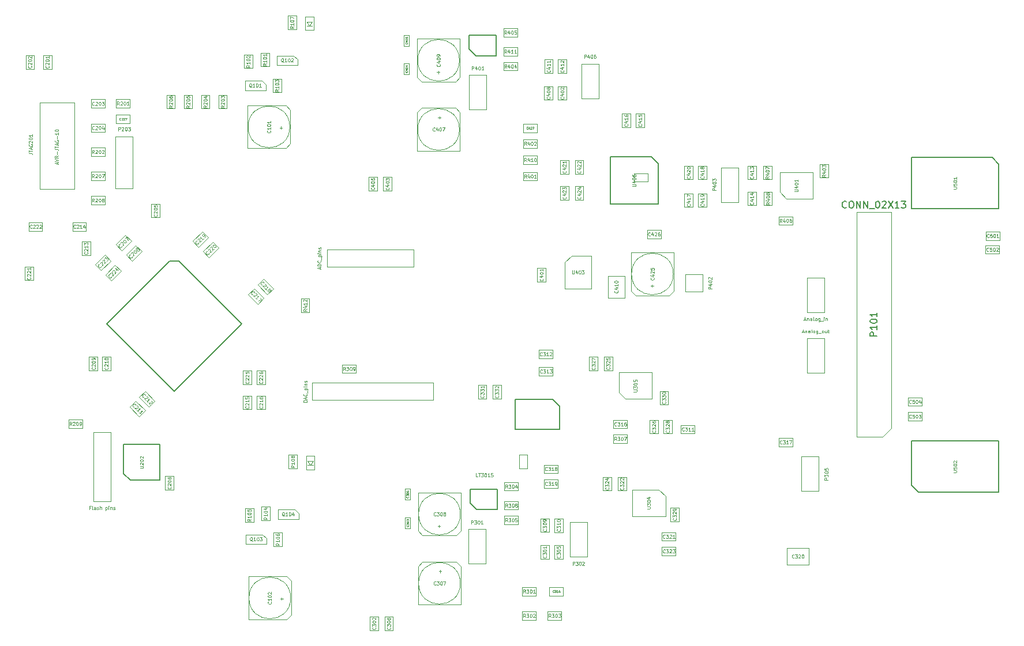
<source format=gbr>
G04 #@! TF.FileFunction,Other,Fab,Top*
%FSLAX46Y46*%
G04 Gerber Fmt 4.6, Leading zero omitted, Abs format (unit mm)*
G04 Created by KiCad (PCBNEW no-vcs-found-product) date Mon Sep  4 09:08:35 2017*
%MOMM*%
%LPD*%
G01*
G04 APERTURE LIST*
%ADD10C,0.150000*%
%ADD11C,0.100000*%
%ADD12C,0.075000*%
%ADD13C,0.060000*%
G04 APERTURE END LIST*
D10*
D11*
X107520000Y-97810000D02*
X106280000Y-97810000D01*
X107520000Y-95810000D02*
X107520000Y-97810000D01*
X106280000Y-95810000D02*
X107520000Y-95810000D01*
X106280000Y-97810000D02*
X106280000Y-95810000D01*
D10*
X126690000Y-52999000D02*
X126690000Y-58999000D01*
X126690000Y-58999000D02*
X119690000Y-58999000D01*
X119690000Y-58999000D02*
X119690000Y-51999000D01*
X119690000Y-51999000D02*
X125690000Y-51999000D01*
X125690000Y-51999000D02*
X126690000Y-52999000D01*
X112266800Y-88639800D02*
X112266800Y-92039800D01*
X112266800Y-92039800D02*
X105766800Y-92039800D01*
X105766800Y-92039800D02*
X105766800Y-87639800D01*
X105766800Y-87639800D02*
X111266800Y-87639800D01*
X111266800Y-87639800D02*
X112266800Y-88639800D01*
D11*
X104156000Y-103871000D02*
X104156000Y-102631000D01*
X106156000Y-103871000D02*
X104156000Y-103871000D01*
X106156000Y-102631000D02*
X106156000Y-103871000D01*
X104156000Y-102631000D02*
X106156000Y-102631000D01*
X108780000Y-118850000D02*
X108780000Y-120090000D01*
X106780000Y-118850000D02*
X108780000Y-118850000D01*
X106780000Y-120090000D02*
X106780000Y-118850000D01*
X108780000Y-120090000D02*
X106780000Y-120090000D01*
X97674412Y-104521000D02*
G75*
G03X97674412Y-104521000I-3059412J0D01*
G01*
X97765000Y-101371000D02*
X91465000Y-101371000D01*
X97765000Y-107001000D02*
X97765000Y-101371000D01*
X97095000Y-107671000D02*
X97765000Y-107001000D01*
X92135000Y-107671000D02*
X97095000Y-107671000D01*
X91465000Y-107001000D02*
X92135000Y-107671000D01*
X91465000Y-101371000D02*
X91465000Y-107001000D01*
X97674412Y-114681000D02*
G75*
G03X97674412Y-114681000I-3059412J0D01*
G01*
X91465000Y-117831000D02*
X97765000Y-117831000D01*
X91465000Y-112201000D02*
X91465000Y-117831000D01*
X92135000Y-111531000D02*
X91465000Y-112201000D01*
X97095000Y-111531000D02*
X92135000Y-111531000D01*
X97765000Y-112201000D02*
X97095000Y-111531000D01*
X97765000Y-117831000D02*
X97765000Y-112201000D01*
D10*
X99092000Y-102862000D02*
X99092000Y-100862000D01*
X99092000Y-100862000D02*
X103092000Y-100862000D01*
X103092000Y-100862000D02*
X103092000Y-103862000D01*
X103092000Y-103862000D02*
X100092000Y-103862000D01*
X100092000Y-103862000D02*
X99092000Y-102862000D01*
D11*
X104156000Y-101077000D02*
X104156000Y-99837000D01*
X106156000Y-101077000D02*
X104156000Y-101077000D01*
X106156000Y-99837000D02*
X106156000Y-101077000D01*
X104156000Y-99837000D02*
X106156000Y-99837000D01*
X106156000Y-104790000D02*
X106156000Y-106030000D01*
X104156000Y-104790000D02*
X106156000Y-104790000D01*
X104156000Y-106030000D02*
X104156000Y-104790000D01*
X106156000Y-106030000D02*
X104156000Y-106030000D01*
X108780000Y-115250000D02*
X108780000Y-116490000D01*
X106780000Y-115250000D02*
X108780000Y-115250000D01*
X106780000Y-116490000D02*
X106780000Y-115250000D01*
X108780000Y-116490000D02*
X106780000Y-116490000D01*
X112510000Y-118850000D02*
X112510000Y-120090000D01*
X110510000Y-118850000D02*
X112510000Y-118850000D01*
X110510000Y-120090000D02*
X110510000Y-118850000D01*
X112510000Y-120090000D02*
X110510000Y-120090000D01*
X71524100Y-109245400D02*
X70284100Y-109245400D01*
X71524100Y-107245400D02*
X71524100Y-109245400D01*
X70284100Y-107245400D02*
X71524100Y-107245400D01*
X70284100Y-109245400D02*
X70284100Y-107245400D01*
X67333100Y-105689400D02*
X66093100Y-105689400D01*
X67333100Y-103689400D02*
X67333100Y-105689400D01*
X66093100Y-103689400D02*
X67333100Y-103689400D01*
X66093100Y-105689400D02*
X66093100Y-103689400D01*
X68506100Y-103435400D02*
X69746100Y-103435400D01*
X68506100Y-105435400D02*
X68506100Y-103435400D01*
X69746100Y-105435400D02*
X68506100Y-105435400D01*
X69746100Y-103435400D02*
X69746100Y-105435400D01*
X73378100Y-103862400D02*
X70928100Y-103862400D01*
X73948100Y-104412400D02*
X73948100Y-105262400D01*
X73378100Y-103862400D02*
X73948100Y-104412400D01*
X73948100Y-105262400D02*
X70908100Y-105262400D01*
X70908100Y-103862400D02*
X70908100Y-105262400D01*
X68679100Y-107545400D02*
X66229100Y-107545400D01*
X69249100Y-108095400D02*
X69249100Y-108945400D01*
X68679100Y-107545400D02*
X69249100Y-108095400D01*
X69249100Y-108945400D02*
X66209100Y-108945400D01*
X66209100Y-107545400D02*
X66209100Y-108945400D01*
X116270000Y-110740000D02*
X116270000Y-105660000D01*
X116270000Y-105660000D02*
X113730000Y-105660000D01*
X113730000Y-105660000D02*
X113730000Y-110740000D01*
X113730000Y-110740000D02*
X116270000Y-110740000D01*
X101410000Y-111770000D02*
X101410000Y-106690000D01*
X101410000Y-106690000D02*
X98870000Y-106690000D01*
X98870000Y-106690000D02*
X98870000Y-111770000D01*
X98870000Y-111770000D02*
X101410000Y-111770000D01*
X111500000Y-105180000D02*
X112740000Y-105180000D01*
X111500000Y-107180000D02*
X111500000Y-105180000D01*
X112740000Y-107180000D02*
X111500000Y-107180000D01*
X112740000Y-105180000D02*
X112740000Y-107180000D01*
X109470000Y-105170000D02*
X110710000Y-105170000D01*
X109470000Y-107170000D02*
X109470000Y-105170000D01*
X110710000Y-107170000D02*
X109470000Y-107170000D01*
X110710000Y-105170000D02*
X110710000Y-107170000D01*
X110710000Y-111110000D02*
X109470000Y-111110000D01*
X110710000Y-109110000D02*
X110710000Y-111110000D01*
X109470000Y-109110000D02*
X110710000Y-109110000D01*
X109470000Y-111110000D02*
X109470000Y-109110000D01*
X87805500Y-121586500D02*
X86565500Y-121586500D01*
X87805500Y-119586500D02*
X87805500Y-121586500D01*
X86565500Y-119586500D02*
X87805500Y-119586500D01*
X86565500Y-121586500D02*
X86565500Y-119586500D01*
X85646500Y-121586500D02*
X84406500Y-121586500D01*
X85646500Y-119586500D02*
X85646500Y-121586500D01*
X84406500Y-119586500D02*
X85646500Y-119586500D01*
X84406500Y-121586500D02*
X84406500Y-119586500D01*
X112740000Y-111110000D02*
X111500000Y-111110000D01*
X112740000Y-109110000D02*
X112740000Y-111110000D01*
X111500000Y-109110000D02*
X112740000Y-109110000D01*
X111500000Y-111110000D02*
X111500000Y-109110000D01*
X72782412Y-116840000D02*
G75*
G03X72782412Y-116840000I-3059412J0D01*
G01*
X66573000Y-113690000D02*
X66573000Y-119990000D01*
X72203000Y-113690000D02*
X66573000Y-113690000D01*
X72873000Y-114360000D02*
X72203000Y-113690000D01*
X72873000Y-119320000D02*
X72873000Y-114360000D01*
X72203000Y-119990000D02*
X72873000Y-119320000D01*
X66573000Y-119990000D02*
X72203000Y-119990000D01*
D10*
X56403107Y-67377612D02*
X65595495Y-76570000D01*
X65595495Y-76570000D02*
X55696000Y-86469495D01*
X55696000Y-86469495D02*
X45796505Y-76570000D01*
X45796505Y-76570000D02*
X54988893Y-67377612D01*
X54988893Y-67377612D02*
X56403107Y-67377612D01*
D11*
X72655412Y-47625000D02*
G75*
G03X72655412Y-47625000I-3059412J0D01*
G01*
X66446000Y-44475000D02*
X66446000Y-50775000D01*
X72076000Y-44475000D02*
X66446000Y-44475000D01*
X72746000Y-45145000D02*
X72076000Y-44475000D01*
X72746000Y-50105000D02*
X72746000Y-45145000D01*
X72076000Y-50775000D02*
X72746000Y-50105000D01*
X66446000Y-50775000D02*
X72076000Y-50775000D01*
X37700000Y-39110000D02*
X36460000Y-39110000D01*
X37700000Y-37110000D02*
X37700000Y-39110000D01*
X36460000Y-37110000D02*
X37700000Y-37110000D01*
X36460000Y-39110000D02*
X36460000Y-37110000D01*
X35150000Y-39110000D02*
X33910000Y-39110000D01*
X35150000Y-37110000D02*
X35150000Y-39110000D01*
X33910000Y-37110000D02*
X35150000Y-37110000D01*
X33910000Y-39110000D02*
X33910000Y-37110000D01*
X43520000Y-44830000D02*
X43520000Y-43590000D01*
X45520000Y-44830000D02*
X43520000Y-44830000D01*
X45520000Y-43590000D02*
X45520000Y-44830000D01*
X43520000Y-43590000D02*
X45520000Y-43590000D01*
X43520000Y-48400000D02*
X43520000Y-47160000D01*
X45520000Y-48400000D02*
X43520000Y-48400000D01*
X45520000Y-47160000D02*
X45520000Y-48400000D01*
X43520000Y-47160000D02*
X45520000Y-47160000D01*
X53580000Y-60940000D02*
X52340000Y-60940000D01*
X53580000Y-58940000D02*
X53580000Y-60940000D01*
X52340000Y-58940000D02*
X53580000Y-58940000D01*
X52340000Y-60940000D02*
X52340000Y-58940000D01*
X54371000Y-98949000D02*
X55611000Y-98949000D01*
X54371000Y-100949000D02*
X54371000Y-98949000D01*
X55611000Y-100949000D02*
X54371000Y-100949000D01*
X55611000Y-98949000D02*
X55611000Y-100949000D01*
X48528701Y-63497487D02*
X49405513Y-64374299D01*
X47114487Y-64911701D02*
X48528701Y-63497487D01*
X47991299Y-65788513D02*
X47114487Y-64911701D01*
X49405513Y-64374299D02*
X47991299Y-65788513D01*
X50052701Y-65021487D02*
X50929513Y-65898299D01*
X48638487Y-66435701D02*
X50052701Y-65021487D01*
X49515299Y-67312513D02*
X48638487Y-66435701D01*
X50929513Y-65898299D02*
X49515299Y-67312513D01*
X43195000Y-81423000D02*
X44435000Y-81423000D01*
X43195000Y-83423000D02*
X43195000Y-81423000D01*
X44435000Y-83423000D02*
X43195000Y-83423000D01*
X44435000Y-81423000D02*
X44435000Y-83423000D01*
X45100000Y-81423000D02*
X46340000Y-81423000D01*
X45100000Y-83423000D02*
X45100000Y-81423000D01*
X46340000Y-83423000D02*
X45100000Y-83423000D01*
X46340000Y-81423000D02*
X46340000Y-83423000D01*
X49146487Y-88758299D02*
X50023299Y-87881487D01*
X50560701Y-90172513D02*
X49146487Y-88758299D01*
X51437513Y-89295701D02*
X50560701Y-90172513D01*
X50023299Y-87881487D02*
X51437513Y-89295701D01*
X50543487Y-87361299D02*
X51420299Y-86484487D01*
X51957701Y-88775513D02*
X50543487Y-87361299D01*
X52834513Y-87898701D02*
X51957701Y-88775513D01*
X51420299Y-86484487D02*
X52834513Y-87898701D01*
X42140000Y-64490000D02*
X43380000Y-64490000D01*
X42140000Y-66490000D02*
X42140000Y-64490000D01*
X43380000Y-66490000D02*
X42140000Y-66490000D01*
X43380000Y-64490000D02*
X43380000Y-66490000D01*
X42760000Y-61660000D02*
X42760000Y-62900000D01*
X40760000Y-61660000D02*
X42760000Y-61660000D01*
X40760000Y-62900000D02*
X40760000Y-61660000D01*
X42760000Y-62900000D02*
X40760000Y-62900000D01*
X67041000Y-89138000D02*
X65801000Y-89138000D01*
X67041000Y-87138000D02*
X67041000Y-89138000D01*
X65801000Y-87138000D02*
X67041000Y-87138000D01*
X65801000Y-89138000D02*
X65801000Y-87138000D01*
X69073000Y-89138000D02*
X67833000Y-89138000D01*
X69073000Y-87138000D02*
X69073000Y-89138000D01*
X67833000Y-87138000D02*
X69073000Y-87138000D01*
X67833000Y-89138000D02*
X67833000Y-87138000D01*
X66545487Y-72248299D02*
X67422299Y-71371487D01*
X67959701Y-73662513D02*
X66545487Y-72248299D01*
X68836513Y-72785701D02*
X67959701Y-73662513D01*
X67422299Y-71371487D02*
X68836513Y-72785701D01*
X67942487Y-70851299D02*
X68819299Y-69974487D01*
X69356701Y-72265513D02*
X67942487Y-70851299D01*
X70233513Y-71388701D02*
X69356701Y-72265513D01*
X68819299Y-69974487D02*
X70233513Y-71388701D01*
X59271299Y-65275513D02*
X58394487Y-64398701D01*
X60685513Y-63861299D02*
X59271299Y-65275513D01*
X59808701Y-62984487D02*
X60685513Y-63861299D01*
X58394487Y-64398701D02*
X59808701Y-62984487D01*
X60801299Y-66815513D02*
X59924487Y-65938701D01*
X62215513Y-65401299D02*
X60801299Y-66815513D01*
X61338701Y-64524487D02*
X62215513Y-65401299D01*
X59924487Y-65938701D02*
X61338701Y-64524487D01*
X33750000Y-68170000D02*
X34990000Y-68170000D01*
X33750000Y-70170000D02*
X33750000Y-68170000D01*
X34990000Y-70170000D02*
X33750000Y-70170000D01*
X34990000Y-68170000D02*
X34990000Y-70170000D01*
X34340000Y-62900000D02*
X34340000Y-61660000D01*
X36340000Y-62900000D02*
X34340000Y-62900000D01*
X36340000Y-61660000D02*
X36340000Y-62900000D01*
X34340000Y-61660000D02*
X36340000Y-61660000D01*
X45498701Y-66424487D02*
X46375513Y-67301299D01*
X44084487Y-67838701D02*
X45498701Y-66424487D01*
X44961299Y-68715513D02*
X44084487Y-67838701D01*
X46375513Y-67301299D02*
X44961299Y-68715513D01*
X47004701Y-67942487D02*
X47881513Y-68819299D01*
X45590487Y-69356701D02*
X47004701Y-67942487D01*
X46467299Y-70233513D02*
X45590487Y-69356701D01*
X47881513Y-68819299D02*
X46467299Y-70233513D01*
X67041000Y-85455000D02*
X65801000Y-85455000D01*
X67041000Y-83455000D02*
X67041000Y-85455000D01*
X65801000Y-83455000D02*
X67041000Y-83455000D01*
X65801000Y-85455000D02*
X65801000Y-83455000D01*
X69073000Y-85455000D02*
X67833000Y-85455000D01*
X69073000Y-83455000D02*
X69073000Y-85455000D01*
X67833000Y-83455000D02*
X69073000Y-83455000D01*
X67833000Y-85455000D02*
X67833000Y-83455000D01*
X130064000Y-92695000D02*
X130064000Y-91455000D01*
X132064000Y-92695000D02*
X130064000Y-92695000D01*
X132064000Y-91455000D02*
X132064000Y-92695000D01*
X130064000Y-91455000D02*
X132064000Y-91455000D01*
X109236000Y-81646000D02*
X109236000Y-80406000D01*
X111236000Y-81646000D02*
X109236000Y-81646000D01*
X111236000Y-80406000D02*
X111236000Y-81646000D01*
X109236000Y-80406000D02*
X111236000Y-80406000D01*
X109236000Y-84186000D02*
X109236000Y-82946000D01*
X111236000Y-84186000D02*
X109236000Y-84186000D01*
X111236000Y-82946000D02*
X111236000Y-84186000D01*
X109236000Y-82946000D02*
X111236000Y-82946000D01*
X122158000Y-90693000D02*
X122158000Y-91933000D01*
X120158000Y-90693000D02*
X122158000Y-90693000D01*
X120158000Y-91933000D02*
X120158000Y-90693000D01*
X122158000Y-91933000D02*
X120158000Y-91933000D01*
X144415000Y-94600000D02*
X144415000Y-93360000D01*
X146415000Y-94600000D02*
X144415000Y-94600000D01*
X146415000Y-93360000D02*
X146415000Y-94600000D01*
X144415000Y-93360000D02*
X146415000Y-93360000D01*
X111990000Y-97270000D02*
X111990000Y-98510000D01*
X109990000Y-97270000D02*
X111990000Y-97270000D01*
X109990000Y-98510000D02*
X109990000Y-97270000D01*
X111990000Y-98510000D02*
X109990000Y-98510000D01*
X127270000Y-108443000D02*
X127270000Y-107203000D01*
X129270000Y-108443000D02*
X127270000Y-108443000D01*
X129270000Y-107203000D02*
X129270000Y-108443000D01*
X127270000Y-107203000D02*
X129270000Y-107203000D01*
X122032000Y-101076000D02*
X120792000Y-101076000D01*
X122032000Y-99076000D02*
X122032000Y-101076000D01*
X120792000Y-99076000D02*
X122032000Y-99076000D01*
X120792000Y-101076000D02*
X120792000Y-99076000D01*
X127270000Y-110602000D02*
X127270000Y-109362000D01*
X129270000Y-110602000D02*
X127270000Y-110602000D01*
X129270000Y-109362000D02*
X129270000Y-110602000D01*
X127270000Y-109362000D02*
X129270000Y-109362000D01*
X119873000Y-101076000D02*
X118633000Y-101076000D01*
X119873000Y-99076000D02*
X119873000Y-101076000D01*
X118633000Y-99076000D02*
X119873000Y-99076000D01*
X118633000Y-101076000D02*
X118633000Y-99076000D01*
X118760000Y-81423000D02*
X120000000Y-81423000D01*
X118760000Y-83423000D02*
X118760000Y-81423000D01*
X120000000Y-83423000D02*
X118760000Y-83423000D01*
X120000000Y-81423000D02*
X120000000Y-83423000D01*
X126731000Y-92694000D02*
X125491000Y-92694000D01*
X126731000Y-90694000D02*
X126731000Y-92694000D01*
X125491000Y-90694000D02*
X126731000Y-90694000D01*
X125491000Y-92694000D02*
X125491000Y-90694000D01*
X116601000Y-81423000D02*
X117841000Y-81423000D01*
X116601000Y-83423000D02*
X116601000Y-81423000D01*
X117841000Y-83423000D02*
X116601000Y-83423000D01*
X117841000Y-81423000D02*
X117841000Y-83423000D01*
X128763000Y-92694000D02*
X127523000Y-92694000D01*
X128763000Y-90694000D02*
X128763000Y-92694000D01*
X127523000Y-90694000D02*
X128763000Y-90694000D01*
X127523000Y-92694000D02*
X127523000Y-90694000D01*
X129770000Y-105570000D02*
X128530000Y-105570000D01*
X129770000Y-103570000D02*
X129770000Y-105570000D01*
X128530000Y-103570000D02*
X129770000Y-103570000D01*
X128530000Y-105570000D02*
X128530000Y-103570000D01*
X126951500Y-86439500D02*
X128191500Y-86439500D01*
X126951500Y-88439500D02*
X126951500Y-86439500D01*
X128191500Y-88439500D02*
X126951500Y-88439500D01*
X128191500Y-86439500D02*
X128191500Y-88439500D01*
X108981000Y-68370000D02*
X110221000Y-68370000D01*
X108981000Y-70370000D02*
X108981000Y-68370000D01*
X110221000Y-70370000D02*
X108981000Y-70370000D01*
X110221000Y-68370000D02*
X110221000Y-70370000D01*
X112029000Y-41672000D02*
X113269000Y-41672000D01*
X112029000Y-43672000D02*
X112029000Y-41672000D01*
X113269000Y-43672000D02*
X112029000Y-43672000D01*
X113269000Y-41672000D02*
X113269000Y-43672000D01*
X87615000Y-57007000D02*
X86375000Y-57007000D01*
X87615000Y-55007000D02*
X87615000Y-57007000D01*
X86375000Y-55007000D02*
X87615000Y-55007000D01*
X86375000Y-57007000D02*
X86375000Y-55007000D01*
X85456000Y-57007000D02*
X84216000Y-57007000D01*
X85456000Y-55007000D02*
X85456000Y-57007000D01*
X84216000Y-55007000D02*
X85456000Y-55007000D01*
X84216000Y-57007000D02*
X84216000Y-55007000D01*
X109997000Y-41672000D02*
X111237000Y-41672000D01*
X109997000Y-43672000D02*
X109997000Y-41672000D01*
X111237000Y-43672000D02*
X109997000Y-43672000D01*
X111237000Y-41672000D02*
X111237000Y-43672000D01*
X119330000Y-69520000D02*
X121830000Y-69520000D01*
X119330000Y-72720000D02*
X119330000Y-69520000D01*
X121830000Y-72720000D02*
X119330000Y-72720000D01*
X121830000Y-69520000D02*
X121830000Y-72720000D01*
X111250000Y-39740000D02*
X110010000Y-39740000D01*
X111250000Y-37740000D02*
X111250000Y-39740000D01*
X110010000Y-37740000D02*
X111250000Y-37740000D01*
X110010000Y-39740000D02*
X110010000Y-37740000D01*
X113270000Y-39740000D02*
X112030000Y-39740000D01*
X113270000Y-37740000D02*
X113270000Y-39740000D01*
X112030000Y-37740000D02*
X113270000Y-37740000D01*
X112030000Y-39740000D02*
X112030000Y-37740000D01*
X139842000Y-53356000D02*
X141082000Y-53356000D01*
X139842000Y-55356000D02*
X139842000Y-53356000D01*
X141082000Y-55356000D02*
X139842000Y-55356000D01*
X141082000Y-53356000D02*
X141082000Y-55356000D01*
X139842000Y-57166000D02*
X141082000Y-57166000D01*
X139842000Y-59166000D02*
X139842000Y-57166000D01*
X141082000Y-59166000D02*
X139842000Y-59166000D01*
X141082000Y-57166000D02*
X141082000Y-59166000D01*
X123459000Y-45672500D02*
X124699000Y-45672500D01*
X123459000Y-47672500D02*
X123459000Y-45672500D01*
X124699000Y-47672500D02*
X123459000Y-47672500D01*
X124699000Y-45672500D02*
X124699000Y-47672500D01*
X121427000Y-45672500D02*
X122667000Y-45672500D01*
X121427000Y-47672500D02*
X121427000Y-45672500D01*
X122667000Y-47672500D02*
X121427000Y-47672500D01*
X122667000Y-45672500D02*
X122667000Y-47672500D01*
X130571000Y-57420000D02*
X131811000Y-57420000D01*
X130571000Y-59420000D02*
X130571000Y-57420000D01*
X131811000Y-59420000D02*
X130571000Y-59420000D01*
X131811000Y-57420000D02*
X131811000Y-59420000D01*
X132603000Y-53356000D02*
X133843000Y-53356000D01*
X132603000Y-55356000D02*
X132603000Y-53356000D01*
X133843000Y-55356000D02*
X132603000Y-55356000D01*
X133843000Y-53356000D02*
X133843000Y-55356000D01*
X132603000Y-57420000D02*
X133843000Y-57420000D01*
X132603000Y-59420000D02*
X132603000Y-57420000D01*
X133843000Y-59420000D02*
X132603000Y-59420000D01*
X133843000Y-57420000D02*
X133843000Y-59420000D01*
X130571000Y-53356000D02*
X131811000Y-53356000D01*
X130571000Y-55356000D02*
X130571000Y-53356000D01*
X131811000Y-55356000D02*
X130571000Y-55356000D01*
X131811000Y-53356000D02*
X131811000Y-55356000D01*
X112346500Y-52530500D02*
X113586500Y-52530500D01*
X112346500Y-54530500D02*
X112346500Y-52530500D01*
X113586500Y-54530500D02*
X112346500Y-54530500D01*
X113586500Y-52530500D02*
X113586500Y-54530500D01*
X114505500Y-52530500D02*
X115745500Y-52530500D01*
X114505500Y-54530500D02*
X114505500Y-52530500D01*
X115745500Y-54530500D02*
X114505500Y-54530500D01*
X115745500Y-52530500D02*
X115745500Y-54530500D01*
X112346500Y-56340500D02*
X113586500Y-56340500D01*
X112346500Y-58340500D02*
X112346500Y-56340500D01*
X113586500Y-58340500D02*
X112346500Y-58340500D01*
X113586500Y-56340500D02*
X113586500Y-58340500D01*
X114505500Y-56340500D02*
X115745500Y-56340500D01*
X114505500Y-58340500D02*
X114505500Y-56340500D01*
X115745500Y-58340500D02*
X114505500Y-58340500D01*
X115745500Y-56340500D02*
X115745500Y-58340500D01*
X128929412Y-69240000D02*
G75*
G03X128929412Y-69240000I-3059412J0D01*
G01*
X129020000Y-66090000D02*
X122720000Y-66090000D01*
X129020000Y-71720000D02*
X129020000Y-66090000D01*
X128350000Y-72390000D02*
X129020000Y-71720000D01*
X123390000Y-72390000D02*
X128350000Y-72390000D01*
X122720000Y-71720000D02*
X123390000Y-72390000D01*
X122720000Y-66090000D02*
X122720000Y-71720000D01*
X125110000Y-64030000D02*
X125110000Y-62790000D01*
X127110000Y-64030000D02*
X125110000Y-64030000D01*
X127110000Y-62790000D02*
X127110000Y-64030000D01*
X125110000Y-62790000D02*
X127110000Y-62790000D01*
X176806100Y-63019700D02*
X176806100Y-64259700D01*
X174806100Y-63019700D02*
X176806100Y-63019700D01*
X174806100Y-64259700D02*
X174806100Y-63019700D01*
X176806100Y-64259700D02*
X174806100Y-64259700D01*
X176768000Y-65039000D02*
X176768000Y-66279000D01*
X174768000Y-65039000D02*
X176768000Y-65039000D01*
X174768000Y-66279000D02*
X174768000Y-65039000D01*
X176768000Y-66279000D02*
X174768000Y-66279000D01*
X163410000Y-90800000D02*
X163410000Y-89560000D01*
X165410000Y-90800000D02*
X163410000Y-90800000D01*
X165410000Y-89560000D02*
X165410000Y-90800000D01*
X163410000Y-89560000D02*
X165410000Y-89560000D01*
X163410000Y-88630000D02*
X163410000Y-87390000D01*
X165410000Y-88630000D02*
X163410000Y-88630000D01*
X165410000Y-87390000D02*
X165410000Y-88630000D01*
X163410000Y-87390000D02*
X165410000Y-87390000D01*
X41010000Y-56780000D02*
X41010000Y-44080000D01*
X41010000Y-44080000D02*
X35930000Y-44080000D01*
X35930000Y-44080000D02*
X35930000Y-56780000D01*
X35930000Y-56780000D02*
X41010000Y-56780000D01*
X46355000Y-102616000D02*
X46355000Y-92456000D01*
X46355000Y-92456000D02*
X43815000Y-92456000D01*
X43815000Y-92456000D02*
X43815000Y-102616000D01*
X43815000Y-102616000D02*
X46355000Y-102616000D01*
X47090000Y-49020000D02*
X47090000Y-56640000D01*
X47090000Y-56640000D02*
X49630000Y-56640000D01*
X49630000Y-56640000D02*
X49630000Y-49020000D01*
X49630000Y-49020000D02*
X47090000Y-49020000D01*
X148530000Y-78650000D02*
X148530000Y-83730000D01*
X148530000Y-83730000D02*
X151070000Y-83730000D01*
X151070000Y-83730000D02*
X151070000Y-78650000D01*
X151070000Y-78650000D02*
X148530000Y-78650000D01*
X93726000Y-85217000D02*
X75946000Y-85217000D01*
X75946000Y-85217000D02*
X75946000Y-87757000D01*
X75946000Y-87757000D02*
X93726000Y-87757000D01*
X93726000Y-87757000D02*
X93726000Y-85217000D01*
X147701000Y-96012000D02*
X147701000Y-101092000D01*
X147701000Y-101092000D02*
X150241000Y-101092000D01*
X150241000Y-101092000D02*
X150241000Y-96012000D01*
X150241000Y-96012000D02*
X147701000Y-96012000D01*
X98930000Y-39950000D02*
X98930000Y-45030000D01*
X98930000Y-45030000D02*
X101470000Y-45030000D01*
X101470000Y-45030000D02*
X101470000Y-39950000D01*
X101470000Y-39950000D02*
X98930000Y-39950000D01*
X130690000Y-69250000D02*
X130690000Y-71790000D01*
X130690000Y-71790000D02*
X133230000Y-71790000D01*
X133230000Y-71790000D02*
X133230000Y-69250000D01*
X133230000Y-69250000D02*
X130690000Y-69250000D01*
X135953500Y-53657500D02*
X135953500Y-58737500D01*
X135953500Y-58737500D02*
X138493500Y-58737500D01*
X138493500Y-58737500D02*
X138493500Y-53657500D01*
X138493500Y-53657500D02*
X135953500Y-53657500D01*
X115443000Y-38354000D02*
X115443000Y-43434000D01*
X115443000Y-43434000D02*
X117983000Y-43434000D01*
X117983000Y-43434000D02*
X117983000Y-38354000D01*
X117983000Y-38354000D02*
X115443000Y-38354000D01*
X68552100Y-40870400D02*
X66102100Y-40870400D01*
X69122100Y-41420400D02*
X69122100Y-42270400D01*
X68552100Y-40870400D02*
X69122100Y-41420400D01*
X69122100Y-42270400D02*
X66082100Y-42270400D01*
X66082100Y-40870400D02*
X66082100Y-42270400D01*
X73251100Y-37187400D02*
X70801100Y-37187400D01*
X73821100Y-37737400D02*
X73821100Y-38587400D01*
X73251100Y-37187400D02*
X73821100Y-37737400D01*
X73821100Y-38587400D02*
X70781100Y-38587400D01*
X70781100Y-37187400D02*
X70781100Y-38587400D01*
X68379100Y-36760400D02*
X69619100Y-36760400D01*
X68379100Y-38760400D02*
X68379100Y-36760400D01*
X69619100Y-38760400D02*
X68379100Y-38760400D01*
X69619100Y-36760400D02*
X69619100Y-38760400D01*
X67206100Y-39014400D02*
X65966100Y-39014400D01*
X67206100Y-37014400D02*
X67206100Y-39014400D01*
X65966100Y-37014400D02*
X67206100Y-37014400D01*
X65966100Y-39014400D02*
X65966100Y-37014400D01*
X71397100Y-42570400D02*
X70157100Y-42570400D01*
X71397100Y-40570400D02*
X71397100Y-42570400D01*
X70157100Y-40570400D02*
X71397100Y-40570400D01*
X70157100Y-42570400D02*
X70157100Y-40570400D01*
X49170000Y-43580000D02*
X49170000Y-44820000D01*
X47170000Y-43580000D02*
X49170000Y-43580000D01*
X47170000Y-44820000D02*
X47170000Y-43580000D01*
X49170000Y-44820000D02*
X47170000Y-44820000D01*
X43520000Y-51940000D02*
X43520000Y-50700000D01*
X45520000Y-51940000D02*
X43520000Y-51940000D01*
X45520000Y-50700000D02*
X45520000Y-51940000D01*
X43520000Y-50700000D02*
X45520000Y-50700000D01*
X63427600Y-44942000D02*
X62187600Y-44942000D01*
X63427600Y-42942000D02*
X63427600Y-44942000D01*
X62187600Y-42942000D02*
X63427600Y-42942000D01*
X62187600Y-44942000D02*
X62187600Y-42942000D01*
X60887600Y-44942000D02*
X59647600Y-44942000D01*
X60887600Y-42942000D02*
X60887600Y-44942000D01*
X59647600Y-42942000D02*
X60887600Y-42942000D01*
X59647600Y-44942000D02*
X59647600Y-42942000D01*
X58347600Y-44942000D02*
X57107600Y-44942000D01*
X58347600Y-42942000D02*
X58347600Y-44942000D01*
X57107600Y-42942000D02*
X58347600Y-42942000D01*
X57107600Y-44942000D02*
X57107600Y-42942000D01*
X55807600Y-44942000D02*
X54567600Y-44942000D01*
X55807600Y-42942000D02*
X55807600Y-44942000D01*
X54567600Y-42942000D02*
X55807600Y-42942000D01*
X54567600Y-44942000D02*
X54567600Y-42942000D01*
X43520000Y-55490000D02*
X43520000Y-54250000D01*
X45520000Y-55490000D02*
X43520000Y-55490000D01*
X45520000Y-54250000D02*
X45520000Y-55490000D01*
X43520000Y-54250000D02*
X45520000Y-54250000D01*
X43520000Y-59050000D02*
X43520000Y-57810000D01*
X45520000Y-59050000D02*
X43520000Y-59050000D01*
X45520000Y-57810000D02*
X45520000Y-59050000D01*
X43520000Y-57810000D02*
X45520000Y-57810000D01*
X120158000Y-94092000D02*
X120158000Y-92852000D01*
X122158000Y-94092000D02*
X120158000Y-94092000D01*
X122158000Y-92852000D02*
X122158000Y-94092000D01*
X120158000Y-92852000D02*
X122158000Y-92852000D01*
X106940000Y-55510000D02*
X106940000Y-54270000D01*
X108940000Y-55510000D02*
X106940000Y-55510000D01*
X108940000Y-54270000D02*
X108940000Y-55510000D01*
X106940000Y-54270000D02*
X108940000Y-54270000D01*
X108940000Y-49470000D02*
X108940000Y-50710000D01*
X106940000Y-49470000D02*
X108940000Y-49470000D01*
X106940000Y-50710000D02*
X106940000Y-49470000D01*
X108940000Y-50710000D02*
X106940000Y-50710000D01*
X150446500Y-53102000D02*
X151686500Y-53102000D01*
X150446500Y-55102000D02*
X150446500Y-53102000D01*
X151686500Y-55102000D02*
X150446500Y-55102000D01*
X151686500Y-53102000D02*
X151686500Y-55102000D01*
X104029000Y-39355000D02*
X104029000Y-38115000D01*
X106029000Y-39355000D02*
X104029000Y-39355000D01*
X106029000Y-38115000D02*
X106029000Y-39355000D01*
X104029000Y-38115000D02*
X106029000Y-38115000D01*
X104029000Y-34402000D02*
X104029000Y-33162000D01*
X106029000Y-34402000D02*
X104029000Y-34402000D01*
X106029000Y-33162000D02*
X106029000Y-34402000D01*
X104029000Y-33162000D02*
X106029000Y-33162000D01*
X146415000Y-60784500D02*
X146415000Y-62024500D01*
X144415000Y-60784500D02*
X146415000Y-60784500D01*
X144415000Y-62024500D02*
X144415000Y-60784500D01*
X146415000Y-62024500D02*
X144415000Y-62024500D01*
X143368000Y-55356000D02*
X142128000Y-55356000D01*
X143368000Y-53356000D02*
X143368000Y-55356000D01*
X142128000Y-53356000D02*
X143368000Y-53356000D01*
X142128000Y-55356000D02*
X142128000Y-53356000D01*
X142191500Y-57166000D02*
X143431500Y-57166000D01*
X142191500Y-59166000D02*
X142191500Y-57166000D01*
X143431500Y-59166000D02*
X142191500Y-59166000D01*
X143431500Y-57166000D02*
X143431500Y-59166000D01*
X125180000Y-54430000D02*
X125180000Y-55670000D01*
X123180000Y-54430000D02*
X125180000Y-54430000D01*
X123180000Y-55670000D02*
X123180000Y-54430000D01*
X125180000Y-55670000D02*
X123180000Y-55670000D01*
D10*
X48277000Y-98551000D02*
X48277000Y-94251000D01*
X48277000Y-94251000D02*
X53577000Y-94251000D01*
X53577000Y-94251000D02*
X53577000Y-99551000D01*
X53577000Y-99551000D02*
X49277000Y-99551000D01*
X49277000Y-99551000D02*
X48277000Y-98551000D01*
D11*
X127799000Y-101920000D02*
X127799000Y-104820000D01*
X127799000Y-104820000D02*
X122899000Y-104820000D01*
X122899000Y-104820000D02*
X122899000Y-100920000D01*
X122899000Y-100920000D02*
X126799000Y-100920000D01*
X126799000Y-100920000D02*
X127799000Y-101920000D01*
X144552500Y-57211000D02*
X144552500Y-54311000D01*
X144552500Y-54311000D02*
X149452500Y-54311000D01*
X149452500Y-54311000D02*
X149452500Y-58211000D01*
X149452500Y-58211000D02*
X145552500Y-58211000D01*
X145552500Y-58211000D02*
X144552500Y-57211000D01*
X113985000Y-66539000D02*
X116885000Y-66539000D01*
X116885000Y-66539000D02*
X116885000Y-71439000D01*
X116885000Y-71439000D02*
X112985000Y-71439000D01*
X112985000Y-71439000D02*
X112985000Y-67539000D01*
X112985000Y-67539000D02*
X113985000Y-66539000D01*
D10*
X98965000Y-36187000D02*
X98965000Y-34187000D01*
X98965000Y-34187000D02*
X102965000Y-34187000D01*
X102965000Y-34187000D02*
X102965000Y-37187000D01*
X102965000Y-37187000D02*
X99965000Y-37187000D01*
X99965000Y-37187000D02*
X98965000Y-36187000D01*
X176707000Y-53130000D02*
X176707000Y-59630000D01*
X176707000Y-59630000D02*
X163907000Y-59630000D01*
X163907000Y-59630000D02*
X163907000Y-52130000D01*
X163907000Y-52130000D02*
X175707000Y-52130000D01*
X175707000Y-52130000D02*
X176707000Y-53130000D01*
X163907000Y-100286000D02*
X163907000Y-93786000D01*
X163907000Y-93786000D02*
X176707000Y-93786000D01*
X176707000Y-93786000D02*
X176707000Y-101286000D01*
X176707000Y-101286000D02*
X164907000Y-101286000D01*
X164907000Y-101286000D02*
X163907000Y-100286000D01*
D11*
X111990000Y-99460000D02*
X111990000Y-100700000D01*
X109990000Y-99460000D02*
X111990000Y-99460000D01*
X109990000Y-100700000D02*
X109990000Y-99460000D01*
X111990000Y-100700000D02*
X109990000Y-100700000D01*
X145593000Y-111994000D02*
X145593000Y-109494000D01*
X148793000Y-111994000D02*
X145593000Y-111994000D01*
X148793000Y-109494000D02*
X148793000Y-111994000D01*
X145593000Y-109494000D02*
X148793000Y-109494000D01*
X151070000Y-74870000D02*
X151070000Y-69790000D01*
X151070000Y-69790000D02*
X148530000Y-69790000D01*
X148530000Y-69790000D02*
X148530000Y-74870000D01*
X148530000Y-74870000D02*
X151070000Y-74870000D01*
X78110000Y-68160000D02*
X90810000Y-68160000D01*
X90810000Y-68160000D02*
X90810000Y-65620000D01*
X90810000Y-65620000D02*
X78110000Y-65620000D01*
X78110000Y-65620000D02*
X78110000Y-68160000D01*
X120930500Y-86611500D02*
X120930500Y-83711500D01*
X120930500Y-83711500D02*
X125830500Y-83711500D01*
X125830500Y-83711500D02*
X125830500Y-87611500D01*
X125830500Y-87611500D02*
X121930500Y-87611500D01*
X121930500Y-87611500D02*
X120930500Y-86611500D01*
X97547412Y-48006000D02*
G75*
G03X97547412Y-48006000I-3059412J0D01*
G01*
X91338000Y-51156000D02*
X97638000Y-51156000D01*
X91338000Y-45526000D02*
X91338000Y-51156000D01*
X92008000Y-44856000D02*
X91338000Y-45526000D01*
X96968000Y-44856000D02*
X92008000Y-44856000D01*
X97638000Y-45526000D02*
X96968000Y-44856000D01*
X97638000Y-51156000D02*
X97638000Y-45526000D01*
X97547412Y-37846000D02*
G75*
G03X97547412Y-37846000I-3059412J0D01*
G01*
X97638000Y-34696000D02*
X91338000Y-34696000D01*
X97638000Y-40326000D02*
X97638000Y-34696000D01*
X96968000Y-40996000D02*
X97638000Y-40326000D01*
X92008000Y-40996000D02*
X96968000Y-40996000D01*
X91338000Y-40326000D02*
X92008000Y-40996000D01*
X91338000Y-34696000D02*
X91338000Y-40326000D01*
X108940000Y-51880000D02*
X108940000Y-53120000D01*
X106940000Y-51880000D02*
X108940000Y-51880000D01*
X106940000Y-53120000D02*
X106940000Y-51880000D01*
X108940000Y-53120000D02*
X106940000Y-53120000D01*
X104029000Y-37196000D02*
X104029000Y-35956000D01*
X106029000Y-37196000D02*
X104029000Y-37196000D01*
X106029000Y-35956000D02*
X106029000Y-37196000D01*
X104029000Y-35956000D02*
X106029000Y-35956000D01*
X100281500Y-85550500D02*
X101521500Y-85550500D01*
X100281500Y-87550500D02*
X100281500Y-85550500D01*
X101521500Y-87550500D02*
X100281500Y-87550500D01*
X101521500Y-85550500D02*
X101521500Y-87550500D01*
X102440500Y-85550500D02*
X103680500Y-85550500D01*
X102440500Y-87550500D02*
X102440500Y-85550500D01*
X103680500Y-87550500D02*
X102440500Y-87550500D01*
X103680500Y-85550500D02*
X103680500Y-87550500D01*
X42190000Y-90640000D02*
X42190000Y-91880000D01*
X40190000Y-90640000D02*
X42190000Y-90640000D01*
X40190000Y-91880000D02*
X40190000Y-90640000D01*
X42190000Y-91880000D02*
X40190000Y-91880000D01*
X80360000Y-83800000D02*
X80360000Y-82560000D01*
X82360000Y-83800000D02*
X80360000Y-83800000D01*
X82360000Y-82560000D02*
X82360000Y-83800000D01*
X80360000Y-82560000D02*
X82360000Y-82560000D01*
X74280000Y-72840000D02*
X75520000Y-72840000D01*
X74280000Y-74840000D02*
X74280000Y-72840000D01*
X75520000Y-74840000D02*
X74280000Y-74840000D01*
X75520000Y-72840000D02*
X75520000Y-74840000D01*
X49180000Y-45870000D02*
X49180000Y-47110000D01*
X47180000Y-45870000D02*
X49180000Y-45870000D01*
X47180000Y-47110000D02*
X47180000Y-45870000D01*
X49180000Y-47110000D02*
X47180000Y-47110000D01*
X110760000Y-116490000D02*
X110760000Y-115250000D01*
X112760000Y-116490000D02*
X110760000Y-116490000D01*
X112760000Y-115250000D02*
X112760000Y-116490000D01*
X110760000Y-115250000D02*
X112760000Y-115250000D01*
X108910000Y-47180000D02*
X108910000Y-48420000D01*
X106910000Y-47180000D02*
X108910000Y-47180000D01*
X106910000Y-48420000D02*
X106910000Y-47180000D01*
X108910000Y-48420000D02*
X106910000Y-48420000D01*
X75140000Y-32830000D02*
X75940000Y-32830000D01*
X75540000Y-32830000D02*
X75140000Y-32230000D01*
X75940000Y-32230000D02*
X75540000Y-32830000D01*
X75140000Y-32230000D02*
X75940000Y-32230000D01*
X76140000Y-31430000D02*
X76140000Y-33430000D01*
X74940000Y-31430000D02*
X76140000Y-31430000D01*
X74940000Y-33430000D02*
X74940000Y-31430000D01*
X76140000Y-33430000D02*
X74940000Y-33430000D01*
X75260000Y-97350000D02*
X76060000Y-97350000D01*
X75660000Y-97350000D02*
X75260000Y-96750000D01*
X76060000Y-96750000D02*
X75660000Y-97350000D01*
X75260000Y-96750000D02*
X76060000Y-96750000D01*
X76260000Y-95950000D02*
X76260000Y-97950000D01*
X75060000Y-95950000D02*
X76260000Y-95950000D01*
X75060000Y-97950000D02*
X75060000Y-95950000D01*
X76260000Y-97950000D02*
X75060000Y-97950000D01*
X72490000Y-95820000D02*
X73730000Y-95820000D01*
X72490000Y-97820000D02*
X72490000Y-95820000D01*
X73730000Y-97820000D02*
X72490000Y-97820000D01*
X73730000Y-95820000D02*
X73730000Y-97820000D01*
X89516000Y-104991000D02*
X90316000Y-104991000D01*
X89516000Y-106591000D02*
X89516000Y-104991000D01*
X90316000Y-106591000D02*
X89516000Y-106591000D01*
X90316000Y-104991000D02*
X90316000Y-106591000D01*
X90316000Y-102400000D02*
X89516000Y-102400000D01*
X90316000Y-100800000D02*
X90316000Y-102400000D01*
X89516000Y-100800000D02*
X90316000Y-100800000D01*
X89516000Y-102400000D02*
X89516000Y-100800000D01*
X89389000Y-38316000D02*
X90189000Y-38316000D01*
X89389000Y-39916000D02*
X89389000Y-38316000D01*
X90189000Y-39916000D02*
X89389000Y-39916000D01*
X90189000Y-38316000D02*
X90189000Y-39916000D01*
X90189000Y-35725000D02*
X89389000Y-35725000D01*
X90189000Y-34125000D02*
X90189000Y-35725000D01*
X89389000Y-34125000D02*
X90189000Y-34125000D01*
X89389000Y-35725000D02*
X89389000Y-34125000D01*
X72370000Y-31300000D02*
X73610000Y-31300000D01*
X72370000Y-33300000D02*
X72370000Y-31300000D01*
X73610000Y-33300000D02*
X72370000Y-33300000D01*
X73610000Y-31300000D02*
X73610000Y-33300000D01*
X159639000Y-93167200D02*
X155829000Y-93167200D01*
X155829000Y-93167200D02*
X155829000Y-60147200D01*
X155829000Y-60147200D02*
X160909000Y-60147200D01*
X160909000Y-60147200D02*
X160909000Y-91897200D01*
X160909000Y-91897200D02*
X159639000Y-93167200D01*
D12*
X122916190Y-56356142D02*
X123320952Y-56356142D01*
X123368571Y-56332333D01*
X123392380Y-56308523D01*
X123416190Y-56260904D01*
X123416190Y-56165666D01*
X123392380Y-56118047D01*
X123368571Y-56094238D01*
X123320952Y-56070428D01*
X122916190Y-56070428D01*
X123082857Y-55618047D02*
X123416190Y-55618047D01*
X122892380Y-55737095D02*
X123249523Y-55856142D01*
X123249523Y-55546619D01*
X122916190Y-55260904D02*
X122916190Y-55213285D01*
X122940000Y-55165666D01*
X122963809Y-55141857D01*
X123011428Y-55118047D01*
X123106666Y-55094238D01*
X123225714Y-55094238D01*
X123320952Y-55118047D01*
X123368571Y-55141857D01*
X123392380Y-55165666D01*
X123416190Y-55213285D01*
X123416190Y-55260904D01*
X123392380Y-55308523D01*
X123368571Y-55332333D01*
X123320952Y-55356142D01*
X123225714Y-55379952D01*
X123106666Y-55379952D01*
X123011428Y-55356142D01*
X122963809Y-55332333D01*
X122940000Y-55308523D01*
X122916190Y-55260904D01*
X122916190Y-54665666D02*
X122916190Y-54760904D01*
X122940000Y-54808523D01*
X122963809Y-54832333D01*
X123035238Y-54879952D01*
X123130476Y-54903761D01*
X123320952Y-54903761D01*
X123368571Y-54879952D01*
X123392380Y-54856142D01*
X123416190Y-54808523D01*
X123416190Y-54713285D01*
X123392380Y-54665666D01*
X123368571Y-54641857D01*
X123320952Y-54618047D01*
X123201904Y-54618047D01*
X123154285Y-54641857D01*
X123130476Y-54665666D01*
X123106666Y-54713285D01*
X123106666Y-54808523D01*
X123130476Y-54856142D01*
X123154285Y-54879952D01*
X123201904Y-54903761D01*
X104596476Y-103477190D02*
X104429809Y-103239095D01*
X104310761Y-103477190D02*
X104310761Y-102977190D01*
X104501238Y-102977190D01*
X104548857Y-103001000D01*
X104572666Y-103024809D01*
X104596476Y-103072428D01*
X104596476Y-103143857D01*
X104572666Y-103191476D01*
X104548857Y-103215285D01*
X104501238Y-103239095D01*
X104310761Y-103239095D01*
X104763142Y-102977190D02*
X105072666Y-102977190D01*
X104906000Y-103167666D01*
X104977428Y-103167666D01*
X105025047Y-103191476D01*
X105048857Y-103215285D01*
X105072666Y-103262904D01*
X105072666Y-103381952D01*
X105048857Y-103429571D01*
X105025047Y-103453380D01*
X104977428Y-103477190D01*
X104834571Y-103477190D01*
X104786952Y-103453380D01*
X104763142Y-103429571D01*
X105382190Y-102977190D02*
X105429809Y-102977190D01*
X105477428Y-103001000D01*
X105501238Y-103024809D01*
X105525047Y-103072428D01*
X105548857Y-103167666D01*
X105548857Y-103286714D01*
X105525047Y-103381952D01*
X105501238Y-103429571D01*
X105477428Y-103453380D01*
X105429809Y-103477190D01*
X105382190Y-103477190D01*
X105334571Y-103453380D01*
X105310761Y-103429571D01*
X105286952Y-103381952D01*
X105263142Y-103286714D01*
X105263142Y-103167666D01*
X105286952Y-103072428D01*
X105310761Y-103024809D01*
X105334571Y-103001000D01*
X105382190Y-102977190D01*
X105834571Y-103191476D02*
X105786952Y-103167666D01*
X105763142Y-103143857D01*
X105739333Y-103096238D01*
X105739333Y-103072428D01*
X105763142Y-103024809D01*
X105786952Y-103001000D01*
X105834571Y-102977190D01*
X105929809Y-102977190D01*
X105977428Y-103001000D01*
X106001238Y-103024809D01*
X106025047Y-103072428D01*
X106025047Y-103096238D01*
X106001238Y-103143857D01*
X105977428Y-103167666D01*
X105929809Y-103191476D01*
X105834571Y-103191476D01*
X105786952Y-103215285D01*
X105763142Y-103239095D01*
X105739333Y-103286714D01*
X105739333Y-103381952D01*
X105763142Y-103429571D01*
X105786952Y-103453380D01*
X105834571Y-103477190D01*
X105929809Y-103477190D01*
X105977428Y-103453380D01*
X106001238Y-103429571D01*
X106025047Y-103381952D01*
X106025047Y-103286714D01*
X106001238Y-103239095D01*
X105977428Y-103215285D01*
X105929809Y-103191476D01*
X107220476Y-119696190D02*
X107053809Y-119458095D01*
X106934761Y-119696190D02*
X106934761Y-119196190D01*
X107125238Y-119196190D01*
X107172857Y-119220000D01*
X107196666Y-119243809D01*
X107220476Y-119291428D01*
X107220476Y-119362857D01*
X107196666Y-119410476D01*
X107172857Y-119434285D01*
X107125238Y-119458095D01*
X106934761Y-119458095D01*
X107387142Y-119196190D02*
X107696666Y-119196190D01*
X107530000Y-119386666D01*
X107601428Y-119386666D01*
X107649047Y-119410476D01*
X107672857Y-119434285D01*
X107696666Y-119481904D01*
X107696666Y-119600952D01*
X107672857Y-119648571D01*
X107649047Y-119672380D01*
X107601428Y-119696190D01*
X107458571Y-119696190D01*
X107410952Y-119672380D01*
X107387142Y-119648571D01*
X108006190Y-119196190D02*
X108053809Y-119196190D01*
X108101428Y-119220000D01*
X108125238Y-119243809D01*
X108149047Y-119291428D01*
X108172857Y-119386666D01*
X108172857Y-119505714D01*
X108149047Y-119600952D01*
X108125238Y-119648571D01*
X108101428Y-119672380D01*
X108053809Y-119696190D01*
X108006190Y-119696190D01*
X107958571Y-119672380D01*
X107934761Y-119648571D01*
X107910952Y-119600952D01*
X107887142Y-119505714D01*
X107887142Y-119386666D01*
X107910952Y-119291428D01*
X107934761Y-119243809D01*
X107958571Y-119220000D01*
X108006190Y-119196190D01*
X108363333Y-119243809D02*
X108387142Y-119220000D01*
X108434761Y-119196190D01*
X108553809Y-119196190D01*
X108601428Y-119220000D01*
X108625238Y-119243809D01*
X108649047Y-119291428D01*
X108649047Y-119339047D01*
X108625238Y-119410476D01*
X108339523Y-119696190D01*
X108649047Y-119696190D01*
X94570714Y-106461476D02*
X94570714Y-106080523D01*
X94761190Y-106271000D02*
X94380238Y-106271000D01*
X94060476Y-104698571D02*
X94036666Y-104722380D01*
X93965238Y-104746190D01*
X93917619Y-104746190D01*
X93846190Y-104722380D01*
X93798571Y-104674761D01*
X93774761Y-104627142D01*
X93750952Y-104531904D01*
X93750952Y-104460476D01*
X93774761Y-104365238D01*
X93798571Y-104317619D01*
X93846190Y-104270000D01*
X93917619Y-104246190D01*
X93965238Y-104246190D01*
X94036666Y-104270000D01*
X94060476Y-104293809D01*
X94227142Y-104246190D02*
X94536666Y-104246190D01*
X94370000Y-104436666D01*
X94441428Y-104436666D01*
X94489047Y-104460476D01*
X94512857Y-104484285D01*
X94536666Y-104531904D01*
X94536666Y-104650952D01*
X94512857Y-104698571D01*
X94489047Y-104722380D01*
X94441428Y-104746190D01*
X94298571Y-104746190D01*
X94250952Y-104722380D01*
X94227142Y-104698571D01*
X94846190Y-104246190D02*
X94893809Y-104246190D01*
X94941428Y-104270000D01*
X94965238Y-104293809D01*
X94989047Y-104341428D01*
X95012857Y-104436666D01*
X95012857Y-104555714D01*
X94989047Y-104650952D01*
X94965238Y-104698571D01*
X94941428Y-104722380D01*
X94893809Y-104746190D01*
X94846190Y-104746190D01*
X94798571Y-104722380D01*
X94774761Y-104698571D01*
X94750952Y-104650952D01*
X94727142Y-104555714D01*
X94727142Y-104436666D01*
X94750952Y-104341428D01*
X94774761Y-104293809D01*
X94798571Y-104270000D01*
X94846190Y-104246190D01*
X95298571Y-104460476D02*
X95250952Y-104436666D01*
X95227142Y-104412857D01*
X95203333Y-104365238D01*
X95203333Y-104341428D01*
X95227142Y-104293809D01*
X95250952Y-104270000D01*
X95298571Y-104246190D01*
X95393809Y-104246190D01*
X95441428Y-104270000D01*
X95465238Y-104293809D01*
X95489047Y-104341428D01*
X95489047Y-104365238D01*
X95465238Y-104412857D01*
X95441428Y-104436666D01*
X95393809Y-104460476D01*
X95298571Y-104460476D01*
X95250952Y-104484285D01*
X95227142Y-104508095D01*
X95203333Y-104555714D01*
X95203333Y-104650952D01*
X95227142Y-104698571D01*
X95250952Y-104722380D01*
X95298571Y-104746190D01*
X95393809Y-104746190D01*
X95441428Y-104722380D01*
X95465238Y-104698571D01*
X95489047Y-104650952D01*
X95489047Y-104555714D01*
X95465238Y-104508095D01*
X95441428Y-104484285D01*
X95393809Y-104460476D01*
X94730714Y-113121476D02*
X94730714Y-112740523D01*
X94921190Y-112931000D02*
X94540238Y-112931000D01*
X94060476Y-114858571D02*
X94036666Y-114882380D01*
X93965238Y-114906190D01*
X93917619Y-114906190D01*
X93846190Y-114882380D01*
X93798571Y-114834761D01*
X93774761Y-114787142D01*
X93750952Y-114691904D01*
X93750952Y-114620476D01*
X93774761Y-114525238D01*
X93798571Y-114477619D01*
X93846190Y-114430000D01*
X93917619Y-114406190D01*
X93965238Y-114406190D01*
X94036666Y-114430000D01*
X94060476Y-114453809D01*
X94227142Y-114406190D02*
X94536666Y-114406190D01*
X94370000Y-114596666D01*
X94441428Y-114596666D01*
X94489047Y-114620476D01*
X94512857Y-114644285D01*
X94536666Y-114691904D01*
X94536666Y-114810952D01*
X94512857Y-114858571D01*
X94489047Y-114882380D01*
X94441428Y-114906190D01*
X94298571Y-114906190D01*
X94250952Y-114882380D01*
X94227142Y-114858571D01*
X94846190Y-114406190D02*
X94893809Y-114406190D01*
X94941428Y-114430000D01*
X94965238Y-114453809D01*
X94989047Y-114501428D01*
X95012857Y-114596666D01*
X95012857Y-114715714D01*
X94989047Y-114810952D01*
X94965238Y-114858571D01*
X94941428Y-114882380D01*
X94893809Y-114906190D01*
X94846190Y-114906190D01*
X94798571Y-114882380D01*
X94774761Y-114858571D01*
X94750952Y-114810952D01*
X94727142Y-114715714D01*
X94727142Y-114596666D01*
X94750952Y-114501428D01*
X94774761Y-114453809D01*
X94798571Y-114430000D01*
X94846190Y-114406190D01*
X95179523Y-114406190D02*
X95512857Y-114406190D01*
X95298571Y-114906190D01*
X100230904Y-99032190D02*
X99992809Y-99032190D01*
X99992809Y-98532190D01*
X100326142Y-98532190D02*
X100611857Y-98532190D01*
X100469000Y-99032190D02*
X100469000Y-98532190D01*
X100730904Y-98532190D02*
X101040428Y-98532190D01*
X100873761Y-98722666D01*
X100945190Y-98722666D01*
X100992809Y-98746476D01*
X101016619Y-98770285D01*
X101040428Y-98817904D01*
X101040428Y-98936952D01*
X101016619Y-98984571D01*
X100992809Y-99008380D01*
X100945190Y-99032190D01*
X100802333Y-99032190D01*
X100754714Y-99008380D01*
X100730904Y-98984571D01*
X101349952Y-98532190D02*
X101397571Y-98532190D01*
X101445190Y-98556000D01*
X101469000Y-98579809D01*
X101492809Y-98627428D01*
X101516619Y-98722666D01*
X101516619Y-98841714D01*
X101492809Y-98936952D01*
X101469000Y-98984571D01*
X101445190Y-99008380D01*
X101397571Y-99032190D01*
X101349952Y-99032190D01*
X101302333Y-99008380D01*
X101278523Y-98984571D01*
X101254714Y-98936952D01*
X101230904Y-98841714D01*
X101230904Y-98722666D01*
X101254714Y-98627428D01*
X101278523Y-98579809D01*
X101302333Y-98556000D01*
X101349952Y-98532190D01*
X101992809Y-99032190D02*
X101707095Y-99032190D01*
X101849952Y-99032190D02*
X101849952Y-98532190D01*
X101802333Y-98603619D01*
X101754714Y-98651238D01*
X101707095Y-98675047D01*
X102445190Y-98532190D02*
X102207095Y-98532190D01*
X102183285Y-98770285D01*
X102207095Y-98746476D01*
X102254714Y-98722666D01*
X102373761Y-98722666D01*
X102421380Y-98746476D01*
X102445190Y-98770285D01*
X102469000Y-98817904D01*
X102469000Y-98936952D01*
X102445190Y-98984571D01*
X102421380Y-99008380D01*
X102373761Y-99032190D01*
X102254714Y-99032190D01*
X102207095Y-99008380D01*
X102183285Y-98984571D01*
X104596476Y-100683190D02*
X104429809Y-100445095D01*
X104310761Y-100683190D02*
X104310761Y-100183190D01*
X104501238Y-100183190D01*
X104548857Y-100207000D01*
X104572666Y-100230809D01*
X104596476Y-100278428D01*
X104596476Y-100349857D01*
X104572666Y-100397476D01*
X104548857Y-100421285D01*
X104501238Y-100445095D01*
X104310761Y-100445095D01*
X104763142Y-100183190D02*
X105072666Y-100183190D01*
X104906000Y-100373666D01*
X104977428Y-100373666D01*
X105025047Y-100397476D01*
X105048857Y-100421285D01*
X105072666Y-100468904D01*
X105072666Y-100587952D01*
X105048857Y-100635571D01*
X105025047Y-100659380D01*
X104977428Y-100683190D01*
X104834571Y-100683190D01*
X104786952Y-100659380D01*
X104763142Y-100635571D01*
X105382190Y-100183190D02*
X105429809Y-100183190D01*
X105477428Y-100207000D01*
X105501238Y-100230809D01*
X105525047Y-100278428D01*
X105548857Y-100373666D01*
X105548857Y-100492714D01*
X105525047Y-100587952D01*
X105501238Y-100635571D01*
X105477428Y-100659380D01*
X105429809Y-100683190D01*
X105382190Y-100683190D01*
X105334571Y-100659380D01*
X105310761Y-100635571D01*
X105286952Y-100587952D01*
X105263142Y-100492714D01*
X105263142Y-100373666D01*
X105286952Y-100278428D01*
X105310761Y-100230809D01*
X105334571Y-100207000D01*
X105382190Y-100183190D01*
X105977428Y-100349857D02*
X105977428Y-100683190D01*
X105858380Y-100159380D02*
X105739333Y-100516523D01*
X106048857Y-100516523D01*
X104596476Y-105636190D02*
X104429809Y-105398095D01*
X104310761Y-105636190D02*
X104310761Y-105136190D01*
X104501238Y-105136190D01*
X104548857Y-105160000D01*
X104572666Y-105183809D01*
X104596476Y-105231428D01*
X104596476Y-105302857D01*
X104572666Y-105350476D01*
X104548857Y-105374285D01*
X104501238Y-105398095D01*
X104310761Y-105398095D01*
X104763142Y-105136190D02*
X105072666Y-105136190D01*
X104906000Y-105326666D01*
X104977428Y-105326666D01*
X105025047Y-105350476D01*
X105048857Y-105374285D01*
X105072666Y-105421904D01*
X105072666Y-105540952D01*
X105048857Y-105588571D01*
X105025047Y-105612380D01*
X104977428Y-105636190D01*
X104834571Y-105636190D01*
X104786952Y-105612380D01*
X104763142Y-105588571D01*
X105382190Y-105136190D02*
X105429809Y-105136190D01*
X105477428Y-105160000D01*
X105501238Y-105183809D01*
X105525047Y-105231428D01*
X105548857Y-105326666D01*
X105548857Y-105445714D01*
X105525047Y-105540952D01*
X105501238Y-105588571D01*
X105477428Y-105612380D01*
X105429809Y-105636190D01*
X105382190Y-105636190D01*
X105334571Y-105612380D01*
X105310761Y-105588571D01*
X105286952Y-105540952D01*
X105263142Y-105445714D01*
X105263142Y-105326666D01*
X105286952Y-105231428D01*
X105310761Y-105183809D01*
X105334571Y-105160000D01*
X105382190Y-105136190D01*
X106001238Y-105136190D02*
X105763142Y-105136190D01*
X105739333Y-105374285D01*
X105763142Y-105350476D01*
X105810761Y-105326666D01*
X105929809Y-105326666D01*
X105977428Y-105350476D01*
X106001238Y-105374285D01*
X106025047Y-105421904D01*
X106025047Y-105540952D01*
X106001238Y-105588571D01*
X105977428Y-105612380D01*
X105929809Y-105636190D01*
X105810761Y-105636190D01*
X105763142Y-105612380D01*
X105739333Y-105588571D01*
X107220476Y-116096190D02*
X107053809Y-115858095D01*
X106934761Y-116096190D02*
X106934761Y-115596190D01*
X107125238Y-115596190D01*
X107172857Y-115620000D01*
X107196666Y-115643809D01*
X107220476Y-115691428D01*
X107220476Y-115762857D01*
X107196666Y-115810476D01*
X107172857Y-115834285D01*
X107125238Y-115858095D01*
X106934761Y-115858095D01*
X107387142Y-115596190D02*
X107696666Y-115596190D01*
X107530000Y-115786666D01*
X107601428Y-115786666D01*
X107649047Y-115810476D01*
X107672857Y-115834285D01*
X107696666Y-115881904D01*
X107696666Y-116000952D01*
X107672857Y-116048571D01*
X107649047Y-116072380D01*
X107601428Y-116096190D01*
X107458571Y-116096190D01*
X107410952Y-116072380D01*
X107387142Y-116048571D01*
X108006190Y-115596190D02*
X108053809Y-115596190D01*
X108101428Y-115620000D01*
X108125238Y-115643809D01*
X108149047Y-115691428D01*
X108172857Y-115786666D01*
X108172857Y-115905714D01*
X108149047Y-116000952D01*
X108125238Y-116048571D01*
X108101428Y-116072380D01*
X108053809Y-116096190D01*
X108006190Y-116096190D01*
X107958571Y-116072380D01*
X107934761Y-116048571D01*
X107910952Y-116000952D01*
X107887142Y-115905714D01*
X107887142Y-115786666D01*
X107910952Y-115691428D01*
X107934761Y-115643809D01*
X107958571Y-115620000D01*
X108006190Y-115596190D01*
X108649047Y-116096190D02*
X108363333Y-116096190D01*
X108506190Y-116096190D02*
X108506190Y-115596190D01*
X108458571Y-115667619D01*
X108410952Y-115715238D01*
X108363333Y-115739047D01*
X110950476Y-119696190D02*
X110783809Y-119458095D01*
X110664761Y-119696190D02*
X110664761Y-119196190D01*
X110855238Y-119196190D01*
X110902857Y-119220000D01*
X110926666Y-119243809D01*
X110950476Y-119291428D01*
X110950476Y-119362857D01*
X110926666Y-119410476D01*
X110902857Y-119434285D01*
X110855238Y-119458095D01*
X110664761Y-119458095D01*
X111117142Y-119196190D02*
X111426666Y-119196190D01*
X111260000Y-119386666D01*
X111331428Y-119386666D01*
X111379047Y-119410476D01*
X111402857Y-119434285D01*
X111426666Y-119481904D01*
X111426666Y-119600952D01*
X111402857Y-119648571D01*
X111379047Y-119672380D01*
X111331428Y-119696190D01*
X111188571Y-119696190D01*
X111140952Y-119672380D01*
X111117142Y-119648571D01*
X111736190Y-119196190D02*
X111783809Y-119196190D01*
X111831428Y-119220000D01*
X111855238Y-119243809D01*
X111879047Y-119291428D01*
X111902857Y-119386666D01*
X111902857Y-119505714D01*
X111879047Y-119600952D01*
X111855238Y-119648571D01*
X111831428Y-119672380D01*
X111783809Y-119696190D01*
X111736190Y-119696190D01*
X111688571Y-119672380D01*
X111664761Y-119648571D01*
X111640952Y-119600952D01*
X111617142Y-119505714D01*
X111617142Y-119386666D01*
X111640952Y-119291428D01*
X111664761Y-119243809D01*
X111688571Y-119220000D01*
X111736190Y-119196190D01*
X112069523Y-119196190D02*
X112379047Y-119196190D01*
X112212380Y-119386666D01*
X112283809Y-119386666D01*
X112331428Y-119410476D01*
X112355238Y-119434285D01*
X112379047Y-119481904D01*
X112379047Y-119600952D01*
X112355238Y-119648571D01*
X112331428Y-119672380D01*
X112283809Y-119696190D01*
X112140952Y-119696190D01*
X112093333Y-119672380D01*
X112069523Y-119648571D01*
X71130290Y-108804923D02*
X70892195Y-108971590D01*
X71130290Y-109090638D02*
X70630290Y-109090638D01*
X70630290Y-108900161D01*
X70654100Y-108852542D01*
X70677909Y-108828733D01*
X70725528Y-108804923D01*
X70796957Y-108804923D01*
X70844576Y-108828733D01*
X70868385Y-108852542D01*
X70892195Y-108900161D01*
X70892195Y-109090638D01*
X71130290Y-108328733D02*
X71130290Y-108614447D01*
X71130290Y-108471590D02*
X70630290Y-108471590D01*
X70701719Y-108519209D01*
X70749338Y-108566828D01*
X70773147Y-108614447D01*
X70630290Y-108019209D02*
X70630290Y-107971590D01*
X70654100Y-107923971D01*
X70677909Y-107900161D01*
X70725528Y-107876352D01*
X70820766Y-107852542D01*
X70939814Y-107852542D01*
X71035052Y-107876352D01*
X71082671Y-107900161D01*
X71106480Y-107923971D01*
X71130290Y-107971590D01*
X71130290Y-108019209D01*
X71106480Y-108066828D01*
X71082671Y-108090638D01*
X71035052Y-108114447D01*
X70939814Y-108138257D01*
X70820766Y-108138257D01*
X70725528Y-108114447D01*
X70677909Y-108090638D01*
X70654100Y-108066828D01*
X70630290Y-108019209D01*
X70630290Y-107423971D02*
X70630290Y-107519209D01*
X70654100Y-107566828D01*
X70677909Y-107590638D01*
X70749338Y-107638257D01*
X70844576Y-107662066D01*
X71035052Y-107662066D01*
X71082671Y-107638257D01*
X71106480Y-107614447D01*
X71130290Y-107566828D01*
X71130290Y-107471590D01*
X71106480Y-107423971D01*
X71082671Y-107400161D01*
X71035052Y-107376352D01*
X70916004Y-107376352D01*
X70868385Y-107400161D01*
X70844576Y-107423971D01*
X70820766Y-107471590D01*
X70820766Y-107566828D01*
X70844576Y-107614447D01*
X70868385Y-107638257D01*
X70916004Y-107662066D01*
X66939290Y-105248923D02*
X66701195Y-105415590D01*
X66939290Y-105534638D02*
X66439290Y-105534638D01*
X66439290Y-105344161D01*
X66463100Y-105296542D01*
X66486909Y-105272733D01*
X66534528Y-105248923D01*
X66605957Y-105248923D01*
X66653576Y-105272733D01*
X66677385Y-105296542D01*
X66701195Y-105344161D01*
X66701195Y-105534638D01*
X66939290Y-104772733D02*
X66939290Y-105058447D01*
X66939290Y-104915590D02*
X66439290Y-104915590D01*
X66510719Y-104963209D01*
X66558338Y-105010828D01*
X66582147Y-105058447D01*
X66439290Y-104463209D02*
X66439290Y-104415590D01*
X66463100Y-104367971D01*
X66486909Y-104344161D01*
X66534528Y-104320352D01*
X66629766Y-104296542D01*
X66748814Y-104296542D01*
X66844052Y-104320352D01*
X66891671Y-104344161D01*
X66915480Y-104367971D01*
X66939290Y-104415590D01*
X66939290Y-104463209D01*
X66915480Y-104510828D01*
X66891671Y-104534638D01*
X66844052Y-104558447D01*
X66748814Y-104582257D01*
X66629766Y-104582257D01*
X66534528Y-104558447D01*
X66486909Y-104534638D01*
X66463100Y-104510828D01*
X66439290Y-104463209D01*
X66439290Y-103844161D02*
X66439290Y-104082257D01*
X66677385Y-104106066D01*
X66653576Y-104082257D01*
X66629766Y-104034638D01*
X66629766Y-103915590D01*
X66653576Y-103867971D01*
X66677385Y-103844161D01*
X66725004Y-103820352D01*
X66844052Y-103820352D01*
X66891671Y-103844161D01*
X66915480Y-103867971D01*
X66939290Y-103915590D01*
X66939290Y-104034638D01*
X66915480Y-104082257D01*
X66891671Y-104106066D01*
X69352290Y-104994923D02*
X69114195Y-105161590D01*
X69352290Y-105280638D02*
X68852290Y-105280638D01*
X68852290Y-105090161D01*
X68876100Y-105042542D01*
X68899909Y-105018733D01*
X68947528Y-104994923D01*
X69018957Y-104994923D01*
X69066576Y-105018733D01*
X69090385Y-105042542D01*
X69114195Y-105090161D01*
X69114195Y-105280638D01*
X69352290Y-104518733D02*
X69352290Y-104804447D01*
X69352290Y-104661590D02*
X68852290Y-104661590D01*
X68923719Y-104709209D01*
X68971338Y-104756828D01*
X68995147Y-104804447D01*
X68852290Y-104209209D02*
X68852290Y-104161590D01*
X68876100Y-104113971D01*
X68899909Y-104090161D01*
X68947528Y-104066352D01*
X69042766Y-104042542D01*
X69161814Y-104042542D01*
X69257052Y-104066352D01*
X69304671Y-104090161D01*
X69328480Y-104113971D01*
X69352290Y-104161590D01*
X69352290Y-104209209D01*
X69328480Y-104256828D01*
X69304671Y-104280638D01*
X69257052Y-104304447D01*
X69161814Y-104328257D01*
X69042766Y-104328257D01*
X68947528Y-104304447D01*
X68899909Y-104280638D01*
X68876100Y-104256828D01*
X68852290Y-104209209D01*
X69018957Y-103613971D02*
X69352290Y-103613971D01*
X68828480Y-103733019D02*
X69185623Y-103852066D01*
X69185623Y-103542542D01*
X71866190Y-104794809D02*
X71818571Y-104771000D01*
X71770952Y-104723380D01*
X71699523Y-104651952D01*
X71651904Y-104628142D01*
X71604285Y-104628142D01*
X71628095Y-104747190D02*
X71580476Y-104723380D01*
X71532857Y-104675761D01*
X71509047Y-104580523D01*
X71509047Y-104413857D01*
X71532857Y-104318619D01*
X71580476Y-104271000D01*
X71628095Y-104247190D01*
X71723333Y-104247190D01*
X71770952Y-104271000D01*
X71818571Y-104318619D01*
X71842380Y-104413857D01*
X71842380Y-104580523D01*
X71818571Y-104675761D01*
X71770952Y-104723380D01*
X71723333Y-104747190D01*
X71628095Y-104747190D01*
X72318571Y-104747190D02*
X72032857Y-104747190D01*
X72175714Y-104747190D02*
X72175714Y-104247190D01*
X72128095Y-104318619D01*
X72080476Y-104366238D01*
X72032857Y-104390047D01*
X72628095Y-104247190D02*
X72675714Y-104247190D01*
X72723333Y-104271000D01*
X72747142Y-104294809D01*
X72770952Y-104342428D01*
X72794761Y-104437666D01*
X72794761Y-104556714D01*
X72770952Y-104651952D01*
X72747142Y-104699571D01*
X72723333Y-104723380D01*
X72675714Y-104747190D01*
X72628095Y-104747190D01*
X72580476Y-104723380D01*
X72556666Y-104699571D01*
X72532857Y-104651952D01*
X72509047Y-104556714D01*
X72509047Y-104437666D01*
X72532857Y-104342428D01*
X72556666Y-104294809D01*
X72580476Y-104271000D01*
X72628095Y-104247190D01*
X73223333Y-104413857D02*
X73223333Y-104747190D01*
X73104285Y-104223380D02*
X72985238Y-104580523D01*
X73294761Y-104580523D01*
X67167190Y-108477809D02*
X67119571Y-108454000D01*
X67071952Y-108406380D01*
X67000523Y-108334952D01*
X66952904Y-108311142D01*
X66905285Y-108311142D01*
X66929095Y-108430190D02*
X66881476Y-108406380D01*
X66833857Y-108358761D01*
X66810047Y-108263523D01*
X66810047Y-108096857D01*
X66833857Y-108001619D01*
X66881476Y-107954000D01*
X66929095Y-107930190D01*
X67024333Y-107930190D01*
X67071952Y-107954000D01*
X67119571Y-108001619D01*
X67143380Y-108096857D01*
X67143380Y-108263523D01*
X67119571Y-108358761D01*
X67071952Y-108406380D01*
X67024333Y-108430190D01*
X66929095Y-108430190D01*
X67619571Y-108430190D02*
X67333857Y-108430190D01*
X67476714Y-108430190D02*
X67476714Y-107930190D01*
X67429095Y-108001619D01*
X67381476Y-108049238D01*
X67333857Y-108073047D01*
X67929095Y-107930190D02*
X67976714Y-107930190D01*
X68024333Y-107954000D01*
X68048142Y-107977809D01*
X68071952Y-108025428D01*
X68095761Y-108120666D01*
X68095761Y-108239714D01*
X68071952Y-108334952D01*
X68048142Y-108382571D01*
X68024333Y-108406380D01*
X67976714Y-108430190D01*
X67929095Y-108430190D01*
X67881476Y-108406380D01*
X67857666Y-108382571D01*
X67833857Y-108334952D01*
X67810047Y-108239714D01*
X67810047Y-108120666D01*
X67833857Y-108025428D01*
X67857666Y-107977809D01*
X67881476Y-107954000D01*
X67929095Y-107930190D01*
X68262428Y-107930190D02*
X68571952Y-107930190D01*
X68405285Y-108120666D01*
X68476714Y-108120666D01*
X68524333Y-108144476D01*
X68548142Y-108168285D01*
X68571952Y-108215904D01*
X68571952Y-108334952D01*
X68548142Y-108382571D01*
X68524333Y-108406380D01*
X68476714Y-108430190D01*
X68333857Y-108430190D01*
X68286238Y-108406380D01*
X68262428Y-108382571D01*
X114154761Y-112026190D02*
X114154761Y-111526190D01*
X114345238Y-111526190D01*
X114392857Y-111550000D01*
X114416666Y-111573809D01*
X114440476Y-111621428D01*
X114440476Y-111692857D01*
X114416666Y-111740476D01*
X114392857Y-111764285D01*
X114345238Y-111788095D01*
X114154761Y-111788095D01*
X114607142Y-111526190D02*
X114916666Y-111526190D01*
X114750000Y-111716666D01*
X114821428Y-111716666D01*
X114869047Y-111740476D01*
X114892857Y-111764285D01*
X114916666Y-111811904D01*
X114916666Y-111930952D01*
X114892857Y-111978571D01*
X114869047Y-112002380D01*
X114821428Y-112026190D01*
X114678571Y-112026190D01*
X114630952Y-112002380D01*
X114607142Y-111978571D01*
X115226190Y-111526190D02*
X115273809Y-111526190D01*
X115321428Y-111550000D01*
X115345238Y-111573809D01*
X115369047Y-111621428D01*
X115392857Y-111716666D01*
X115392857Y-111835714D01*
X115369047Y-111930952D01*
X115345238Y-111978571D01*
X115321428Y-112002380D01*
X115273809Y-112026190D01*
X115226190Y-112026190D01*
X115178571Y-112002380D01*
X115154761Y-111978571D01*
X115130952Y-111930952D01*
X115107142Y-111835714D01*
X115107142Y-111716666D01*
X115130952Y-111621428D01*
X115154761Y-111573809D01*
X115178571Y-111550000D01*
X115226190Y-111526190D01*
X115583333Y-111573809D02*
X115607142Y-111550000D01*
X115654761Y-111526190D01*
X115773809Y-111526190D01*
X115821428Y-111550000D01*
X115845238Y-111573809D01*
X115869047Y-111621428D01*
X115869047Y-111669047D01*
X115845238Y-111740476D01*
X115559523Y-112026190D01*
X115869047Y-112026190D01*
X99284761Y-105966190D02*
X99284761Y-105466190D01*
X99475238Y-105466190D01*
X99522857Y-105490000D01*
X99546666Y-105513809D01*
X99570476Y-105561428D01*
X99570476Y-105632857D01*
X99546666Y-105680476D01*
X99522857Y-105704285D01*
X99475238Y-105728095D01*
X99284761Y-105728095D01*
X99737142Y-105466190D02*
X100046666Y-105466190D01*
X99880000Y-105656666D01*
X99951428Y-105656666D01*
X99999047Y-105680476D01*
X100022857Y-105704285D01*
X100046666Y-105751904D01*
X100046666Y-105870952D01*
X100022857Y-105918571D01*
X99999047Y-105942380D01*
X99951428Y-105966190D01*
X99808571Y-105966190D01*
X99760952Y-105942380D01*
X99737142Y-105918571D01*
X100356190Y-105466190D02*
X100403809Y-105466190D01*
X100451428Y-105490000D01*
X100475238Y-105513809D01*
X100499047Y-105561428D01*
X100522857Y-105656666D01*
X100522857Y-105775714D01*
X100499047Y-105870952D01*
X100475238Y-105918571D01*
X100451428Y-105942380D01*
X100403809Y-105966190D01*
X100356190Y-105966190D01*
X100308571Y-105942380D01*
X100284761Y-105918571D01*
X100260952Y-105870952D01*
X100237142Y-105775714D01*
X100237142Y-105656666D01*
X100260952Y-105561428D01*
X100284761Y-105513809D01*
X100308571Y-105490000D01*
X100356190Y-105466190D01*
X100999047Y-105966190D02*
X100713333Y-105966190D01*
X100856190Y-105966190D02*
X100856190Y-105466190D01*
X100808571Y-105537619D01*
X100760952Y-105585238D01*
X100713333Y-105609047D01*
X112296571Y-106737523D02*
X112320380Y-106761333D01*
X112344190Y-106832761D01*
X112344190Y-106880380D01*
X112320380Y-106951809D01*
X112272761Y-106999428D01*
X112225142Y-107023238D01*
X112129904Y-107047047D01*
X112058476Y-107047047D01*
X111963238Y-107023238D01*
X111915619Y-106999428D01*
X111868000Y-106951809D01*
X111844190Y-106880380D01*
X111844190Y-106832761D01*
X111868000Y-106761333D01*
X111891809Y-106737523D01*
X111844190Y-106570857D02*
X111844190Y-106261333D01*
X112034666Y-106428000D01*
X112034666Y-106356571D01*
X112058476Y-106308952D01*
X112082285Y-106285142D01*
X112129904Y-106261333D01*
X112248952Y-106261333D01*
X112296571Y-106285142D01*
X112320380Y-106308952D01*
X112344190Y-106356571D01*
X112344190Y-106499428D01*
X112320380Y-106547047D01*
X112296571Y-106570857D01*
X112344190Y-105785142D02*
X112344190Y-106070857D01*
X112344190Y-105928000D02*
X111844190Y-105928000D01*
X111915619Y-105975619D01*
X111963238Y-106023238D01*
X111987047Y-106070857D01*
X111844190Y-105475619D02*
X111844190Y-105428000D01*
X111868000Y-105380380D01*
X111891809Y-105356571D01*
X111939428Y-105332761D01*
X112034666Y-105308952D01*
X112153714Y-105308952D01*
X112248952Y-105332761D01*
X112296571Y-105356571D01*
X112320380Y-105380380D01*
X112344190Y-105428000D01*
X112344190Y-105475619D01*
X112320380Y-105523238D01*
X112296571Y-105547047D01*
X112248952Y-105570857D01*
X112153714Y-105594666D01*
X112034666Y-105594666D01*
X111939428Y-105570857D01*
X111891809Y-105547047D01*
X111868000Y-105523238D01*
X111844190Y-105475619D01*
X110268571Y-106727523D02*
X110292380Y-106751333D01*
X110316190Y-106822761D01*
X110316190Y-106870380D01*
X110292380Y-106941809D01*
X110244761Y-106989428D01*
X110197142Y-107013238D01*
X110101904Y-107037047D01*
X110030476Y-107037047D01*
X109935238Y-107013238D01*
X109887619Y-106989428D01*
X109840000Y-106941809D01*
X109816190Y-106870380D01*
X109816190Y-106822761D01*
X109840000Y-106751333D01*
X109863809Y-106727523D01*
X109816190Y-106560857D02*
X109816190Y-106251333D01*
X110006666Y-106418000D01*
X110006666Y-106346571D01*
X110030476Y-106298952D01*
X110054285Y-106275142D01*
X110101904Y-106251333D01*
X110220952Y-106251333D01*
X110268571Y-106275142D01*
X110292380Y-106298952D01*
X110316190Y-106346571D01*
X110316190Y-106489428D01*
X110292380Y-106537047D01*
X110268571Y-106560857D01*
X109816190Y-105941809D02*
X109816190Y-105894190D01*
X109840000Y-105846571D01*
X109863809Y-105822761D01*
X109911428Y-105798952D01*
X110006666Y-105775142D01*
X110125714Y-105775142D01*
X110220952Y-105798952D01*
X110268571Y-105822761D01*
X110292380Y-105846571D01*
X110316190Y-105894190D01*
X110316190Y-105941809D01*
X110292380Y-105989428D01*
X110268571Y-106013238D01*
X110220952Y-106037047D01*
X110125714Y-106060857D01*
X110006666Y-106060857D01*
X109911428Y-106037047D01*
X109863809Y-106013238D01*
X109840000Y-105989428D01*
X109816190Y-105941809D01*
X110316190Y-105537047D02*
X110316190Y-105441809D01*
X110292380Y-105394190D01*
X110268571Y-105370380D01*
X110197142Y-105322761D01*
X110101904Y-105298952D01*
X109911428Y-105298952D01*
X109863809Y-105322761D01*
X109840000Y-105346571D01*
X109816190Y-105394190D01*
X109816190Y-105489428D01*
X109840000Y-105537047D01*
X109863809Y-105560857D01*
X109911428Y-105584666D01*
X110030476Y-105584666D01*
X110078095Y-105560857D01*
X110101904Y-105537047D01*
X110125714Y-105489428D01*
X110125714Y-105394190D01*
X110101904Y-105346571D01*
X110078095Y-105322761D01*
X110030476Y-105298952D01*
X110268571Y-110670523D02*
X110292380Y-110694333D01*
X110316190Y-110765761D01*
X110316190Y-110813380D01*
X110292380Y-110884809D01*
X110244761Y-110932428D01*
X110197142Y-110956238D01*
X110101904Y-110980047D01*
X110030476Y-110980047D01*
X109935238Y-110956238D01*
X109887619Y-110932428D01*
X109840000Y-110884809D01*
X109816190Y-110813380D01*
X109816190Y-110765761D01*
X109840000Y-110694333D01*
X109863809Y-110670523D01*
X109816190Y-110503857D02*
X109816190Y-110194333D01*
X110006666Y-110361000D01*
X110006666Y-110289571D01*
X110030476Y-110241952D01*
X110054285Y-110218142D01*
X110101904Y-110194333D01*
X110220952Y-110194333D01*
X110268571Y-110218142D01*
X110292380Y-110241952D01*
X110316190Y-110289571D01*
X110316190Y-110432428D01*
X110292380Y-110480047D01*
X110268571Y-110503857D01*
X109816190Y-109884809D02*
X109816190Y-109837190D01*
X109840000Y-109789571D01*
X109863809Y-109765761D01*
X109911428Y-109741952D01*
X110006666Y-109718142D01*
X110125714Y-109718142D01*
X110220952Y-109741952D01*
X110268571Y-109765761D01*
X110292380Y-109789571D01*
X110316190Y-109837190D01*
X110316190Y-109884809D01*
X110292380Y-109932428D01*
X110268571Y-109956238D01*
X110220952Y-109980047D01*
X110125714Y-110003857D01*
X110006666Y-110003857D01*
X109911428Y-109980047D01*
X109863809Y-109956238D01*
X109840000Y-109932428D01*
X109816190Y-109884809D01*
X110316190Y-109241952D02*
X110316190Y-109527666D01*
X110316190Y-109384809D02*
X109816190Y-109384809D01*
X109887619Y-109432428D01*
X109935238Y-109480047D01*
X109959047Y-109527666D01*
X87368571Y-121149523D02*
X87392380Y-121173333D01*
X87416190Y-121244761D01*
X87416190Y-121292380D01*
X87392380Y-121363809D01*
X87344761Y-121411428D01*
X87297142Y-121435238D01*
X87201904Y-121459047D01*
X87130476Y-121459047D01*
X87035238Y-121435238D01*
X86987619Y-121411428D01*
X86940000Y-121363809D01*
X86916190Y-121292380D01*
X86916190Y-121244761D01*
X86940000Y-121173333D01*
X86963809Y-121149523D01*
X86916190Y-120982857D02*
X86916190Y-120673333D01*
X87106666Y-120840000D01*
X87106666Y-120768571D01*
X87130476Y-120720952D01*
X87154285Y-120697142D01*
X87201904Y-120673333D01*
X87320952Y-120673333D01*
X87368571Y-120697142D01*
X87392380Y-120720952D01*
X87416190Y-120768571D01*
X87416190Y-120911428D01*
X87392380Y-120959047D01*
X87368571Y-120982857D01*
X86916190Y-120363809D02*
X86916190Y-120316190D01*
X86940000Y-120268571D01*
X86963809Y-120244761D01*
X87011428Y-120220952D01*
X87106666Y-120197142D01*
X87225714Y-120197142D01*
X87320952Y-120220952D01*
X87368571Y-120244761D01*
X87392380Y-120268571D01*
X87416190Y-120316190D01*
X87416190Y-120363809D01*
X87392380Y-120411428D01*
X87368571Y-120435238D01*
X87320952Y-120459047D01*
X87225714Y-120482857D01*
X87106666Y-120482857D01*
X87011428Y-120459047D01*
X86963809Y-120435238D01*
X86940000Y-120411428D01*
X86916190Y-120363809D01*
X86916190Y-119768571D02*
X86916190Y-119863809D01*
X86940000Y-119911428D01*
X86963809Y-119935238D01*
X87035238Y-119982857D01*
X87130476Y-120006666D01*
X87320952Y-120006666D01*
X87368571Y-119982857D01*
X87392380Y-119959047D01*
X87416190Y-119911428D01*
X87416190Y-119816190D01*
X87392380Y-119768571D01*
X87368571Y-119744761D01*
X87320952Y-119720952D01*
X87201904Y-119720952D01*
X87154285Y-119744761D01*
X87130476Y-119768571D01*
X87106666Y-119816190D01*
X87106666Y-119911428D01*
X87130476Y-119959047D01*
X87154285Y-119982857D01*
X87201904Y-120006666D01*
X85208571Y-121149523D02*
X85232380Y-121173333D01*
X85256190Y-121244761D01*
X85256190Y-121292380D01*
X85232380Y-121363809D01*
X85184761Y-121411428D01*
X85137142Y-121435238D01*
X85041904Y-121459047D01*
X84970476Y-121459047D01*
X84875238Y-121435238D01*
X84827619Y-121411428D01*
X84780000Y-121363809D01*
X84756190Y-121292380D01*
X84756190Y-121244761D01*
X84780000Y-121173333D01*
X84803809Y-121149523D01*
X84756190Y-120982857D02*
X84756190Y-120673333D01*
X84946666Y-120840000D01*
X84946666Y-120768571D01*
X84970476Y-120720952D01*
X84994285Y-120697142D01*
X85041904Y-120673333D01*
X85160952Y-120673333D01*
X85208571Y-120697142D01*
X85232380Y-120720952D01*
X85256190Y-120768571D01*
X85256190Y-120911428D01*
X85232380Y-120959047D01*
X85208571Y-120982857D01*
X84756190Y-120363809D02*
X84756190Y-120316190D01*
X84780000Y-120268571D01*
X84803809Y-120244761D01*
X84851428Y-120220952D01*
X84946666Y-120197142D01*
X85065714Y-120197142D01*
X85160952Y-120220952D01*
X85208571Y-120244761D01*
X85232380Y-120268571D01*
X85256190Y-120316190D01*
X85256190Y-120363809D01*
X85232380Y-120411428D01*
X85208571Y-120435238D01*
X85160952Y-120459047D01*
X85065714Y-120482857D01*
X84946666Y-120482857D01*
X84851428Y-120459047D01*
X84803809Y-120435238D01*
X84780000Y-120411428D01*
X84756190Y-120363809D01*
X84803809Y-120006666D02*
X84780000Y-119982857D01*
X84756190Y-119935238D01*
X84756190Y-119816190D01*
X84780000Y-119768571D01*
X84803809Y-119744761D01*
X84851428Y-119720952D01*
X84899047Y-119720952D01*
X84970476Y-119744761D01*
X85256190Y-120030476D01*
X85256190Y-119720952D01*
X112296571Y-110670523D02*
X112320380Y-110694333D01*
X112344190Y-110765761D01*
X112344190Y-110813380D01*
X112320380Y-110884809D01*
X112272761Y-110932428D01*
X112225142Y-110956238D01*
X112129904Y-110980047D01*
X112058476Y-110980047D01*
X111963238Y-110956238D01*
X111915619Y-110932428D01*
X111868000Y-110884809D01*
X111844190Y-110813380D01*
X111844190Y-110765761D01*
X111868000Y-110694333D01*
X111891809Y-110670523D01*
X111844190Y-110503857D02*
X111844190Y-110194333D01*
X112034666Y-110361000D01*
X112034666Y-110289571D01*
X112058476Y-110241952D01*
X112082285Y-110218142D01*
X112129904Y-110194333D01*
X112248952Y-110194333D01*
X112296571Y-110218142D01*
X112320380Y-110241952D01*
X112344190Y-110289571D01*
X112344190Y-110432428D01*
X112320380Y-110480047D01*
X112296571Y-110503857D01*
X111844190Y-109884809D02*
X111844190Y-109837190D01*
X111868000Y-109789571D01*
X111891809Y-109765761D01*
X111939428Y-109741952D01*
X112034666Y-109718142D01*
X112153714Y-109718142D01*
X112248952Y-109741952D01*
X112296571Y-109765761D01*
X112320380Y-109789571D01*
X112344190Y-109837190D01*
X112344190Y-109884809D01*
X112320380Y-109932428D01*
X112296571Y-109956238D01*
X112248952Y-109980047D01*
X112153714Y-110003857D01*
X112034666Y-110003857D01*
X111939428Y-109980047D01*
X111891809Y-109956238D01*
X111868000Y-109932428D01*
X111844190Y-109884809D01*
X111844190Y-109265761D02*
X111844190Y-109503857D01*
X112082285Y-109527666D01*
X112058476Y-109503857D01*
X112034666Y-109456238D01*
X112034666Y-109337190D01*
X112058476Y-109289571D01*
X112082285Y-109265761D01*
X112129904Y-109241952D01*
X112248952Y-109241952D01*
X112296571Y-109265761D01*
X112320380Y-109289571D01*
X112344190Y-109337190D01*
X112344190Y-109456238D01*
X112320380Y-109503857D01*
X112296571Y-109527666D01*
X71282523Y-116955714D02*
X71663476Y-116955714D01*
X71473000Y-117146190D02*
X71473000Y-116765238D01*
X69898571Y-117399523D02*
X69922380Y-117423333D01*
X69946190Y-117494761D01*
X69946190Y-117542380D01*
X69922380Y-117613809D01*
X69874761Y-117661428D01*
X69827142Y-117685238D01*
X69731904Y-117709047D01*
X69660476Y-117709047D01*
X69565238Y-117685238D01*
X69517619Y-117661428D01*
X69470000Y-117613809D01*
X69446190Y-117542380D01*
X69446190Y-117494761D01*
X69470000Y-117423333D01*
X69493809Y-117399523D01*
X69946190Y-116923333D02*
X69946190Y-117209047D01*
X69946190Y-117066190D02*
X69446190Y-117066190D01*
X69517619Y-117113809D01*
X69565238Y-117161428D01*
X69589047Y-117209047D01*
X69446190Y-116613809D02*
X69446190Y-116566190D01*
X69470000Y-116518571D01*
X69493809Y-116494761D01*
X69541428Y-116470952D01*
X69636666Y-116447142D01*
X69755714Y-116447142D01*
X69850952Y-116470952D01*
X69898571Y-116494761D01*
X69922380Y-116518571D01*
X69946190Y-116566190D01*
X69946190Y-116613809D01*
X69922380Y-116661428D01*
X69898571Y-116685238D01*
X69850952Y-116709047D01*
X69755714Y-116732857D01*
X69636666Y-116732857D01*
X69541428Y-116709047D01*
X69493809Y-116685238D01*
X69470000Y-116661428D01*
X69446190Y-116613809D01*
X69493809Y-116256666D02*
X69470000Y-116232857D01*
X69446190Y-116185238D01*
X69446190Y-116066190D01*
X69470000Y-116018571D01*
X69493809Y-115994761D01*
X69541428Y-115970952D01*
X69589047Y-115970952D01*
X69660476Y-115994761D01*
X69946190Y-116280476D01*
X69946190Y-115970952D01*
X71155523Y-47740714D02*
X71536476Y-47740714D01*
X71346000Y-47931190D02*
X71346000Y-47550238D01*
X69778571Y-48179523D02*
X69802380Y-48203333D01*
X69826190Y-48274761D01*
X69826190Y-48322380D01*
X69802380Y-48393809D01*
X69754761Y-48441428D01*
X69707142Y-48465238D01*
X69611904Y-48489047D01*
X69540476Y-48489047D01*
X69445238Y-48465238D01*
X69397619Y-48441428D01*
X69350000Y-48393809D01*
X69326190Y-48322380D01*
X69326190Y-48274761D01*
X69350000Y-48203333D01*
X69373809Y-48179523D01*
X69826190Y-47703333D02*
X69826190Y-47989047D01*
X69826190Y-47846190D02*
X69326190Y-47846190D01*
X69397619Y-47893809D01*
X69445238Y-47941428D01*
X69469047Y-47989047D01*
X69326190Y-47393809D02*
X69326190Y-47346190D01*
X69350000Y-47298571D01*
X69373809Y-47274761D01*
X69421428Y-47250952D01*
X69516666Y-47227142D01*
X69635714Y-47227142D01*
X69730952Y-47250952D01*
X69778571Y-47274761D01*
X69802380Y-47298571D01*
X69826190Y-47346190D01*
X69826190Y-47393809D01*
X69802380Y-47441428D01*
X69778571Y-47465238D01*
X69730952Y-47489047D01*
X69635714Y-47512857D01*
X69516666Y-47512857D01*
X69421428Y-47489047D01*
X69373809Y-47465238D01*
X69350000Y-47441428D01*
X69326190Y-47393809D01*
X69826190Y-46750952D02*
X69826190Y-47036666D01*
X69826190Y-46893809D02*
X69326190Y-46893809D01*
X69397619Y-46941428D01*
X69445238Y-46989047D01*
X69469047Y-47036666D01*
X37254571Y-38667523D02*
X37278380Y-38691333D01*
X37302190Y-38762761D01*
X37302190Y-38810380D01*
X37278380Y-38881809D01*
X37230761Y-38929428D01*
X37183142Y-38953238D01*
X37087904Y-38977047D01*
X37016476Y-38977047D01*
X36921238Y-38953238D01*
X36873619Y-38929428D01*
X36826000Y-38881809D01*
X36802190Y-38810380D01*
X36802190Y-38762761D01*
X36826000Y-38691333D01*
X36849809Y-38667523D01*
X36849809Y-38477047D02*
X36826000Y-38453238D01*
X36802190Y-38405619D01*
X36802190Y-38286571D01*
X36826000Y-38238952D01*
X36849809Y-38215142D01*
X36897428Y-38191333D01*
X36945047Y-38191333D01*
X37016476Y-38215142D01*
X37302190Y-38500857D01*
X37302190Y-38191333D01*
X36802190Y-37881809D02*
X36802190Y-37834190D01*
X36826000Y-37786571D01*
X36849809Y-37762761D01*
X36897428Y-37738952D01*
X36992666Y-37715142D01*
X37111714Y-37715142D01*
X37206952Y-37738952D01*
X37254571Y-37762761D01*
X37278380Y-37786571D01*
X37302190Y-37834190D01*
X37302190Y-37881809D01*
X37278380Y-37929428D01*
X37254571Y-37953238D01*
X37206952Y-37977047D01*
X37111714Y-38000857D01*
X36992666Y-38000857D01*
X36897428Y-37977047D01*
X36849809Y-37953238D01*
X36826000Y-37929428D01*
X36802190Y-37881809D01*
X37302190Y-37238952D02*
X37302190Y-37524666D01*
X37302190Y-37381809D02*
X36802190Y-37381809D01*
X36873619Y-37429428D01*
X36921238Y-37477047D01*
X36945047Y-37524666D01*
X34704571Y-38667523D02*
X34728380Y-38691333D01*
X34752190Y-38762761D01*
X34752190Y-38810380D01*
X34728380Y-38881809D01*
X34680761Y-38929428D01*
X34633142Y-38953238D01*
X34537904Y-38977047D01*
X34466476Y-38977047D01*
X34371238Y-38953238D01*
X34323619Y-38929428D01*
X34276000Y-38881809D01*
X34252190Y-38810380D01*
X34252190Y-38762761D01*
X34276000Y-38691333D01*
X34299809Y-38667523D01*
X34299809Y-38477047D02*
X34276000Y-38453238D01*
X34252190Y-38405619D01*
X34252190Y-38286571D01*
X34276000Y-38238952D01*
X34299809Y-38215142D01*
X34347428Y-38191333D01*
X34395047Y-38191333D01*
X34466476Y-38215142D01*
X34752190Y-38500857D01*
X34752190Y-38191333D01*
X34252190Y-37881809D02*
X34252190Y-37834190D01*
X34276000Y-37786571D01*
X34299809Y-37762761D01*
X34347428Y-37738952D01*
X34442666Y-37715142D01*
X34561714Y-37715142D01*
X34656952Y-37738952D01*
X34704571Y-37762761D01*
X34728380Y-37786571D01*
X34752190Y-37834190D01*
X34752190Y-37881809D01*
X34728380Y-37929428D01*
X34704571Y-37953238D01*
X34656952Y-37977047D01*
X34561714Y-38000857D01*
X34442666Y-38000857D01*
X34347428Y-37977047D01*
X34299809Y-37953238D01*
X34276000Y-37929428D01*
X34252190Y-37881809D01*
X34299809Y-37524666D02*
X34276000Y-37500857D01*
X34252190Y-37453238D01*
X34252190Y-37334190D01*
X34276000Y-37286571D01*
X34299809Y-37262761D01*
X34347428Y-37238952D01*
X34395047Y-37238952D01*
X34466476Y-37262761D01*
X34752190Y-37548476D01*
X34752190Y-37238952D01*
X43962476Y-44396571D02*
X43938666Y-44420380D01*
X43867238Y-44444190D01*
X43819619Y-44444190D01*
X43748190Y-44420380D01*
X43700571Y-44372761D01*
X43676761Y-44325142D01*
X43652952Y-44229904D01*
X43652952Y-44158476D01*
X43676761Y-44063238D01*
X43700571Y-44015619D01*
X43748190Y-43968000D01*
X43819619Y-43944190D01*
X43867238Y-43944190D01*
X43938666Y-43968000D01*
X43962476Y-43991809D01*
X44152952Y-43991809D02*
X44176761Y-43968000D01*
X44224380Y-43944190D01*
X44343428Y-43944190D01*
X44391047Y-43968000D01*
X44414857Y-43991809D01*
X44438666Y-44039428D01*
X44438666Y-44087047D01*
X44414857Y-44158476D01*
X44129142Y-44444190D01*
X44438666Y-44444190D01*
X44748190Y-43944190D02*
X44795809Y-43944190D01*
X44843428Y-43968000D01*
X44867238Y-43991809D01*
X44891047Y-44039428D01*
X44914857Y-44134666D01*
X44914857Y-44253714D01*
X44891047Y-44348952D01*
X44867238Y-44396571D01*
X44843428Y-44420380D01*
X44795809Y-44444190D01*
X44748190Y-44444190D01*
X44700571Y-44420380D01*
X44676761Y-44396571D01*
X44652952Y-44348952D01*
X44629142Y-44253714D01*
X44629142Y-44134666D01*
X44652952Y-44039428D01*
X44676761Y-43991809D01*
X44700571Y-43968000D01*
X44748190Y-43944190D01*
X45081523Y-43944190D02*
X45391047Y-43944190D01*
X45224380Y-44134666D01*
X45295809Y-44134666D01*
X45343428Y-44158476D01*
X45367238Y-44182285D01*
X45391047Y-44229904D01*
X45391047Y-44348952D01*
X45367238Y-44396571D01*
X45343428Y-44420380D01*
X45295809Y-44444190D01*
X45152952Y-44444190D01*
X45105333Y-44420380D01*
X45081523Y-44396571D01*
X43962476Y-47955571D02*
X43938666Y-47979380D01*
X43867238Y-48003190D01*
X43819619Y-48003190D01*
X43748190Y-47979380D01*
X43700571Y-47931761D01*
X43676761Y-47884142D01*
X43652952Y-47788904D01*
X43652952Y-47717476D01*
X43676761Y-47622238D01*
X43700571Y-47574619D01*
X43748190Y-47527000D01*
X43819619Y-47503190D01*
X43867238Y-47503190D01*
X43938666Y-47527000D01*
X43962476Y-47550809D01*
X44152952Y-47550809D02*
X44176761Y-47527000D01*
X44224380Y-47503190D01*
X44343428Y-47503190D01*
X44391047Y-47527000D01*
X44414857Y-47550809D01*
X44438666Y-47598428D01*
X44438666Y-47646047D01*
X44414857Y-47717476D01*
X44129142Y-48003190D01*
X44438666Y-48003190D01*
X44748190Y-47503190D02*
X44795809Y-47503190D01*
X44843428Y-47527000D01*
X44867238Y-47550809D01*
X44891047Y-47598428D01*
X44914857Y-47693666D01*
X44914857Y-47812714D01*
X44891047Y-47907952D01*
X44867238Y-47955571D01*
X44843428Y-47979380D01*
X44795809Y-48003190D01*
X44748190Y-48003190D01*
X44700571Y-47979380D01*
X44676761Y-47955571D01*
X44652952Y-47907952D01*
X44629142Y-47812714D01*
X44629142Y-47693666D01*
X44652952Y-47598428D01*
X44676761Y-47550809D01*
X44700571Y-47527000D01*
X44748190Y-47503190D01*
X45343428Y-47669857D02*
X45343428Y-48003190D01*
X45224380Y-47479380D02*
X45105333Y-47836523D01*
X45414857Y-47836523D01*
X53138571Y-60495523D02*
X53162380Y-60519333D01*
X53186190Y-60590761D01*
X53186190Y-60638380D01*
X53162380Y-60709809D01*
X53114761Y-60757428D01*
X53067142Y-60781238D01*
X52971904Y-60805047D01*
X52900476Y-60805047D01*
X52805238Y-60781238D01*
X52757619Y-60757428D01*
X52710000Y-60709809D01*
X52686190Y-60638380D01*
X52686190Y-60590761D01*
X52710000Y-60519333D01*
X52733809Y-60495523D01*
X52733809Y-60305047D02*
X52710000Y-60281238D01*
X52686190Y-60233619D01*
X52686190Y-60114571D01*
X52710000Y-60066952D01*
X52733809Y-60043142D01*
X52781428Y-60019333D01*
X52829047Y-60019333D01*
X52900476Y-60043142D01*
X53186190Y-60328857D01*
X53186190Y-60019333D01*
X52686190Y-59709809D02*
X52686190Y-59662190D01*
X52710000Y-59614571D01*
X52733809Y-59590761D01*
X52781428Y-59566952D01*
X52876666Y-59543142D01*
X52995714Y-59543142D01*
X53090952Y-59566952D01*
X53138571Y-59590761D01*
X53162380Y-59614571D01*
X53186190Y-59662190D01*
X53186190Y-59709809D01*
X53162380Y-59757428D01*
X53138571Y-59781238D01*
X53090952Y-59805047D01*
X52995714Y-59828857D01*
X52876666Y-59828857D01*
X52781428Y-59805047D01*
X52733809Y-59781238D01*
X52710000Y-59757428D01*
X52686190Y-59709809D01*
X52686190Y-59090761D02*
X52686190Y-59328857D01*
X52924285Y-59352666D01*
X52900476Y-59328857D01*
X52876666Y-59281238D01*
X52876666Y-59162190D01*
X52900476Y-59114571D01*
X52924285Y-59090761D01*
X52971904Y-59066952D01*
X53090952Y-59066952D01*
X53138571Y-59090761D01*
X53162380Y-59114571D01*
X53186190Y-59162190D01*
X53186190Y-59281238D01*
X53162380Y-59328857D01*
X53138571Y-59352666D01*
X55168571Y-100509523D02*
X55192380Y-100533333D01*
X55216190Y-100604761D01*
X55216190Y-100652380D01*
X55192380Y-100723809D01*
X55144761Y-100771428D01*
X55097142Y-100795238D01*
X55001904Y-100819047D01*
X54930476Y-100819047D01*
X54835238Y-100795238D01*
X54787619Y-100771428D01*
X54740000Y-100723809D01*
X54716190Y-100652380D01*
X54716190Y-100604761D01*
X54740000Y-100533333D01*
X54763809Y-100509523D01*
X54763809Y-100319047D02*
X54740000Y-100295238D01*
X54716190Y-100247619D01*
X54716190Y-100128571D01*
X54740000Y-100080952D01*
X54763809Y-100057142D01*
X54811428Y-100033333D01*
X54859047Y-100033333D01*
X54930476Y-100057142D01*
X55216190Y-100342857D01*
X55216190Y-100033333D01*
X54716190Y-99723809D02*
X54716190Y-99676190D01*
X54740000Y-99628571D01*
X54763809Y-99604761D01*
X54811428Y-99580952D01*
X54906666Y-99557142D01*
X55025714Y-99557142D01*
X55120952Y-99580952D01*
X55168571Y-99604761D01*
X55192380Y-99628571D01*
X55216190Y-99676190D01*
X55216190Y-99723809D01*
X55192380Y-99771428D01*
X55168571Y-99795238D01*
X55120952Y-99819047D01*
X55025714Y-99842857D01*
X54906666Y-99842857D01*
X54811428Y-99819047D01*
X54763809Y-99795238D01*
X54740000Y-99771428D01*
X54716190Y-99723809D01*
X54716190Y-99128571D02*
X54716190Y-99223809D01*
X54740000Y-99271428D01*
X54763809Y-99295238D01*
X54835238Y-99342857D01*
X54930476Y-99366666D01*
X55120952Y-99366666D01*
X55168571Y-99342857D01*
X55192380Y-99319047D01*
X55216190Y-99271428D01*
X55216190Y-99176190D01*
X55192380Y-99128571D01*
X55168571Y-99104761D01*
X55120952Y-99080952D01*
X55001904Y-99080952D01*
X54954285Y-99104761D01*
X54930476Y-99128571D01*
X54906666Y-99176190D01*
X54906666Y-99271428D01*
X54930476Y-99319047D01*
X54954285Y-99342857D01*
X55001904Y-99366666D01*
X47990625Y-65161912D02*
X47990625Y-65195583D01*
X47956954Y-65262927D01*
X47923282Y-65296599D01*
X47855938Y-65330270D01*
X47788595Y-65330270D01*
X47738087Y-65313435D01*
X47653908Y-65262927D01*
X47603400Y-65212419D01*
X47552893Y-65128240D01*
X47536057Y-65077732D01*
X47536057Y-65010389D01*
X47569729Y-64943045D01*
X47603400Y-64909374D01*
X47670744Y-64875702D01*
X47704416Y-64875702D01*
X47839103Y-64741015D02*
X47839103Y-64707343D01*
X47855938Y-64656835D01*
X47940118Y-64572656D01*
X47990625Y-64555820D01*
X48024297Y-64555820D01*
X48074805Y-64572656D01*
X48108477Y-64606328D01*
X48142148Y-64673671D01*
X48142148Y-65077732D01*
X48361015Y-64858866D01*
X48226328Y-64286446D02*
X48260000Y-64252774D01*
X48310507Y-64235938D01*
X48344179Y-64235938D01*
X48394687Y-64252774D01*
X48478866Y-64303282D01*
X48563045Y-64387461D01*
X48613553Y-64471641D01*
X48630389Y-64522148D01*
X48630389Y-64555820D01*
X48613553Y-64606328D01*
X48579881Y-64640000D01*
X48529374Y-64656835D01*
X48495702Y-64656835D01*
X48445194Y-64640000D01*
X48361015Y-64589492D01*
X48276835Y-64505312D01*
X48226328Y-64421133D01*
X48209492Y-64370625D01*
X48209492Y-64336954D01*
X48226328Y-64286446D01*
X48462030Y-64050744D02*
X48697732Y-63815042D01*
X48899763Y-64320118D01*
X49510625Y-66691912D02*
X49510625Y-66725583D01*
X49476954Y-66792927D01*
X49443282Y-66826599D01*
X49375938Y-66860270D01*
X49308595Y-66860270D01*
X49258087Y-66843435D01*
X49173908Y-66792927D01*
X49123400Y-66742419D01*
X49072893Y-66658240D01*
X49056057Y-66607732D01*
X49056057Y-66540389D01*
X49089729Y-66473045D01*
X49123400Y-66439374D01*
X49190744Y-66405702D01*
X49224416Y-66405702D01*
X49359103Y-66271015D02*
X49359103Y-66237343D01*
X49375938Y-66186835D01*
X49460118Y-66102656D01*
X49510625Y-66085820D01*
X49544297Y-66085820D01*
X49594805Y-66102656D01*
X49628477Y-66136328D01*
X49662148Y-66203671D01*
X49662148Y-66607732D01*
X49881015Y-66388866D01*
X49746328Y-65816446D02*
X49780000Y-65782774D01*
X49830507Y-65765938D01*
X49864179Y-65765938D01*
X49914687Y-65782774D01*
X49998866Y-65833282D01*
X50083045Y-65917461D01*
X50133553Y-66001641D01*
X50150389Y-66052148D01*
X50150389Y-66085820D01*
X50133553Y-66136328D01*
X50099881Y-66170000D01*
X50049374Y-66186835D01*
X50015702Y-66186835D01*
X49965194Y-66170000D01*
X49881015Y-66119492D01*
X49796835Y-66035312D01*
X49746328Y-65951133D01*
X49729492Y-65900625D01*
X49729492Y-65866954D01*
X49746328Y-65816446D01*
X50217732Y-65648087D02*
X50167225Y-65664923D01*
X50133553Y-65664923D01*
X50083045Y-65648087D01*
X50066209Y-65631251D01*
X50049374Y-65580744D01*
X50049374Y-65547072D01*
X50066209Y-65496564D01*
X50133553Y-65429221D01*
X50184061Y-65412385D01*
X50217732Y-65412385D01*
X50268240Y-65429221D01*
X50285076Y-65446057D01*
X50301912Y-65496564D01*
X50301912Y-65530236D01*
X50285076Y-65580744D01*
X50217732Y-65648087D01*
X50200896Y-65698595D01*
X50200896Y-65732267D01*
X50217732Y-65782774D01*
X50285076Y-65850118D01*
X50335583Y-65866954D01*
X50369255Y-65866954D01*
X50419763Y-65850118D01*
X50487106Y-65782774D01*
X50503942Y-65732267D01*
X50503942Y-65698595D01*
X50487106Y-65648087D01*
X50419763Y-65580744D01*
X50369255Y-65563908D01*
X50335583Y-65563908D01*
X50285076Y-65580744D01*
X44038571Y-82989523D02*
X44062380Y-83013333D01*
X44086190Y-83084761D01*
X44086190Y-83132380D01*
X44062380Y-83203809D01*
X44014761Y-83251428D01*
X43967142Y-83275238D01*
X43871904Y-83299047D01*
X43800476Y-83299047D01*
X43705238Y-83275238D01*
X43657619Y-83251428D01*
X43610000Y-83203809D01*
X43586190Y-83132380D01*
X43586190Y-83084761D01*
X43610000Y-83013333D01*
X43633809Y-82989523D01*
X43633809Y-82799047D02*
X43610000Y-82775238D01*
X43586190Y-82727619D01*
X43586190Y-82608571D01*
X43610000Y-82560952D01*
X43633809Y-82537142D01*
X43681428Y-82513333D01*
X43729047Y-82513333D01*
X43800476Y-82537142D01*
X44086190Y-82822857D01*
X44086190Y-82513333D01*
X43586190Y-82203809D02*
X43586190Y-82156190D01*
X43610000Y-82108571D01*
X43633809Y-82084761D01*
X43681428Y-82060952D01*
X43776666Y-82037142D01*
X43895714Y-82037142D01*
X43990952Y-82060952D01*
X44038571Y-82084761D01*
X44062380Y-82108571D01*
X44086190Y-82156190D01*
X44086190Y-82203809D01*
X44062380Y-82251428D01*
X44038571Y-82275238D01*
X43990952Y-82299047D01*
X43895714Y-82322857D01*
X43776666Y-82322857D01*
X43681428Y-82299047D01*
X43633809Y-82275238D01*
X43610000Y-82251428D01*
X43586190Y-82203809D01*
X44086190Y-81799047D02*
X44086190Y-81703809D01*
X44062380Y-81656190D01*
X44038571Y-81632380D01*
X43967142Y-81584761D01*
X43871904Y-81560952D01*
X43681428Y-81560952D01*
X43633809Y-81584761D01*
X43610000Y-81608571D01*
X43586190Y-81656190D01*
X43586190Y-81751428D01*
X43610000Y-81799047D01*
X43633809Y-81822857D01*
X43681428Y-81846666D01*
X43800476Y-81846666D01*
X43848095Y-81822857D01*
X43871904Y-81799047D01*
X43895714Y-81751428D01*
X43895714Y-81656190D01*
X43871904Y-81608571D01*
X43848095Y-81584761D01*
X43800476Y-81560952D01*
X45918571Y-82979523D02*
X45942380Y-83003333D01*
X45966190Y-83074761D01*
X45966190Y-83122380D01*
X45942380Y-83193809D01*
X45894761Y-83241428D01*
X45847142Y-83265238D01*
X45751904Y-83289047D01*
X45680476Y-83289047D01*
X45585238Y-83265238D01*
X45537619Y-83241428D01*
X45490000Y-83193809D01*
X45466190Y-83122380D01*
X45466190Y-83074761D01*
X45490000Y-83003333D01*
X45513809Y-82979523D01*
X45513809Y-82789047D02*
X45490000Y-82765238D01*
X45466190Y-82717619D01*
X45466190Y-82598571D01*
X45490000Y-82550952D01*
X45513809Y-82527142D01*
X45561428Y-82503333D01*
X45609047Y-82503333D01*
X45680476Y-82527142D01*
X45966190Y-82812857D01*
X45966190Y-82503333D01*
X45966190Y-82027142D02*
X45966190Y-82312857D01*
X45966190Y-82170000D02*
X45466190Y-82170000D01*
X45537619Y-82217619D01*
X45585238Y-82265238D01*
X45609047Y-82312857D01*
X45466190Y-81717619D02*
X45466190Y-81670000D01*
X45490000Y-81622380D01*
X45513809Y-81598571D01*
X45561428Y-81574761D01*
X45656666Y-81550952D01*
X45775714Y-81550952D01*
X45870952Y-81574761D01*
X45918571Y-81598571D01*
X45942380Y-81622380D01*
X45966190Y-81670000D01*
X45966190Y-81717619D01*
X45942380Y-81765238D01*
X45918571Y-81789047D01*
X45870952Y-81812857D01*
X45775714Y-81836666D01*
X45656666Y-81836666D01*
X45561428Y-81812857D01*
X45513809Y-81789047D01*
X45490000Y-81765238D01*
X45466190Y-81717619D01*
X49768087Y-88760625D02*
X49734416Y-88760625D01*
X49667072Y-88726954D01*
X49633400Y-88693282D01*
X49599729Y-88625938D01*
X49599729Y-88558595D01*
X49616564Y-88508087D01*
X49667072Y-88423908D01*
X49717580Y-88373400D01*
X49801759Y-88322893D01*
X49852267Y-88306057D01*
X49919610Y-88306057D01*
X49986954Y-88339729D01*
X50020625Y-88373400D01*
X50054297Y-88440744D01*
X50054297Y-88474416D01*
X50188984Y-88609103D02*
X50222656Y-88609103D01*
X50273164Y-88625938D01*
X50357343Y-88710118D01*
X50374179Y-88760625D01*
X50374179Y-88794297D01*
X50357343Y-88844805D01*
X50323671Y-88878477D01*
X50256328Y-88912148D01*
X49852267Y-88912148D01*
X50071133Y-89131015D01*
X50407851Y-89467732D02*
X50205820Y-89265702D01*
X50306835Y-89366717D02*
X50660389Y-89013164D01*
X50576209Y-89030000D01*
X50508866Y-89030000D01*
X50458358Y-89013164D01*
X50744568Y-89804450D02*
X50542538Y-89602419D01*
X50643553Y-89703435D02*
X50997106Y-89349881D01*
X50912927Y-89366717D01*
X50845583Y-89366717D01*
X50795076Y-89349881D01*
X51168087Y-87360625D02*
X51134416Y-87360625D01*
X51067072Y-87326954D01*
X51033400Y-87293282D01*
X50999729Y-87225938D01*
X50999729Y-87158595D01*
X51016564Y-87108087D01*
X51067072Y-87023908D01*
X51117580Y-86973400D01*
X51201759Y-86922893D01*
X51252267Y-86906057D01*
X51319610Y-86906057D01*
X51386954Y-86939729D01*
X51420625Y-86973400D01*
X51454297Y-87040744D01*
X51454297Y-87074416D01*
X51588984Y-87209103D02*
X51622656Y-87209103D01*
X51673164Y-87225938D01*
X51757343Y-87310118D01*
X51774179Y-87360625D01*
X51774179Y-87394297D01*
X51757343Y-87444805D01*
X51723671Y-87478477D01*
X51656328Y-87512148D01*
X51252267Y-87512148D01*
X51471133Y-87731015D01*
X51807851Y-88067732D02*
X51605820Y-87865702D01*
X51706835Y-87966717D02*
X52060389Y-87613164D01*
X51976209Y-87630000D01*
X51908866Y-87630000D01*
X51858358Y-87613164D01*
X52262419Y-87882538D02*
X52296091Y-87882538D01*
X52346599Y-87899374D01*
X52430778Y-87983553D01*
X52447614Y-88034061D01*
X52447614Y-88067732D01*
X52430778Y-88118240D01*
X52397106Y-88151912D01*
X52329763Y-88185583D01*
X51925702Y-88185583D01*
X52144568Y-88404450D01*
X42935571Y-66048523D02*
X42959380Y-66072333D01*
X42983190Y-66143761D01*
X42983190Y-66191380D01*
X42959380Y-66262809D01*
X42911761Y-66310428D01*
X42864142Y-66334238D01*
X42768904Y-66358047D01*
X42697476Y-66358047D01*
X42602238Y-66334238D01*
X42554619Y-66310428D01*
X42507000Y-66262809D01*
X42483190Y-66191380D01*
X42483190Y-66143761D01*
X42507000Y-66072333D01*
X42530809Y-66048523D01*
X42530809Y-65858047D02*
X42507000Y-65834238D01*
X42483190Y-65786619D01*
X42483190Y-65667571D01*
X42507000Y-65619952D01*
X42530809Y-65596142D01*
X42578428Y-65572333D01*
X42626047Y-65572333D01*
X42697476Y-65596142D01*
X42983190Y-65881857D01*
X42983190Y-65572333D01*
X42983190Y-65096142D02*
X42983190Y-65381857D01*
X42983190Y-65239000D02*
X42483190Y-65239000D01*
X42554619Y-65286619D01*
X42602238Y-65334238D01*
X42626047Y-65381857D01*
X42483190Y-64929476D02*
X42483190Y-64619952D01*
X42673666Y-64786619D01*
X42673666Y-64715190D01*
X42697476Y-64667571D01*
X42721285Y-64643761D01*
X42768904Y-64619952D01*
X42887952Y-64619952D01*
X42935571Y-64643761D01*
X42959380Y-64667571D01*
X42983190Y-64715190D01*
X42983190Y-64858047D01*
X42959380Y-64905666D01*
X42935571Y-64929476D01*
X41201476Y-62457571D02*
X41177666Y-62481380D01*
X41106238Y-62505190D01*
X41058619Y-62505190D01*
X40987190Y-62481380D01*
X40939571Y-62433761D01*
X40915761Y-62386142D01*
X40891952Y-62290904D01*
X40891952Y-62219476D01*
X40915761Y-62124238D01*
X40939571Y-62076619D01*
X40987190Y-62029000D01*
X41058619Y-62005190D01*
X41106238Y-62005190D01*
X41177666Y-62029000D01*
X41201476Y-62052809D01*
X41391952Y-62052809D02*
X41415761Y-62029000D01*
X41463380Y-62005190D01*
X41582428Y-62005190D01*
X41630047Y-62029000D01*
X41653857Y-62052809D01*
X41677666Y-62100428D01*
X41677666Y-62148047D01*
X41653857Y-62219476D01*
X41368142Y-62505190D01*
X41677666Y-62505190D01*
X42153857Y-62505190D02*
X41868142Y-62505190D01*
X42011000Y-62505190D02*
X42011000Y-62005190D01*
X41963380Y-62076619D01*
X41915761Y-62124238D01*
X41868142Y-62148047D01*
X42582428Y-62171857D02*
X42582428Y-62505190D01*
X42463380Y-61981380D02*
X42344333Y-62338523D01*
X42653857Y-62338523D01*
X66596571Y-88699523D02*
X66620380Y-88723333D01*
X66644190Y-88794761D01*
X66644190Y-88842380D01*
X66620380Y-88913809D01*
X66572761Y-88961428D01*
X66525142Y-88985238D01*
X66429904Y-89009047D01*
X66358476Y-89009047D01*
X66263238Y-88985238D01*
X66215619Y-88961428D01*
X66168000Y-88913809D01*
X66144190Y-88842380D01*
X66144190Y-88794761D01*
X66168000Y-88723333D01*
X66191809Y-88699523D01*
X66191809Y-88509047D02*
X66168000Y-88485238D01*
X66144190Y-88437619D01*
X66144190Y-88318571D01*
X66168000Y-88270952D01*
X66191809Y-88247142D01*
X66239428Y-88223333D01*
X66287047Y-88223333D01*
X66358476Y-88247142D01*
X66644190Y-88532857D01*
X66644190Y-88223333D01*
X66644190Y-87747142D02*
X66644190Y-88032857D01*
X66644190Y-87890000D02*
X66144190Y-87890000D01*
X66215619Y-87937619D01*
X66263238Y-87985238D01*
X66287047Y-88032857D01*
X66144190Y-87294761D02*
X66144190Y-87532857D01*
X66382285Y-87556666D01*
X66358476Y-87532857D01*
X66334666Y-87485238D01*
X66334666Y-87366190D01*
X66358476Y-87318571D01*
X66382285Y-87294761D01*
X66429904Y-87270952D01*
X66548952Y-87270952D01*
X66596571Y-87294761D01*
X66620380Y-87318571D01*
X66644190Y-87366190D01*
X66644190Y-87485238D01*
X66620380Y-87532857D01*
X66596571Y-87556666D01*
X68630571Y-88699523D02*
X68654380Y-88723333D01*
X68678190Y-88794761D01*
X68678190Y-88842380D01*
X68654380Y-88913809D01*
X68606761Y-88961428D01*
X68559142Y-88985238D01*
X68463904Y-89009047D01*
X68392476Y-89009047D01*
X68297238Y-88985238D01*
X68249619Y-88961428D01*
X68202000Y-88913809D01*
X68178190Y-88842380D01*
X68178190Y-88794761D01*
X68202000Y-88723333D01*
X68225809Y-88699523D01*
X68225809Y-88509047D02*
X68202000Y-88485238D01*
X68178190Y-88437619D01*
X68178190Y-88318571D01*
X68202000Y-88270952D01*
X68225809Y-88247142D01*
X68273428Y-88223333D01*
X68321047Y-88223333D01*
X68392476Y-88247142D01*
X68678190Y-88532857D01*
X68678190Y-88223333D01*
X68678190Y-87747142D02*
X68678190Y-88032857D01*
X68678190Y-87890000D02*
X68178190Y-87890000D01*
X68249619Y-87937619D01*
X68297238Y-87985238D01*
X68321047Y-88032857D01*
X68178190Y-87318571D02*
X68178190Y-87413809D01*
X68202000Y-87461428D01*
X68225809Y-87485238D01*
X68297238Y-87532857D01*
X68392476Y-87556666D01*
X68582952Y-87556666D01*
X68630571Y-87532857D01*
X68654380Y-87509047D01*
X68678190Y-87461428D01*
X68678190Y-87366190D01*
X68654380Y-87318571D01*
X68630571Y-87294761D01*
X68582952Y-87270952D01*
X68463904Y-87270952D01*
X68416285Y-87294761D01*
X68392476Y-87318571D01*
X68368666Y-87366190D01*
X68368666Y-87461428D01*
X68392476Y-87509047D01*
X68416285Y-87532857D01*
X68463904Y-87556666D01*
X67168087Y-72250625D02*
X67134416Y-72250625D01*
X67067072Y-72216954D01*
X67033400Y-72183282D01*
X66999729Y-72115938D01*
X66999729Y-72048595D01*
X67016564Y-71998087D01*
X67067072Y-71913908D01*
X67117580Y-71863400D01*
X67201759Y-71812893D01*
X67252267Y-71796057D01*
X67319610Y-71796057D01*
X67386954Y-71829729D01*
X67420625Y-71863400D01*
X67454297Y-71930744D01*
X67454297Y-71964416D01*
X67588984Y-72099103D02*
X67622656Y-72099103D01*
X67673164Y-72115938D01*
X67757343Y-72200118D01*
X67774179Y-72250625D01*
X67774179Y-72284297D01*
X67757343Y-72334805D01*
X67723671Y-72368477D01*
X67656328Y-72402148D01*
X67252267Y-72402148D01*
X67471133Y-72621015D01*
X67807851Y-72957732D02*
X67605820Y-72755702D01*
X67706835Y-72856717D02*
X68060389Y-72503164D01*
X67976209Y-72520000D01*
X67908866Y-72519999D01*
X67858358Y-72503164D01*
X68279255Y-72722030D02*
X68514957Y-72957732D01*
X68009881Y-73159763D01*
X68568087Y-70850625D02*
X68534416Y-70850625D01*
X68467072Y-70816954D01*
X68433400Y-70783282D01*
X68399729Y-70715938D01*
X68399729Y-70648595D01*
X68416564Y-70598087D01*
X68467072Y-70513908D01*
X68517580Y-70463400D01*
X68601759Y-70412893D01*
X68652267Y-70396057D01*
X68719610Y-70396057D01*
X68786954Y-70429729D01*
X68820625Y-70463400D01*
X68854297Y-70530744D01*
X68854297Y-70564416D01*
X68988984Y-70699103D02*
X69022656Y-70699103D01*
X69073164Y-70715938D01*
X69157343Y-70800118D01*
X69174179Y-70850625D01*
X69174179Y-70884297D01*
X69157343Y-70934805D01*
X69123671Y-70968477D01*
X69056328Y-71002148D01*
X68652267Y-71002148D01*
X68871133Y-71221015D01*
X69207851Y-71557732D02*
X69005820Y-71355702D01*
X69106835Y-71456717D02*
X69460389Y-71103164D01*
X69376209Y-71120000D01*
X69308866Y-71119999D01*
X69258358Y-71103164D01*
X69611912Y-71557732D02*
X69595076Y-71507225D01*
X69595076Y-71473553D01*
X69611912Y-71423045D01*
X69628748Y-71406209D01*
X69679255Y-71389374D01*
X69712927Y-71389374D01*
X69763435Y-71406209D01*
X69830778Y-71473553D01*
X69847614Y-71524061D01*
X69847614Y-71557732D01*
X69830778Y-71608240D01*
X69813942Y-71625076D01*
X69763435Y-71641912D01*
X69729763Y-71641912D01*
X69679255Y-71625076D01*
X69611912Y-71557732D01*
X69561404Y-71540896D01*
X69527732Y-71540896D01*
X69477225Y-71557732D01*
X69409881Y-71625076D01*
X69393045Y-71675583D01*
X69393045Y-71709255D01*
X69409881Y-71759763D01*
X69477225Y-71827106D01*
X69527732Y-71843942D01*
X69561404Y-71843942D01*
X69611912Y-71827106D01*
X69679255Y-71759763D01*
X69696091Y-71709255D01*
X69696091Y-71675583D01*
X69679255Y-71625076D01*
X59274025Y-64653312D02*
X59274025Y-64686983D01*
X59240354Y-64754327D01*
X59206682Y-64787999D01*
X59139338Y-64821670D01*
X59071995Y-64821670D01*
X59021487Y-64804835D01*
X58937308Y-64754327D01*
X58886800Y-64703819D01*
X58836293Y-64619640D01*
X58819457Y-64569132D01*
X58819457Y-64501789D01*
X58853129Y-64434445D01*
X58886800Y-64400774D01*
X58954144Y-64367102D01*
X58987816Y-64367102D01*
X59122503Y-64232415D02*
X59122503Y-64198743D01*
X59139338Y-64148235D01*
X59223518Y-64064056D01*
X59274025Y-64047220D01*
X59307697Y-64047220D01*
X59358205Y-64064056D01*
X59391877Y-64097728D01*
X59425548Y-64165071D01*
X59425548Y-64569132D01*
X59644415Y-64350266D01*
X59981132Y-64013548D02*
X59779102Y-64215579D01*
X59880117Y-64114564D02*
X59526564Y-63761010D01*
X59543399Y-63845190D01*
X59543400Y-63912533D01*
X59526564Y-63963041D01*
X60149491Y-63845190D02*
X60216835Y-63777846D01*
X60233670Y-63727338D01*
X60233670Y-63693667D01*
X60216835Y-63609487D01*
X60166327Y-63525308D01*
X60031640Y-63390621D01*
X59981132Y-63373785D01*
X59947461Y-63373785D01*
X59896953Y-63390621D01*
X59829609Y-63457964D01*
X59812774Y-63508472D01*
X59812774Y-63542144D01*
X59829609Y-63592651D01*
X59913789Y-63676831D01*
X59964296Y-63693667D01*
X59997968Y-63693667D01*
X60048476Y-63676831D01*
X60115819Y-63609487D01*
X60132655Y-63558980D01*
X60132655Y-63525308D01*
X60115819Y-63474800D01*
X60800825Y-66190112D02*
X60800825Y-66223783D01*
X60767154Y-66291127D01*
X60733482Y-66324799D01*
X60666138Y-66358470D01*
X60598795Y-66358470D01*
X60548287Y-66341635D01*
X60464108Y-66291127D01*
X60413600Y-66240619D01*
X60363093Y-66156440D01*
X60346257Y-66105932D01*
X60346257Y-66038589D01*
X60379929Y-65971245D01*
X60413600Y-65937574D01*
X60480944Y-65903902D01*
X60514616Y-65903902D01*
X60649303Y-65769215D02*
X60649303Y-65735543D01*
X60666138Y-65685035D01*
X60750318Y-65600856D01*
X60800825Y-65584020D01*
X60834497Y-65584020D01*
X60885005Y-65600856D01*
X60918677Y-65634528D01*
X60952348Y-65701871D01*
X60952348Y-66105932D01*
X61171215Y-65887066D01*
X60986020Y-65432497D02*
X60986020Y-65398825D01*
X61002856Y-65348318D01*
X61087035Y-65264138D01*
X61137543Y-65247303D01*
X61171215Y-65247303D01*
X61221722Y-65264138D01*
X61255394Y-65297810D01*
X61289066Y-65365154D01*
X61289066Y-65769215D01*
X61507932Y-65550348D01*
X61373245Y-64977929D02*
X61406917Y-64944257D01*
X61457425Y-64927421D01*
X61491096Y-64927421D01*
X61541604Y-64944257D01*
X61625783Y-64994764D01*
X61709963Y-65078944D01*
X61760470Y-65163123D01*
X61777306Y-65213631D01*
X61777306Y-65247303D01*
X61760470Y-65297810D01*
X61726799Y-65331482D01*
X61676291Y-65348318D01*
X61642619Y-65348318D01*
X61592112Y-65331482D01*
X61507932Y-65280974D01*
X61423753Y-65196795D01*
X61373245Y-65112616D01*
X61356409Y-65062108D01*
X61356409Y-65028436D01*
X61373245Y-64977929D01*
X34551571Y-69730523D02*
X34575380Y-69754333D01*
X34599190Y-69825761D01*
X34599190Y-69873380D01*
X34575380Y-69944809D01*
X34527761Y-69992428D01*
X34480142Y-70016238D01*
X34384904Y-70040047D01*
X34313476Y-70040047D01*
X34218238Y-70016238D01*
X34170619Y-69992428D01*
X34123000Y-69944809D01*
X34099190Y-69873380D01*
X34099190Y-69825761D01*
X34123000Y-69754333D01*
X34146809Y-69730523D01*
X34146809Y-69540047D02*
X34123000Y-69516238D01*
X34099190Y-69468619D01*
X34099190Y-69349571D01*
X34123000Y-69301952D01*
X34146809Y-69278142D01*
X34194428Y-69254333D01*
X34242047Y-69254333D01*
X34313476Y-69278142D01*
X34599190Y-69563857D01*
X34599190Y-69254333D01*
X34146809Y-69063857D02*
X34123000Y-69040047D01*
X34099190Y-68992428D01*
X34099190Y-68873380D01*
X34123000Y-68825761D01*
X34146809Y-68801952D01*
X34194428Y-68778142D01*
X34242047Y-68778142D01*
X34313476Y-68801952D01*
X34599190Y-69087666D01*
X34599190Y-68778142D01*
X34599190Y-68301952D02*
X34599190Y-68587666D01*
X34599190Y-68444809D02*
X34099190Y-68444809D01*
X34170619Y-68492428D01*
X34218238Y-68540047D01*
X34242047Y-68587666D01*
X34781476Y-62457571D02*
X34757666Y-62481380D01*
X34686238Y-62505190D01*
X34638619Y-62505190D01*
X34567190Y-62481380D01*
X34519571Y-62433761D01*
X34495761Y-62386142D01*
X34471952Y-62290904D01*
X34471952Y-62219476D01*
X34495761Y-62124238D01*
X34519571Y-62076619D01*
X34567190Y-62029000D01*
X34638619Y-62005190D01*
X34686238Y-62005190D01*
X34757666Y-62029000D01*
X34781476Y-62052809D01*
X34971952Y-62052809D02*
X34995761Y-62029000D01*
X35043380Y-62005190D01*
X35162428Y-62005190D01*
X35210047Y-62029000D01*
X35233857Y-62052809D01*
X35257666Y-62100428D01*
X35257666Y-62148047D01*
X35233857Y-62219476D01*
X34948142Y-62505190D01*
X35257666Y-62505190D01*
X35448142Y-62052809D02*
X35471952Y-62029000D01*
X35519571Y-62005190D01*
X35638619Y-62005190D01*
X35686238Y-62029000D01*
X35710047Y-62052809D01*
X35733857Y-62100428D01*
X35733857Y-62148047D01*
X35710047Y-62219476D01*
X35424333Y-62505190D01*
X35733857Y-62505190D01*
X35924333Y-62052809D02*
X35948142Y-62029000D01*
X35995761Y-62005190D01*
X36114809Y-62005190D01*
X36162428Y-62029000D01*
X36186238Y-62052809D01*
X36210047Y-62100428D01*
X36210047Y-62148047D01*
X36186238Y-62219476D01*
X35900523Y-62505190D01*
X36210047Y-62505190D01*
X44963625Y-68092912D02*
X44963625Y-68126583D01*
X44929954Y-68193927D01*
X44896282Y-68227599D01*
X44828938Y-68261270D01*
X44761595Y-68261270D01*
X44711087Y-68244435D01*
X44626908Y-68193927D01*
X44576400Y-68143419D01*
X44525893Y-68059240D01*
X44509057Y-68008732D01*
X44509057Y-67941389D01*
X44542729Y-67874045D01*
X44576400Y-67840374D01*
X44643744Y-67806702D01*
X44677416Y-67806702D01*
X44812103Y-67672015D02*
X44812103Y-67638343D01*
X44828938Y-67587835D01*
X44913118Y-67503656D01*
X44963625Y-67486820D01*
X44997297Y-67486820D01*
X45047805Y-67503656D01*
X45081477Y-67537328D01*
X45115148Y-67604671D01*
X45115148Y-68008732D01*
X45334015Y-67789866D01*
X45148820Y-67335297D02*
X45148820Y-67301625D01*
X45165656Y-67251118D01*
X45249835Y-67166938D01*
X45300343Y-67150103D01*
X45334015Y-67150103D01*
X45384522Y-67166938D01*
X45418194Y-67200610D01*
X45451866Y-67267954D01*
X45451866Y-67672015D01*
X45670732Y-67453148D01*
X45435030Y-66981744D02*
X45653896Y-66762877D01*
X45670732Y-67015416D01*
X45721240Y-66964908D01*
X45771748Y-66948072D01*
X45805419Y-66948072D01*
X45855927Y-66964908D01*
X45940106Y-67049087D01*
X45956942Y-67099595D01*
X45956942Y-67133267D01*
X45940106Y-67183774D01*
X45839091Y-67284790D01*
X45788583Y-67301625D01*
X45754912Y-67301625D01*
X46470625Y-69611912D02*
X46470625Y-69645583D01*
X46436954Y-69712927D01*
X46403282Y-69746599D01*
X46335938Y-69780270D01*
X46268595Y-69780270D01*
X46218087Y-69763435D01*
X46133908Y-69712927D01*
X46083400Y-69662419D01*
X46032893Y-69578240D01*
X46016057Y-69527732D01*
X46016057Y-69460389D01*
X46049729Y-69393045D01*
X46083400Y-69359374D01*
X46150744Y-69325702D01*
X46184416Y-69325702D01*
X46319103Y-69191015D02*
X46319103Y-69157343D01*
X46335938Y-69106835D01*
X46420118Y-69022656D01*
X46470625Y-69005820D01*
X46504297Y-69005820D01*
X46554805Y-69022656D01*
X46588477Y-69056328D01*
X46622148Y-69123671D01*
X46622148Y-69527732D01*
X46841015Y-69308866D01*
X46655820Y-68854297D02*
X46655820Y-68820625D01*
X46672656Y-68770118D01*
X46756835Y-68685938D01*
X46807343Y-68669103D01*
X46841015Y-68669103D01*
X46891522Y-68685938D01*
X46925194Y-68719610D01*
X46958866Y-68786954D01*
X46958866Y-69191015D01*
X47177732Y-68972148D01*
X47245076Y-68433400D02*
X47480778Y-68669103D01*
X47026209Y-68382893D02*
X47194568Y-68719610D01*
X47413435Y-68500744D01*
X66598571Y-85019523D02*
X66622380Y-85043333D01*
X66646190Y-85114761D01*
X66646190Y-85162380D01*
X66622380Y-85233809D01*
X66574761Y-85281428D01*
X66527142Y-85305238D01*
X66431904Y-85329047D01*
X66360476Y-85329047D01*
X66265238Y-85305238D01*
X66217619Y-85281428D01*
X66170000Y-85233809D01*
X66146190Y-85162380D01*
X66146190Y-85114761D01*
X66170000Y-85043333D01*
X66193809Y-85019523D01*
X66193809Y-84829047D02*
X66170000Y-84805238D01*
X66146190Y-84757619D01*
X66146190Y-84638571D01*
X66170000Y-84590952D01*
X66193809Y-84567142D01*
X66241428Y-84543333D01*
X66289047Y-84543333D01*
X66360476Y-84567142D01*
X66646190Y-84852857D01*
X66646190Y-84543333D01*
X66193809Y-84352857D02*
X66170000Y-84329047D01*
X66146190Y-84281428D01*
X66146190Y-84162380D01*
X66170000Y-84114761D01*
X66193809Y-84090952D01*
X66241428Y-84067142D01*
X66289047Y-84067142D01*
X66360476Y-84090952D01*
X66646190Y-84376666D01*
X66646190Y-84067142D01*
X66146190Y-83614761D02*
X66146190Y-83852857D01*
X66384285Y-83876666D01*
X66360476Y-83852857D01*
X66336666Y-83805238D01*
X66336666Y-83686190D01*
X66360476Y-83638571D01*
X66384285Y-83614761D01*
X66431904Y-83590952D01*
X66550952Y-83590952D01*
X66598571Y-83614761D01*
X66622380Y-83638571D01*
X66646190Y-83686190D01*
X66646190Y-83805238D01*
X66622380Y-83852857D01*
X66598571Y-83876666D01*
X68628571Y-85019523D02*
X68652380Y-85043333D01*
X68676190Y-85114761D01*
X68676190Y-85162380D01*
X68652380Y-85233809D01*
X68604761Y-85281428D01*
X68557142Y-85305238D01*
X68461904Y-85329047D01*
X68390476Y-85329047D01*
X68295238Y-85305238D01*
X68247619Y-85281428D01*
X68200000Y-85233809D01*
X68176190Y-85162380D01*
X68176190Y-85114761D01*
X68200000Y-85043333D01*
X68223809Y-85019523D01*
X68223809Y-84829047D02*
X68200000Y-84805238D01*
X68176190Y-84757619D01*
X68176190Y-84638571D01*
X68200000Y-84590952D01*
X68223809Y-84567142D01*
X68271428Y-84543333D01*
X68319047Y-84543333D01*
X68390476Y-84567142D01*
X68676190Y-84852857D01*
X68676190Y-84543333D01*
X68223809Y-84352857D02*
X68200000Y-84329047D01*
X68176190Y-84281428D01*
X68176190Y-84162380D01*
X68200000Y-84114761D01*
X68223809Y-84090952D01*
X68271428Y-84067142D01*
X68319047Y-84067142D01*
X68390476Y-84090952D01*
X68676190Y-84376666D01*
X68676190Y-84067142D01*
X68176190Y-83638571D02*
X68176190Y-83733809D01*
X68200000Y-83781428D01*
X68223809Y-83805238D01*
X68295238Y-83852857D01*
X68390476Y-83876666D01*
X68580952Y-83876666D01*
X68628571Y-83852857D01*
X68652380Y-83829047D01*
X68676190Y-83781428D01*
X68676190Y-83686190D01*
X68652380Y-83638571D01*
X68628571Y-83614761D01*
X68580952Y-83590952D01*
X68461904Y-83590952D01*
X68414285Y-83614761D01*
X68390476Y-83638571D01*
X68366666Y-83686190D01*
X68366666Y-83781428D01*
X68390476Y-83829047D01*
X68414285Y-83852857D01*
X68461904Y-83876666D01*
X130510476Y-92248571D02*
X130486666Y-92272380D01*
X130415238Y-92296190D01*
X130367619Y-92296190D01*
X130296190Y-92272380D01*
X130248571Y-92224761D01*
X130224761Y-92177142D01*
X130200952Y-92081904D01*
X130200952Y-92010476D01*
X130224761Y-91915238D01*
X130248571Y-91867619D01*
X130296190Y-91820000D01*
X130367619Y-91796190D01*
X130415238Y-91796190D01*
X130486666Y-91820000D01*
X130510476Y-91843809D01*
X130677142Y-91796190D02*
X130986666Y-91796190D01*
X130820000Y-91986666D01*
X130891428Y-91986666D01*
X130939047Y-92010476D01*
X130962857Y-92034285D01*
X130986666Y-92081904D01*
X130986666Y-92200952D01*
X130962857Y-92248571D01*
X130939047Y-92272380D01*
X130891428Y-92296190D01*
X130748571Y-92296190D01*
X130700952Y-92272380D01*
X130677142Y-92248571D01*
X131462857Y-92296190D02*
X131177142Y-92296190D01*
X131320000Y-92296190D02*
X131320000Y-91796190D01*
X131272380Y-91867619D01*
X131224761Y-91915238D01*
X131177142Y-91939047D01*
X131939047Y-92296190D02*
X131653333Y-92296190D01*
X131796190Y-92296190D02*
X131796190Y-91796190D01*
X131748571Y-91867619D01*
X131700952Y-91915238D01*
X131653333Y-91939047D01*
X109670476Y-81208571D02*
X109646666Y-81232380D01*
X109575238Y-81256190D01*
X109527619Y-81256190D01*
X109456190Y-81232380D01*
X109408571Y-81184761D01*
X109384761Y-81137142D01*
X109360952Y-81041904D01*
X109360952Y-80970476D01*
X109384761Y-80875238D01*
X109408571Y-80827619D01*
X109456190Y-80780000D01*
X109527619Y-80756190D01*
X109575238Y-80756190D01*
X109646666Y-80780000D01*
X109670476Y-80803809D01*
X109837142Y-80756190D02*
X110146666Y-80756190D01*
X109980000Y-80946666D01*
X110051428Y-80946666D01*
X110099047Y-80970476D01*
X110122857Y-80994285D01*
X110146666Y-81041904D01*
X110146666Y-81160952D01*
X110122857Y-81208571D01*
X110099047Y-81232380D01*
X110051428Y-81256190D01*
X109908571Y-81256190D01*
X109860952Y-81232380D01*
X109837142Y-81208571D01*
X110622857Y-81256190D02*
X110337142Y-81256190D01*
X110480000Y-81256190D02*
X110480000Y-80756190D01*
X110432380Y-80827619D01*
X110384761Y-80875238D01*
X110337142Y-80899047D01*
X110813333Y-80803809D02*
X110837142Y-80780000D01*
X110884761Y-80756190D01*
X111003809Y-80756190D01*
X111051428Y-80780000D01*
X111075238Y-80803809D01*
X111099047Y-80851428D01*
X111099047Y-80899047D01*
X111075238Y-80970476D01*
X110789523Y-81256190D01*
X111099047Y-81256190D01*
X109680476Y-83748571D02*
X109656666Y-83772380D01*
X109585238Y-83796190D01*
X109537619Y-83796190D01*
X109466190Y-83772380D01*
X109418571Y-83724761D01*
X109394761Y-83677142D01*
X109370952Y-83581904D01*
X109370952Y-83510476D01*
X109394761Y-83415238D01*
X109418571Y-83367619D01*
X109466190Y-83320000D01*
X109537619Y-83296190D01*
X109585238Y-83296190D01*
X109656666Y-83320000D01*
X109680476Y-83343809D01*
X109847142Y-83296190D02*
X110156666Y-83296190D01*
X109990000Y-83486666D01*
X110061428Y-83486666D01*
X110109047Y-83510476D01*
X110132857Y-83534285D01*
X110156666Y-83581904D01*
X110156666Y-83700952D01*
X110132857Y-83748571D01*
X110109047Y-83772380D01*
X110061428Y-83796190D01*
X109918571Y-83796190D01*
X109870952Y-83772380D01*
X109847142Y-83748571D01*
X110632857Y-83796190D02*
X110347142Y-83796190D01*
X110490000Y-83796190D02*
X110490000Y-83296190D01*
X110442380Y-83367619D01*
X110394761Y-83415238D01*
X110347142Y-83439047D01*
X110799523Y-83296190D02*
X111109047Y-83296190D01*
X110942380Y-83486666D01*
X111013809Y-83486666D01*
X111061428Y-83510476D01*
X111085238Y-83534285D01*
X111109047Y-83581904D01*
X111109047Y-83700952D01*
X111085238Y-83748571D01*
X111061428Y-83772380D01*
X111013809Y-83796190D01*
X110870952Y-83796190D01*
X110823333Y-83772380D01*
X110799523Y-83748571D01*
X120600476Y-91488571D02*
X120576666Y-91512380D01*
X120505238Y-91536190D01*
X120457619Y-91536190D01*
X120386190Y-91512380D01*
X120338571Y-91464761D01*
X120314761Y-91417142D01*
X120290952Y-91321904D01*
X120290952Y-91250476D01*
X120314761Y-91155238D01*
X120338571Y-91107619D01*
X120386190Y-91060000D01*
X120457619Y-91036190D01*
X120505238Y-91036190D01*
X120576666Y-91060000D01*
X120600476Y-91083809D01*
X120767142Y-91036190D02*
X121076666Y-91036190D01*
X120910000Y-91226666D01*
X120981428Y-91226666D01*
X121029047Y-91250476D01*
X121052857Y-91274285D01*
X121076666Y-91321904D01*
X121076666Y-91440952D01*
X121052857Y-91488571D01*
X121029047Y-91512380D01*
X120981428Y-91536190D01*
X120838571Y-91536190D01*
X120790952Y-91512380D01*
X120767142Y-91488571D01*
X121552857Y-91536190D02*
X121267142Y-91536190D01*
X121410000Y-91536190D02*
X121410000Y-91036190D01*
X121362380Y-91107619D01*
X121314761Y-91155238D01*
X121267142Y-91179047D01*
X121981428Y-91036190D02*
X121886190Y-91036190D01*
X121838571Y-91060000D01*
X121814761Y-91083809D01*
X121767142Y-91155238D01*
X121743333Y-91250476D01*
X121743333Y-91440952D01*
X121767142Y-91488571D01*
X121790952Y-91512380D01*
X121838571Y-91536190D01*
X121933809Y-91536190D01*
X121981428Y-91512380D01*
X122005238Y-91488571D01*
X122029047Y-91440952D01*
X122029047Y-91321904D01*
X122005238Y-91274285D01*
X121981428Y-91250476D01*
X121933809Y-91226666D01*
X121838571Y-91226666D01*
X121790952Y-91250476D01*
X121767142Y-91274285D01*
X121743333Y-91321904D01*
X144860476Y-94158571D02*
X144836666Y-94182380D01*
X144765238Y-94206190D01*
X144717619Y-94206190D01*
X144646190Y-94182380D01*
X144598571Y-94134761D01*
X144574761Y-94087142D01*
X144550952Y-93991904D01*
X144550952Y-93920476D01*
X144574761Y-93825238D01*
X144598571Y-93777619D01*
X144646190Y-93730000D01*
X144717619Y-93706190D01*
X144765238Y-93706190D01*
X144836666Y-93730000D01*
X144860476Y-93753809D01*
X145027142Y-93706190D02*
X145336666Y-93706190D01*
X145170000Y-93896666D01*
X145241428Y-93896666D01*
X145289047Y-93920476D01*
X145312857Y-93944285D01*
X145336666Y-93991904D01*
X145336666Y-94110952D01*
X145312857Y-94158571D01*
X145289047Y-94182380D01*
X145241428Y-94206190D01*
X145098571Y-94206190D01*
X145050952Y-94182380D01*
X145027142Y-94158571D01*
X145812857Y-94206190D02*
X145527142Y-94206190D01*
X145670000Y-94206190D02*
X145670000Y-93706190D01*
X145622380Y-93777619D01*
X145574761Y-93825238D01*
X145527142Y-93849047D01*
X145979523Y-93706190D02*
X146312857Y-93706190D01*
X146098571Y-94206190D01*
X110432476Y-98064571D02*
X110408666Y-98088380D01*
X110337238Y-98112190D01*
X110289619Y-98112190D01*
X110218190Y-98088380D01*
X110170571Y-98040761D01*
X110146761Y-97993142D01*
X110122952Y-97897904D01*
X110122952Y-97826476D01*
X110146761Y-97731238D01*
X110170571Y-97683619D01*
X110218190Y-97636000D01*
X110289619Y-97612190D01*
X110337238Y-97612190D01*
X110408666Y-97636000D01*
X110432476Y-97659809D01*
X110599142Y-97612190D02*
X110908666Y-97612190D01*
X110742000Y-97802666D01*
X110813428Y-97802666D01*
X110861047Y-97826476D01*
X110884857Y-97850285D01*
X110908666Y-97897904D01*
X110908666Y-98016952D01*
X110884857Y-98064571D01*
X110861047Y-98088380D01*
X110813428Y-98112190D01*
X110670571Y-98112190D01*
X110622952Y-98088380D01*
X110599142Y-98064571D01*
X111384857Y-98112190D02*
X111099142Y-98112190D01*
X111242000Y-98112190D02*
X111242000Y-97612190D01*
X111194380Y-97683619D01*
X111146761Y-97731238D01*
X111099142Y-97755047D01*
X111670571Y-97826476D02*
X111622952Y-97802666D01*
X111599142Y-97778857D01*
X111575333Y-97731238D01*
X111575333Y-97707428D01*
X111599142Y-97659809D01*
X111622952Y-97636000D01*
X111670571Y-97612190D01*
X111765809Y-97612190D01*
X111813428Y-97636000D01*
X111837238Y-97659809D01*
X111861047Y-97707428D01*
X111861047Y-97731238D01*
X111837238Y-97778857D01*
X111813428Y-97802666D01*
X111765809Y-97826476D01*
X111670571Y-97826476D01*
X111622952Y-97850285D01*
X111599142Y-97874095D01*
X111575333Y-97921714D01*
X111575333Y-98016952D01*
X111599142Y-98064571D01*
X111622952Y-98088380D01*
X111670571Y-98112190D01*
X111765809Y-98112190D01*
X111813428Y-98088380D01*
X111837238Y-98064571D01*
X111861047Y-98016952D01*
X111861047Y-97921714D01*
X111837238Y-97874095D01*
X111813428Y-97850285D01*
X111765809Y-97826476D01*
X127710476Y-107998571D02*
X127686666Y-108022380D01*
X127615238Y-108046190D01*
X127567619Y-108046190D01*
X127496190Y-108022380D01*
X127448571Y-107974761D01*
X127424761Y-107927142D01*
X127400952Y-107831904D01*
X127400952Y-107760476D01*
X127424761Y-107665238D01*
X127448571Y-107617619D01*
X127496190Y-107570000D01*
X127567619Y-107546190D01*
X127615238Y-107546190D01*
X127686666Y-107570000D01*
X127710476Y-107593809D01*
X127877142Y-107546190D02*
X128186666Y-107546190D01*
X128020000Y-107736666D01*
X128091428Y-107736666D01*
X128139047Y-107760476D01*
X128162857Y-107784285D01*
X128186666Y-107831904D01*
X128186666Y-107950952D01*
X128162857Y-107998571D01*
X128139047Y-108022380D01*
X128091428Y-108046190D01*
X127948571Y-108046190D01*
X127900952Y-108022380D01*
X127877142Y-107998571D01*
X128377142Y-107593809D02*
X128400952Y-107570000D01*
X128448571Y-107546190D01*
X128567619Y-107546190D01*
X128615238Y-107570000D01*
X128639047Y-107593809D01*
X128662857Y-107641428D01*
X128662857Y-107689047D01*
X128639047Y-107760476D01*
X128353333Y-108046190D01*
X128662857Y-108046190D01*
X129139047Y-108046190D02*
X128853333Y-108046190D01*
X128996190Y-108046190D02*
X128996190Y-107546190D01*
X128948571Y-107617619D01*
X128900952Y-107665238D01*
X128853333Y-107689047D01*
X121588571Y-100639523D02*
X121612380Y-100663333D01*
X121636190Y-100734761D01*
X121636190Y-100782380D01*
X121612380Y-100853809D01*
X121564761Y-100901428D01*
X121517142Y-100925238D01*
X121421904Y-100949047D01*
X121350476Y-100949047D01*
X121255238Y-100925238D01*
X121207619Y-100901428D01*
X121160000Y-100853809D01*
X121136190Y-100782380D01*
X121136190Y-100734761D01*
X121160000Y-100663333D01*
X121183809Y-100639523D01*
X121136190Y-100472857D02*
X121136190Y-100163333D01*
X121326666Y-100330000D01*
X121326666Y-100258571D01*
X121350476Y-100210952D01*
X121374285Y-100187142D01*
X121421904Y-100163333D01*
X121540952Y-100163333D01*
X121588571Y-100187142D01*
X121612380Y-100210952D01*
X121636190Y-100258571D01*
X121636190Y-100401428D01*
X121612380Y-100449047D01*
X121588571Y-100472857D01*
X121183809Y-99972857D02*
X121160000Y-99949047D01*
X121136190Y-99901428D01*
X121136190Y-99782380D01*
X121160000Y-99734761D01*
X121183809Y-99710952D01*
X121231428Y-99687142D01*
X121279047Y-99687142D01*
X121350476Y-99710952D01*
X121636190Y-99996666D01*
X121636190Y-99687142D01*
X121183809Y-99496666D02*
X121160000Y-99472857D01*
X121136190Y-99425238D01*
X121136190Y-99306190D01*
X121160000Y-99258571D01*
X121183809Y-99234761D01*
X121231428Y-99210952D01*
X121279047Y-99210952D01*
X121350476Y-99234761D01*
X121636190Y-99520476D01*
X121636190Y-99210952D01*
X127710476Y-110158571D02*
X127686666Y-110182380D01*
X127615238Y-110206190D01*
X127567619Y-110206190D01*
X127496190Y-110182380D01*
X127448571Y-110134761D01*
X127424761Y-110087142D01*
X127400952Y-109991904D01*
X127400952Y-109920476D01*
X127424761Y-109825238D01*
X127448571Y-109777619D01*
X127496190Y-109730000D01*
X127567619Y-109706190D01*
X127615238Y-109706190D01*
X127686666Y-109730000D01*
X127710476Y-109753809D01*
X127877142Y-109706190D02*
X128186666Y-109706190D01*
X128020000Y-109896666D01*
X128091428Y-109896666D01*
X128139047Y-109920476D01*
X128162857Y-109944285D01*
X128186666Y-109991904D01*
X128186666Y-110110952D01*
X128162857Y-110158571D01*
X128139047Y-110182380D01*
X128091428Y-110206190D01*
X127948571Y-110206190D01*
X127900952Y-110182380D01*
X127877142Y-110158571D01*
X128377142Y-109753809D02*
X128400952Y-109730000D01*
X128448571Y-109706190D01*
X128567619Y-109706190D01*
X128615238Y-109730000D01*
X128639047Y-109753809D01*
X128662857Y-109801428D01*
X128662857Y-109849047D01*
X128639047Y-109920476D01*
X128353333Y-110206190D01*
X128662857Y-110206190D01*
X128829523Y-109706190D02*
X129139047Y-109706190D01*
X128972380Y-109896666D01*
X129043809Y-109896666D01*
X129091428Y-109920476D01*
X129115238Y-109944285D01*
X129139047Y-109991904D01*
X129139047Y-110110952D01*
X129115238Y-110158571D01*
X129091428Y-110182380D01*
X129043809Y-110206190D01*
X128900952Y-110206190D01*
X128853333Y-110182380D01*
X128829523Y-110158571D01*
X119428571Y-100639523D02*
X119452380Y-100663333D01*
X119476190Y-100734761D01*
X119476190Y-100782380D01*
X119452380Y-100853809D01*
X119404761Y-100901428D01*
X119357142Y-100925238D01*
X119261904Y-100949047D01*
X119190476Y-100949047D01*
X119095238Y-100925238D01*
X119047619Y-100901428D01*
X119000000Y-100853809D01*
X118976190Y-100782380D01*
X118976190Y-100734761D01*
X119000000Y-100663333D01*
X119023809Y-100639523D01*
X118976190Y-100472857D02*
X118976190Y-100163333D01*
X119166666Y-100330000D01*
X119166666Y-100258571D01*
X119190476Y-100210952D01*
X119214285Y-100187142D01*
X119261904Y-100163333D01*
X119380952Y-100163333D01*
X119428571Y-100187142D01*
X119452380Y-100210952D01*
X119476190Y-100258571D01*
X119476190Y-100401428D01*
X119452380Y-100449047D01*
X119428571Y-100472857D01*
X119023809Y-99972857D02*
X119000000Y-99949047D01*
X118976190Y-99901428D01*
X118976190Y-99782380D01*
X119000000Y-99734761D01*
X119023809Y-99710952D01*
X119071428Y-99687142D01*
X119119047Y-99687142D01*
X119190476Y-99710952D01*
X119476190Y-99996666D01*
X119476190Y-99687142D01*
X119142857Y-99258571D02*
X119476190Y-99258571D01*
X118952380Y-99377619D02*
X119309523Y-99496666D01*
X119309523Y-99187142D01*
X119558571Y-82979523D02*
X119582380Y-83003333D01*
X119606190Y-83074761D01*
X119606190Y-83122380D01*
X119582380Y-83193809D01*
X119534761Y-83241428D01*
X119487142Y-83265238D01*
X119391904Y-83289047D01*
X119320476Y-83289047D01*
X119225238Y-83265238D01*
X119177619Y-83241428D01*
X119130000Y-83193809D01*
X119106190Y-83122380D01*
X119106190Y-83074761D01*
X119130000Y-83003333D01*
X119153809Y-82979523D01*
X119106190Y-82812857D02*
X119106190Y-82503333D01*
X119296666Y-82670000D01*
X119296666Y-82598571D01*
X119320476Y-82550952D01*
X119344285Y-82527142D01*
X119391904Y-82503333D01*
X119510952Y-82503333D01*
X119558571Y-82527142D01*
X119582380Y-82550952D01*
X119606190Y-82598571D01*
X119606190Y-82741428D01*
X119582380Y-82789047D01*
X119558571Y-82812857D01*
X119153809Y-82312857D02*
X119130000Y-82289047D01*
X119106190Y-82241428D01*
X119106190Y-82122380D01*
X119130000Y-82074761D01*
X119153809Y-82050952D01*
X119201428Y-82027142D01*
X119249047Y-82027142D01*
X119320476Y-82050952D01*
X119606190Y-82336666D01*
X119606190Y-82027142D01*
X119106190Y-81574761D02*
X119106190Y-81812857D01*
X119344285Y-81836666D01*
X119320476Y-81812857D01*
X119296666Y-81765238D01*
X119296666Y-81646190D01*
X119320476Y-81598571D01*
X119344285Y-81574761D01*
X119391904Y-81550952D01*
X119510952Y-81550952D01*
X119558571Y-81574761D01*
X119582380Y-81598571D01*
X119606190Y-81646190D01*
X119606190Y-81765238D01*
X119582380Y-81812857D01*
X119558571Y-81836666D01*
X126288571Y-92249523D02*
X126312380Y-92273333D01*
X126336190Y-92344761D01*
X126336190Y-92392380D01*
X126312380Y-92463809D01*
X126264761Y-92511428D01*
X126217142Y-92535238D01*
X126121904Y-92559047D01*
X126050476Y-92559047D01*
X125955238Y-92535238D01*
X125907619Y-92511428D01*
X125860000Y-92463809D01*
X125836190Y-92392380D01*
X125836190Y-92344761D01*
X125860000Y-92273333D01*
X125883809Y-92249523D01*
X125836190Y-92082857D02*
X125836190Y-91773333D01*
X126026666Y-91940000D01*
X126026666Y-91868571D01*
X126050476Y-91820952D01*
X126074285Y-91797142D01*
X126121904Y-91773333D01*
X126240952Y-91773333D01*
X126288571Y-91797142D01*
X126312380Y-91820952D01*
X126336190Y-91868571D01*
X126336190Y-92011428D01*
X126312380Y-92059047D01*
X126288571Y-92082857D01*
X125883809Y-91582857D02*
X125860000Y-91559047D01*
X125836190Y-91511428D01*
X125836190Y-91392380D01*
X125860000Y-91344761D01*
X125883809Y-91320952D01*
X125931428Y-91297142D01*
X125979047Y-91297142D01*
X126050476Y-91320952D01*
X126336190Y-91606666D01*
X126336190Y-91297142D01*
X125836190Y-90868571D02*
X125836190Y-90963809D01*
X125860000Y-91011428D01*
X125883809Y-91035238D01*
X125955238Y-91082857D01*
X126050476Y-91106666D01*
X126240952Y-91106666D01*
X126288571Y-91082857D01*
X126312380Y-91059047D01*
X126336190Y-91011428D01*
X126336190Y-90916190D01*
X126312380Y-90868571D01*
X126288571Y-90844761D01*
X126240952Y-90820952D01*
X126121904Y-90820952D01*
X126074285Y-90844761D01*
X126050476Y-90868571D01*
X126026666Y-90916190D01*
X126026666Y-91011428D01*
X126050476Y-91059047D01*
X126074285Y-91082857D01*
X126121904Y-91106666D01*
X117398571Y-82979523D02*
X117422380Y-83003333D01*
X117446190Y-83074761D01*
X117446190Y-83122380D01*
X117422380Y-83193809D01*
X117374761Y-83241428D01*
X117327142Y-83265238D01*
X117231904Y-83289047D01*
X117160476Y-83289047D01*
X117065238Y-83265238D01*
X117017619Y-83241428D01*
X116970000Y-83193809D01*
X116946190Y-83122380D01*
X116946190Y-83074761D01*
X116970000Y-83003333D01*
X116993809Y-82979523D01*
X116946190Y-82812857D02*
X116946190Y-82503333D01*
X117136666Y-82670000D01*
X117136666Y-82598571D01*
X117160476Y-82550952D01*
X117184285Y-82527142D01*
X117231904Y-82503333D01*
X117350952Y-82503333D01*
X117398571Y-82527142D01*
X117422380Y-82550952D01*
X117446190Y-82598571D01*
X117446190Y-82741428D01*
X117422380Y-82789047D01*
X117398571Y-82812857D01*
X116993809Y-82312857D02*
X116970000Y-82289047D01*
X116946190Y-82241428D01*
X116946190Y-82122380D01*
X116970000Y-82074761D01*
X116993809Y-82050952D01*
X117041428Y-82027142D01*
X117089047Y-82027142D01*
X117160476Y-82050952D01*
X117446190Y-82336666D01*
X117446190Y-82027142D01*
X116946190Y-81860476D02*
X116946190Y-81527142D01*
X117446190Y-81741428D01*
X128318571Y-92249523D02*
X128342380Y-92273333D01*
X128366190Y-92344761D01*
X128366190Y-92392380D01*
X128342380Y-92463809D01*
X128294761Y-92511428D01*
X128247142Y-92535238D01*
X128151904Y-92559047D01*
X128080476Y-92559047D01*
X127985238Y-92535238D01*
X127937619Y-92511428D01*
X127890000Y-92463809D01*
X127866190Y-92392380D01*
X127866190Y-92344761D01*
X127890000Y-92273333D01*
X127913809Y-92249523D01*
X127866190Y-92082857D02*
X127866190Y-91773333D01*
X128056666Y-91940000D01*
X128056666Y-91868571D01*
X128080476Y-91820952D01*
X128104285Y-91797142D01*
X128151904Y-91773333D01*
X128270952Y-91773333D01*
X128318571Y-91797142D01*
X128342380Y-91820952D01*
X128366190Y-91868571D01*
X128366190Y-92011428D01*
X128342380Y-92059047D01*
X128318571Y-92082857D01*
X127913809Y-91582857D02*
X127890000Y-91559047D01*
X127866190Y-91511428D01*
X127866190Y-91392380D01*
X127890000Y-91344761D01*
X127913809Y-91320952D01*
X127961428Y-91297142D01*
X128009047Y-91297142D01*
X128080476Y-91320952D01*
X128366190Y-91606666D01*
X128366190Y-91297142D01*
X128080476Y-91011428D02*
X128056666Y-91059047D01*
X128032857Y-91082857D01*
X127985238Y-91106666D01*
X127961428Y-91106666D01*
X127913809Y-91082857D01*
X127890000Y-91059047D01*
X127866190Y-91011428D01*
X127866190Y-90916190D01*
X127890000Y-90868571D01*
X127913809Y-90844761D01*
X127961428Y-90820952D01*
X127985238Y-90820952D01*
X128032857Y-90844761D01*
X128056666Y-90868571D01*
X128080476Y-90916190D01*
X128080476Y-91011428D01*
X128104285Y-91059047D01*
X128128095Y-91082857D01*
X128175714Y-91106666D01*
X128270952Y-91106666D01*
X128318571Y-91082857D01*
X128342380Y-91059047D01*
X128366190Y-91011428D01*
X128366190Y-90916190D01*
X128342380Y-90868571D01*
X128318571Y-90844761D01*
X128270952Y-90820952D01*
X128175714Y-90820952D01*
X128128095Y-90844761D01*
X128104285Y-90868571D01*
X128080476Y-90916190D01*
X129329571Y-105133523D02*
X129353380Y-105157333D01*
X129377190Y-105228761D01*
X129377190Y-105276380D01*
X129353380Y-105347809D01*
X129305761Y-105395428D01*
X129258142Y-105419238D01*
X129162904Y-105443047D01*
X129091476Y-105443047D01*
X128996238Y-105419238D01*
X128948619Y-105395428D01*
X128901000Y-105347809D01*
X128877190Y-105276380D01*
X128877190Y-105228761D01*
X128901000Y-105157333D01*
X128924809Y-105133523D01*
X128877190Y-104966857D02*
X128877190Y-104657333D01*
X129067666Y-104824000D01*
X129067666Y-104752571D01*
X129091476Y-104704952D01*
X129115285Y-104681142D01*
X129162904Y-104657333D01*
X129281952Y-104657333D01*
X129329571Y-104681142D01*
X129353380Y-104704952D01*
X129377190Y-104752571D01*
X129377190Y-104895428D01*
X129353380Y-104943047D01*
X129329571Y-104966857D01*
X128924809Y-104466857D02*
X128901000Y-104443047D01*
X128877190Y-104395428D01*
X128877190Y-104276380D01*
X128901000Y-104228761D01*
X128924809Y-104204952D01*
X128972428Y-104181142D01*
X129020047Y-104181142D01*
X129091476Y-104204952D01*
X129377190Y-104490666D01*
X129377190Y-104181142D01*
X129377190Y-103943047D02*
X129377190Y-103847809D01*
X129353380Y-103800190D01*
X129329571Y-103776380D01*
X129258142Y-103728761D01*
X129162904Y-103704952D01*
X128972428Y-103704952D01*
X128924809Y-103728761D01*
X128901000Y-103752571D01*
X128877190Y-103800190D01*
X128877190Y-103895428D01*
X128901000Y-103943047D01*
X128924809Y-103966857D01*
X128972428Y-103990666D01*
X129091476Y-103990666D01*
X129139095Y-103966857D01*
X129162904Y-103943047D01*
X129186714Y-103895428D01*
X129186714Y-103800190D01*
X129162904Y-103752571D01*
X129139095Y-103728761D01*
X129091476Y-103704952D01*
X127748571Y-87999523D02*
X127772380Y-88023333D01*
X127796190Y-88094761D01*
X127796190Y-88142380D01*
X127772380Y-88213809D01*
X127724761Y-88261428D01*
X127677142Y-88285238D01*
X127581904Y-88309047D01*
X127510476Y-88309047D01*
X127415238Y-88285238D01*
X127367619Y-88261428D01*
X127320000Y-88213809D01*
X127296190Y-88142380D01*
X127296190Y-88094761D01*
X127320000Y-88023333D01*
X127343809Y-87999523D01*
X127296190Y-87832857D02*
X127296190Y-87523333D01*
X127486666Y-87690000D01*
X127486666Y-87618571D01*
X127510476Y-87570952D01*
X127534285Y-87547142D01*
X127581904Y-87523333D01*
X127700952Y-87523333D01*
X127748571Y-87547142D01*
X127772380Y-87570952D01*
X127796190Y-87618571D01*
X127796190Y-87761428D01*
X127772380Y-87809047D01*
X127748571Y-87832857D01*
X127296190Y-87356666D02*
X127296190Y-87047142D01*
X127486666Y-87213809D01*
X127486666Y-87142380D01*
X127510476Y-87094761D01*
X127534285Y-87070952D01*
X127581904Y-87047142D01*
X127700952Y-87047142D01*
X127748571Y-87070952D01*
X127772380Y-87094761D01*
X127796190Y-87142380D01*
X127796190Y-87285238D01*
X127772380Y-87332857D01*
X127748571Y-87356666D01*
X127296190Y-86737619D02*
X127296190Y-86690000D01*
X127320000Y-86642380D01*
X127343809Y-86618571D01*
X127391428Y-86594761D01*
X127486666Y-86570952D01*
X127605714Y-86570952D01*
X127700952Y-86594761D01*
X127748571Y-86618571D01*
X127772380Y-86642380D01*
X127796190Y-86690000D01*
X127796190Y-86737619D01*
X127772380Y-86785238D01*
X127748571Y-86809047D01*
X127700952Y-86832857D01*
X127605714Y-86856666D01*
X127486666Y-86856666D01*
X127391428Y-86832857D01*
X127343809Y-86809047D01*
X127320000Y-86785238D01*
X127296190Y-86737619D01*
X109778571Y-69929523D02*
X109802380Y-69953333D01*
X109826190Y-70024761D01*
X109826190Y-70072380D01*
X109802380Y-70143809D01*
X109754761Y-70191428D01*
X109707142Y-70215238D01*
X109611904Y-70239047D01*
X109540476Y-70239047D01*
X109445238Y-70215238D01*
X109397619Y-70191428D01*
X109350000Y-70143809D01*
X109326190Y-70072380D01*
X109326190Y-70024761D01*
X109350000Y-69953333D01*
X109373809Y-69929523D01*
X109492857Y-69500952D02*
X109826190Y-69500952D01*
X109302380Y-69620000D02*
X109659523Y-69739047D01*
X109659523Y-69429523D01*
X109326190Y-69143809D02*
X109326190Y-69096190D01*
X109350000Y-69048571D01*
X109373809Y-69024761D01*
X109421428Y-69000952D01*
X109516666Y-68977142D01*
X109635714Y-68977142D01*
X109730952Y-69000952D01*
X109778571Y-69024761D01*
X109802380Y-69048571D01*
X109826190Y-69096190D01*
X109826190Y-69143809D01*
X109802380Y-69191428D01*
X109778571Y-69215238D01*
X109730952Y-69239047D01*
X109635714Y-69262857D01*
X109516666Y-69262857D01*
X109421428Y-69239047D01*
X109373809Y-69215238D01*
X109350000Y-69191428D01*
X109326190Y-69143809D01*
X109826190Y-68500952D02*
X109826190Y-68786666D01*
X109826190Y-68643809D02*
X109326190Y-68643809D01*
X109397619Y-68691428D01*
X109445238Y-68739047D01*
X109469047Y-68786666D01*
X112828571Y-43229523D02*
X112852380Y-43253333D01*
X112876190Y-43324761D01*
X112876190Y-43372380D01*
X112852380Y-43443809D01*
X112804761Y-43491428D01*
X112757142Y-43515238D01*
X112661904Y-43539047D01*
X112590476Y-43539047D01*
X112495238Y-43515238D01*
X112447619Y-43491428D01*
X112400000Y-43443809D01*
X112376190Y-43372380D01*
X112376190Y-43324761D01*
X112400000Y-43253333D01*
X112423809Y-43229523D01*
X112542857Y-42800952D02*
X112876190Y-42800952D01*
X112352380Y-42920000D02*
X112709523Y-43039047D01*
X112709523Y-42729523D01*
X112376190Y-42443809D02*
X112376190Y-42396190D01*
X112400000Y-42348571D01*
X112423809Y-42324761D01*
X112471428Y-42300952D01*
X112566666Y-42277142D01*
X112685714Y-42277142D01*
X112780952Y-42300952D01*
X112828571Y-42324761D01*
X112852380Y-42348571D01*
X112876190Y-42396190D01*
X112876190Y-42443809D01*
X112852380Y-42491428D01*
X112828571Y-42515238D01*
X112780952Y-42539047D01*
X112685714Y-42562857D01*
X112566666Y-42562857D01*
X112471428Y-42539047D01*
X112423809Y-42515238D01*
X112400000Y-42491428D01*
X112376190Y-42443809D01*
X112423809Y-42086666D02*
X112400000Y-42062857D01*
X112376190Y-42015238D01*
X112376190Y-41896190D01*
X112400000Y-41848571D01*
X112423809Y-41824761D01*
X112471428Y-41800952D01*
X112519047Y-41800952D01*
X112590476Y-41824761D01*
X112876190Y-42110476D01*
X112876190Y-41800952D01*
X87177571Y-56569523D02*
X87201380Y-56593333D01*
X87225190Y-56664761D01*
X87225190Y-56712380D01*
X87201380Y-56783809D01*
X87153761Y-56831428D01*
X87106142Y-56855238D01*
X87010904Y-56879047D01*
X86939476Y-56879047D01*
X86844238Y-56855238D01*
X86796619Y-56831428D01*
X86749000Y-56783809D01*
X86725190Y-56712380D01*
X86725190Y-56664761D01*
X86749000Y-56593333D01*
X86772809Y-56569523D01*
X86891857Y-56140952D02*
X87225190Y-56140952D01*
X86701380Y-56260000D02*
X87058523Y-56379047D01*
X87058523Y-56069523D01*
X86725190Y-55783809D02*
X86725190Y-55736190D01*
X86749000Y-55688571D01*
X86772809Y-55664761D01*
X86820428Y-55640952D01*
X86915666Y-55617142D01*
X87034714Y-55617142D01*
X87129952Y-55640952D01*
X87177571Y-55664761D01*
X87201380Y-55688571D01*
X87225190Y-55736190D01*
X87225190Y-55783809D01*
X87201380Y-55831428D01*
X87177571Y-55855238D01*
X87129952Y-55879047D01*
X87034714Y-55902857D01*
X86915666Y-55902857D01*
X86820428Y-55879047D01*
X86772809Y-55855238D01*
X86749000Y-55831428D01*
X86725190Y-55783809D01*
X86725190Y-55450476D02*
X86725190Y-55140952D01*
X86915666Y-55307619D01*
X86915666Y-55236190D01*
X86939476Y-55188571D01*
X86963285Y-55164761D01*
X87010904Y-55140952D01*
X87129952Y-55140952D01*
X87177571Y-55164761D01*
X87201380Y-55188571D01*
X87225190Y-55236190D01*
X87225190Y-55379047D01*
X87201380Y-55426666D01*
X87177571Y-55450476D01*
X85019571Y-56569523D02*
X85043380Y-56593333D01*
X85067190Y-56664761D01*
X85067190Y-56712380D01*
X85043380Y-56783809D01*
X84995761Y-56831428D01*
X84948142Y-56855238D01*
X84852904Y-56879047D01*
X84781476Y-56879047D01*
X84686238Y-56855238D01*
X84638619Y-56831428D01*
X84591000Y-56783809D01*
X84567190Y-56712380D01*
X84567190Y-56664761D01*
X84591000Y-56593333D01*
X84614809Y-56569523D01*
X84733857Y-56140952D02*
X85067190Y-56140952D01*
X84543380Y-56260000D02*
X84900523Y-56379047D01*
X84900523Y-56069523D01*
X84567190Y-55783809D02*
X84567190Y-55736190D01*
X84591000Y-55688571D01*
X84614809Y-55664761D01*
X84662428Y-55640952D01*
X84757666Y-55617142D01*
X84876714Y-55617142D01*
X84971952Y-55640952D01*
X85019571Y-55664761D01*
X85043380Y-55688571D01*
X85067190Y-55736190D01*
X85067190Y-55783809D01*
X85043380Y-55831428D01*
X85019571Y-55855238D01*
X84971952Y-55879047D01*
X84876714Y-55902857D01*
X84757666Y-55902857D01*
X84662428Y-55879047D01*
X84614809Y-55855238D01*
X84591000Y-55831428D01*
X84567190Y-55783809D01*
X84567190Y-55188571D02*
X84567190Y-55283809D01*
X84591000Y-55331428D01*
X84614809Y-55355238D01*
X84686238Y-55402857D01*
X84781476Y-55426666D01*
X84971952Y-55426666D01*
X85019571Y-55402857D01*
X85043380Y-55379047D01*
X85067190Y-55331428D01*
X85067190Y-55236190D01*
X85043380Y-55188571D01*
X85019571Y-55164761D01*
X84971952Y-55140952D01*
X84852904Y-55140952D01*
X84805285Y-55164761D01*
X84781476Y-55188571D01*
X84757666Y-55236190D01*
X84757666Y-55331428D01*
X84781476Y-55379047D01*
X84805285Y-55402857D01*
X84852904Y-55426666D01*
X110798571Y-43229523D02*
X110822380Y-43253333D01*
X110846190Y-43324761D01*
X110846190Y-43372380D01*
X110822380Y-43443809D01*
X110774761Y-43491428D01*
X110727142Y-43515238D01*
X110631904Y-43539047D01*
X110560476Y-43539047D01*
X110465238Y-43515238D01*
X110417619Y-43491428D01*
X110370000Y-43443809D01*
X110346190Y-43372380D01*
X110346190Y-43324761D01*
X110370000Y-43253333D01*
X110393809Y-43229523D01*
X110512857Y-42800952D02*
X110846190Y-42800952D01*
X110322380Y-42920000D02*
X110679523Y-43039047D01*
X110679523Y-42729523D01*
X110346190Y-42443809D02*
X110346190Y-42396190D01*
X110370000Y-42348571D01*
X110393809Y-42324761D01*
X110441428Y-42300952D01*
X110536666Y-42277142D01*
X110655714Y-42277142D01*
X110750952Y-42300952D01*
X110798571Y-42324761D01*
X110822380Y-42348571D01*
X110846190Y-42396190D01*
X110846190Y-42443809D01*
X110822380Y-42491428D01*
X110798571Y-42515238D01*
X110750952Y-42539047D01*
X110655714Y-42562857D01*
X110536666Y-42562857D01*
X110441428Y-42539047D01*
X110393809Y-42515238D01*
X110370000Y-42491428D01*
X110346190Y-42443809D01*
X110560476Y-41991428D02*
X110536666Y-42039047D01*
X110512857Y-42062857D01*
X110465238Y-42086666D01*
X110441428Y-42086666D01*
X110393809Y-42062857D01*
X110370000Y-42039047D01*
X110346190Y-41991428D01*
X110346190Y-41896190D01*
X110370000Y-41848571D01*
X110393809Y-41824761D01*
X110441428Y-41800952D01*
X110465238Y-41800952D01*
X110512857Y-41824761D01*
X110536666Y-41848571D01*
X110560476Y-41896190D01*
X110560476Y-41991428D01*
X110584285Y-42039047D01*
X110608095Y-42062857D01*
X110655714Y-42086666D01*
X110750952Y-42086666D01*
X110798571Y-42062857D01*
X110822380Y-42039047D01*
X110846190Y-41991428D01*
X110846190Y-41896190D01*
X110822380Y-41848571D01*
X110798571Y-41824761D01*
X110750952Y-41800952D01*
X110655714Y-41800952D01*
X110608095Y-41824761D01*
X110584285Y-41848571D01*
X110560476Y-41896190D01*
X120758571Y-71679523D02*
X120782380Y-71703333D01*
X120806190Y-71774761D01*
X120806190Y-71822380D01*
X120782380Y-71893809D01*
X120734761Y-71941428D01*
X120687142Y-71965238D01*
X120591904Y-71989047D01*
X120520476Y-71989047D01*
X120425238Y-71965238D01*
X120377619Y-71941428D01*
X120330000Y-71893809D01*
X120306190Y-71822380D01*
X120306190Y-71774761D01*
X120330000Y-71703333D01*
X120353809Y-71679523D01*
X120472857Y-71250952D02*
X120806190Y-71250952D01*
X120282380Y-71370000D02*
X120639523Y-71489047D01*
X120639523Y-71179523D01*
X120806190Y-70727142D02*
X120806190Y-71012857D01*
X120806190Y-70870000D02*
X120306190Y-70870000D01*
X120377619Y-70917619D01*
X120425238Y-70965238D01*
X120449047Y-71012857D01*
X120306190Y-70417619D02*
X120306190Y-70370000D01*
X120330000Y-70322380D01*
X120353809Y-70298571D01*
X120401428Y-70274761D01*
X120496666Y-70250952D01*
X120615714Y-70250952D01*
X120710952Y-70274761D01*
X120758571Y-70298571D01*
X120782380Y-70322380D01*
X120806190Y-70370000D01*
X120806190Y-70417619D01*
X120782380Y-70465238D01*
X120758571Y-70489047D01*
X120710952Y-70512857D01*
X120615714Y-70536666D01*
X120496666Y-70536666D01*
X120401428Y-70512857D01*
X120353809Y-70489047D01*
X120330000Y-70465238D01*
X120306190Y-70417619D01*
X110808571Y-39299523D02*
X110832380Y-39323333D01*
X110856190Y-39394761D01*
X110856190Y-39442380D01*
X110832380Y-39513809D01*
X110784761Y-39561428D01*
X110737142Y-39585238D01*
X110641904Y-39609047D01*
X110570476Y-39609047D01*
X110475238Y-39585238D01*
X110427619Y-39561428D01*
X110380000Y-39513809D01*
X110356190Y-39442380D01*
X110356190Y-39394761D01*
X110380000Y-39323333D01*
X110403809Y-39299523D01*
X110522857Y-38870952D02*
X110856190Y-38870952D01*
X110332380Y-38990000D02*
X110689523Y-39109047D01*
X110689523Y-38799523D01*
X110856190Y-38347142D02*
X110856190Y-38632857D01*
X110856190Y-38490000D02*
X110356190Y-38490000D01*
X110427619Y-38537619D01*
X110475238Y-38585238D01*
X110499047Y-38632857D01*
X110856190Y-37870952D02*
X110856190Y-38156666D01*
X110856190Y-38013809D02*
X110356190Y-38013809D01*
X110427619Y-38061428D01*
X110475238Y-38109047D01*
X110499047Y-38156666D01*
X112828571Y-39299523D02*
X112852380Y-39323333D01*
X112876190Y-39394761D01*
X112876190Y-39442380D01*
X112852380Y-39513809D01*
X112804761Y-39561428D01*
X112757142Y-39585238D01*
X112661904Y-39609047D01*
X112590476Y-39609047D01*
X112495238Y-39585238D01*
X112447619Y-39561428D01*
X112400000Y-39513809D01*
X112376190Y-39442380D01*
X112376190Y-39394761D01*
X112400000Y-39323333D01*
X112423809Y-39299523D01*
X112542857Y-38870952D02*
X112876190Y-38870952D01*
X112352380Y-38990000D02*
X112709523Y-39109047D01*
X112709523Y-38799523D01*
X112876190Y-38347142D02*
X112876190Y-38632857D01*
X112876190Y-38490000D02*
X112376190Y-38490000D01*
X112447619Y-38537619D01*
X112495238Y-38585238D01*
X112519047Y-38632857D01*
X112423809Y-38156666D02*
X112400000Y-38132857D01*
X112376190Y-38085238D01*
X112376190Y-37966190D01*
X112400000Y-37918571D01*
X112423809Y-37894761D01*
X112471428Y-37870952D01*
X112519047Y-37870952D01*
X112590476Y-37894761D01*
X112876190Y-38180476D01*
X112876190Y-37870952D01*
X140638571Y-54919523D02*
X140662380Y-54943333D01*
X140686190Y-55014761D01*
X140686190Y-55062380D01*
X140662380Y-55133809D01*
X140614761Y-55181428D01*
X140567142Y-55205238D01*
X140471904Y-55229047D01*
X140400476Y-55229047D01*
X140305238Y-55205238D01*
X140257619Y-55181428D01*
X140210000Y-55133809D01*
X140186190Y-55062380D01*
X140186190Y-55014761D01*
X140210000Y-54943333D01*
X140233809Y-54919523D01*
X140352857Y-54490952D02*
X140686190Y-54490952D01*
X140162380Y-54610000D02*
X140519523Y-54729047D01*
X140519523Y-54419523D01*
X140686190Y-53967142D02*
X140686190Y-54252857D01*
X140686190Y-54110000D02*
X140186190Y-54110000D01*
X140257619Y-54157619D01*
X140305238Y-54205238D01*
X140329047Y-54252857D01*
X140186190Y-53800476D02*
X140186190Y-53490952D01*
X140376666Y-53657619D01*
X140376666Y-53586190D01*
X140400476Y-53538571D01*
X140424285Y-53514761D01*
X140471904Y-53490952D01*
X140590952Y-53490952D01*
X140638571Y-53514761D01*
X140662380Y-53538571D01*
X140686190Y-53586190D01*
X140686190Y-53729047D01*
X140662380Y-53776666D01*
X140638571Y-53800476D01*
X140638571Y-58729523D02*
X140662380Y-58753333D01*
X140686190Y-58824761D01*
X140686190Y-58872380D01*
X140662380Y-58943809D01*
X140614761Y-58991428D01*
X140567142Y-59015238D01*
X140471904Y-59039047D01*
X140400476Y-59039047D01*
X140305238Y-59015238D01*
X140257619Y-58991428D01*
X140210000Y-58943809D01*
X140186190Y-58872380D01*
X140186190Y-58824761D01*
X140210000Y-58753333D01*
X140233809Y-58729523D01*
X140352857Y-58300952D02*
X140686190Y-58300952D01*
X140162380Y-58420000D02*
X140519523Y-58539047D01*
X140519523Y-58229523D01*
X140686190Y-57777142D02*
X140686190Y-58062857D01*
X140686190Y-57920000D02*
X140186190Y-57920000D01*
X140257619Y-57967619D01*
X140305238Y-58015238D01*
X140329047Y-58062857D01*
X140352857Y-57348571D02*
X140686190Y-57348571D01*
X140162380Y-57467619D02*
X140519523Y-57586666D01*
X140519523Y-57277142D01*
X124258571Y-47229523D02*
X124282380Y-47253333D01*
X124306190Y-47324761D01*
X124306190Y-47372380D01*
X124282380Y-47443809D01*
X124234761Y-47491428D01*
X124187142Y-47515238D01*
X124091904Y-47539047D01*
X124020476Y-47539047D01*
X123925238Y-47515238D01*
X123877619Y-47491428D01*
X123830000Y-47443809D01*
X123806190Y-47372380D01*
X123806190Y-47324761D01*
X123830000Y-47253333D01*
X123853809Y-47229523D01*
X123972857Y-46800952D02*
X124306190Y-46800952D01*
X123782380Y-46920000D02*
X124139523Y-47039047D01*
X124139523Y-46729523D01*
X124306190Y-46277142D02*
X124306190Y-46562857D01*
X124306190Y-46420000D02*
X123806190Y-46420000D01*
X123877619Y-46467619D01*
X123925238Y-46515238D01*
X123949047Y-46562857D01*
X123806190Y-45824761D02*
X123806190Y-46062857D01*
X124044285Y-46086666D01*
X124020476Y-46062857D01*
X123996666Y-46015238D01*
X123996666Y-45896190D01*
X124020476Y-45848571D01*
X124044285Y-45824761D01*
X124091904Y-45800952D01*
X124210952Y-45800952D01*
X124258571Y-45824761D01*
X124282380Y-45848571D01*
X124306190Y-45896190D01*
X124306190Y-46015238D01*
X124282380Y-46062857D01*
X124258571Y-46086666D01*
X122218571Y-47229523D02*
X122242380Y-47253333D01*
X122266190Y-47324761D01*
X122266190Y-47372380D01*
X122242380Y-47443809D01*
X122194761Y-47491428D01*
X122147142Y-47515238D01*
X122051904Y-47539047D01*
X121980476Y-47539047D01*
X121885238Y-47515238D01*
X121837619Y-47491428D01*
X121790000Y-47443809D01*
X121766190Y-47372380D01*
X121766190Y-47324761D01*
X121790000Y-47253333D01*
X121813809Y-47229523D01*
X121932857Y-46800952D02*
X122266190Y-46800952D01*
X121742380Y-46920000D02*
X122099523Y-47039047D01*
X122099523Y-46729523D01*
X122266190Y-46277142D02*
X122266190Y-46562857D01*
X122266190Y-46420000D02*
X121766190Y-46420000D01*
X121837619Y-46467619D01*
X121885238Y-46515238D01*
X121909047Y-46562857D01*
X121766190Y-45848571D02*
X121766190Y-45943809D01*
X121790000Y-45991428D01*
X121813809Y-46015238D01*
X121885238Y-46062857D01*
X121980476Y-46086666D01*
X122170952Y-46086666D01*
X122218571Y-46062857D01*
X122242380Y-46039047D01*
X122266190Y-45991428D01*
X122266190Y-45896190D01*
X122242380Y-45848571D01*
X122218571Y-45824761D01*
X122170952Y-45800952D01*
X122051904Y-45800952D01*
X122004285Y-45824761D01*
X121980476Y-45848571D01*
X121956666Y-45896190D01*
X121956666Y-45991428D01*
X121980476Y-46039047D01*
X122004285Y-46062857D01*
X122051904Y-46086666D01*
X131368571Y-58979523D02*
X131392380Y-59003333D01*
X131416190Y-59074761D01*
X131416190Y-59122380D01*
X131392380Y-59193809D01*
X131344761Y-59241428D01*
X131297142Y-59265238D01*
X131201904Y-59289047D01*
X131130476Y-59289047D01*
X131035238Y-59265238D01*
X130987619Y-59241428D01*
X130940000Y-59193809D01*
X130916190Y-59122380D01*
X130916190Y-59074761D01*
X130940000Y-59003333D01*
X130963809Y-58979523D01*
X131082857Y-58550952D02*
X131416190Y-58550952D01*
X130892380Y-58670000D02*
X131249523Y-58789047D01*
X131249523Y-58479523D01*
X131416190Y-58027142D02*
X131416190Y-58312857D01*
X131416190Y-58170000D02*
X130916190Y-58170000D01*
X130987619Y-58217619D01*
X131035238Y-58265238D01*
X131059047Y-58312857D01*
X130916190Y-57860476D02*
X130916190Y-57527142D01*
X131416190Y-57741428D01*
X133398571Y-54909523D02*
X133422380Y-54933333D01*
X133446190Y-55004761D01*
X133446190Y-55052380D01*
X133422380Y-55123809D01*
X133374761Y-55171428D01*
X133327142Y-55195238D01*
X133231904Y-55219047D01*
X133160476Y-55219047D01*
X133065238Y-55195238D01*
X133017619Y-55171428D01*
X132970000Y-55123809D01*
X132946190Y-55052380D01*
X132946190Y-55004761D01*
X132970000Y-54933333D01*
X132993809Y-54909523D01*
X133112857Y-54480952D02*
X133446190Y-54480952D01*
X132922380Y-54600000D02*
X133279523Y-54719047D01*
X133279523Y-54409523D01*
X133446190Y-53957142D02*
X133446190Y-54242857D01*
X133446190Y-54100000D02*
X132946190Y-54100000D01*
X133017619Y-54147619D01*
X133065238Y-54195238D01*
X133089047Y-54242857D01*
X133160476Y-53671428D02*
X133136666Y-53719047D01*
X133112857Y-53742857D01*
X133065238Y-53766666D01*
X133041428Y-53766666D01*
X132993809Y-53742857D01*
X132970000Y-53719047D01*
X132946190Y-53671428D01*
X132946190Y-53576190D01*
X132970000Y-53528571D01*
X132993809Y-53504761D01*
X133041428Y-53480952D01*
X133065238Y-53480952D01*
X133112857Y-53504761D01*
X133136666Y-53528571D01*
X133160476Y-53576190D01*
X133160476Y-53671428D01*
X133184285Y-53719047D01*
X133208095Y-53742857D01*
X133255714Y-53766666D01*
X133350952Y-53766666D01*
X133398571Y-53742857D01*
X133422380Y-53719047D01*
X133446190Y-53671428D01*
X133446190Y-53576190D01*
X133422380Y-53528571D01*
X133398571Y-53504761D01*
X133350952Y-53480952D01*
X133255714Y-53480952D01*
X133208095Y-53504761D01*
X133184285Y-53528571D01*
X133160476Y-53576190D01*
X133398571Y-58979523D02*
X133422380Y-59003333D01*
X133446190Y-59074761D01*
X133446190Y-59122380D01*
X133422380Y-59193809D01*
X133374761Y-59241428D01*
X133327142Y-59265238D01*
X133231904Y-59289047D01*
X133160476Y-59289047D01*
X133065238Y-59265238D01*
X133017619Y-59241428D01*
X132970000Y-59193809D01*
X132946190Y-59122380D01*
X132946190Y-59074761D01*
X132970000Y-59003333D01*
X132993809Y-58979523D01*
X133112857Y-58550952D02*
X133446190Y-58550952D01*
X132922380Y-58670000D02*
X133279523Y-58789047D01*
X133279523Y-58479523D01*
X133446190Y-58027142D02*
X133446190Y-58312857D01*
X133446190Y-58170000D02*
X132946190Y-58170000D01*
X133017619Y-58217619D01*
X133065238Y-58265238D01*
X133089047Y-58312857D01*
X133446190Y-57789047D02*
X133446190Y-57693809D01*
X133422380Y-57646190D01*
X133398571Y-57622380D01*
X133327142Y-57574761D01*
X133231904Y-57550952D01*
X133041428Y-57550952D01*
X132993809Y-57574761D01*
X132970000Y-57598571D01*
X132946190Y-57646190D01*
X132946190Y-57741428D01*
X132970000Y-57789047D01*
X132993809Y-57812857D01*
X133041428Y-57836666D01*
X133160476Y-57836666D01*
X133208095Y-57812857D01*
X133231904Y-57789047D01*
X133255714Y-57741428D01*
X133255714Y-57646190D01*
X133231904Y-57598571D01*
X133208095Y-57574761D01*
X133160476Y-57550952D01*
X131368571Y-54909523D02*
X131392380Y-54933333D01*
X131416190Y-55004761D01*
X131416190Y-55052380D01*
X131392380Y-55123809D01*
X131344761Y-55171428D01*
X131297142Y-55195238D01*
X131201904Y-55219047D01*
X131130476Y-55219047D01*
X131035238Y-55195238D01*
X130987619Y-55171428D01*
X130940000Y-55123809D01*
X130916190Y-55052380D01*
X130916190Y-55004761D01*
X130940000Y-54933333D01*
X130963809Y-54909523D01*
X131082857Y-54480952D02*
X131416190Y-54480952D01*
X130892380Y-54600000D02*
X131249523Y-54719047D01*
X131249523Y-54409523D01*
X130963809Y-54242857D02*
X130940000Y-54219047D01*
X130916190Y-54171428D01*
X130916190Y-54052380D01*
X130940000Y-54004761D01*
X130963809Y-53980952D01*
X131011428Y-53957142D01*
X131059047Y-53957142D01*
X131130476Y-53980952D01*
X131416190Y-54266666D01*
X131416190Y-53957142D01*
X130916190Y-53647619D02*
X130916190Y-53600000D01*
X130940000Y-53552380D01*
X130963809Y-53528571D01*
X131011428Y-53504761D01*
X131106666Y-53480952D01*
X131225714Y-53480952D01*
X131320952Y-53504761D01*
X131368571Y-53528571D01*
X131392380Y-53552380D01*
X131416190Y-53600000D01*
X131416190Y-53647619D01*
X131392380Y-53695238D01*
X131368571Y-53719047D01*
X131320952Y-53742857D01*
X131225714Y-53766666D01*
X131106666Y-53766666D01*
X131011428Y-53742857D01*
X130963809Y-53719047D01*
X130940000Y-53695238D01*
X130916190Y-53647619D01*
X113148571Y-54089523D02*
X113172380Y-54113333D01*
X113196190Y-54184761D01*
X113196190Y-54232380D01*
X113172380Y-54303809D01*
X113124761Y-54351428D01*
X113077142Y-54375238D01*
X112981904Y-54399047D01*
X112910476Y-54399047D01*
X112815238Y-54375238D01*
X112767619Y-54351428D01*
X112720000Y-54303809D01*
X112696190Y-54232380D01*
X112696190Y-54184761D01*
X112720000Y-54113333D01*
X112743809Y-54089523D01*
X112862857Y-53660952D02*
X113196190Y-53660952D01*
X112672380Y-53780000D02*
X113029523Y-53899047D01*
X113029523Y-53589523D01*
X112743809Y-53422857D02*
X112720000Y-53399047D01*
X112696190Y-53351428D01*
X112696190Y-53232380D01*
X112720000Y-53184761D01*
X112743809Y-53160952D01*
X112791428Y-53137142D01*
X112839047Y-53137142D01*
X112910476Y-53160952D01*
X113196190Y-53446666D01*
X113196190Y-53137142D01*
X113196190Y-52660952D02*
X113196190Y-52946666D01*
X113196190Y-52803809D02*
X112696190Y-52803809D01*
X112767619Y-52851428D01*
X112815238Y-52899047D01*
X112839047Y-52946666D01*
X115298571Y-54089523D02*
X115322380Y-54113333D01*
X115346190Y-54184761D01*
X115346190Y-54232380D01*
X115322380Y-54303809D01*
X115274761Y-54351428D01*
X115227142Y-54375238D01*
X115131904Y-54399047D01*
X115060476Y-54399047D01*
X114965238Y-54375238D01*
X114917619Y-54351428D01*
X114870000Y-54303809D01*
X114846190Y-54232380D01*
X114846190Y-54184761D01*
X114870000Y-54113333D01*
X114893809Y-54089523D01*
X115012857Y-53660952D02*
X115346190Y-53660952D01*
X114822380Y-53780000D02*
X115179523Y-53899047D01*
X115179523Y-53589523D01*
X114893809Y-53422857D02*
X114870000Y-53399047D01*
X114846190Y-53351428D01*
X114846190Y-53232380D01*
X114870000Y-53184761D01*
X114893809Y-53160952D01*
X114941428Y-53137142D01*
X114989047Y-53137142D01*
X115060476Y-53160952D01*
X115346190Y-53446666D01*
X115346190Y-53137142D01*
X114893809Y-52946666D02*
X114870000Y-52922857D01*
X114846190Y-52875238D01*
X114846190Y-52756190D01*
X114870000Y-52708571D01*
X114893809Y-52684761D01*
X114941428Y-52660952D01*
X114989047Y-52660952D01*
X115060476Y-52684761D01*
X115346190Y-52970476D01*
X115346190Y-52660952D01*
X113148571Y-57899523D02*
X113172380Y-57923333D01*
X113196190Y-57994761D01*
X113196190Y-58042380D01*
X113172380Y-58113809D01*
X113124761Y-58161428D01*
X113077142Y-58185238D01*
X112981904Y-58209047D01*
X112910476Y-58209047D01*
X112815238Y-58185238D01*
X112767619Y-58161428D01*
X112720000Y-58113809D01*
X112696190Y-58042380D01*
X112696190Y-57994761D01*
X112720000Y-57923333D01*
X112743809Y-57899523D01*
X112862857Y-57470952D02*
X113196190Y-57470952D01*
X112672380Y-57590000D02*
X113029523Y-57709047D01*
X113029523Y-57399523D01*
X112743809Y-57232857D02*
X112720000Y-57209047D01*
X112696190Y-57161428D01*
X112696190Y-57042380D01*
X112720000Y-56994761D01*
X112743809Y-56970952D01*
X112791428Y-56947142D01*
X112839047Y-56947142D01*
X112910476Y-56970952D01*
X113196190Y-57256666D01*
X113196190Y-56947142D01*
X112696190Y-56780476D02*
X112696190Y-56470952D01*
X112886666Y-56637619D01*
X112886666Y-56566190D01*
X112910476Y-56518571D01*
X112934285Y-56494761D01*
X112981904Y-56470952D01*
X113100952Y-56470952D01*
X113148571Y-56494761D01*
X113172380Y-56518571D01*
X113196190Y-56566190D01*
X113196190Y-56709047D01*
X113172380Y-56756666D01*
X113148571Y-56780476D01*
X115308571Y-57899523D02*
X115332380Y-57923333D01*
X115356190Y-57994761D01*
X115356190Y-58042380D01*
X115332380Y-58113809D01*
X115284761Y-58161428D01*
X115237142Y-58185238D01*
X115141904Y-58209047D01*
X115070476Y-58209047D01*
X114975238Y-58185238D01*
X114927619Y-58161428D01*
X114880000Y-58113809D01*
X114856190Y-58042380D01*
X114856190Y-57994761D01*
X114880000Y-57923333D01*
X114903809Y-57899523D01*
X115022857Y-57470952D02*
X115356190Y-57470952D01*
X114832380Y-57590000D02*
X115189523Y-57709047D01*
X115189523Y-57399523D01*
X114903809Y-57232857D02*
X114880000Y-57209047D01*
X114856190Y-57161428D01*
X114856190Y-57042380D01*
X114880000Y-56994761D01*
X114903809Y-56970952D01*
X114951428Y-56947142D01*
X114999047Y-56947142D01*
X115070476Y-56970952D01*
X115356190Y-57256666D01*
X115356190Y-56947142D01*
X115022857Y-56518571D02*
X115356190Y-56518571D01*
X114832380Y-56637619D02*
X115189523Y-56756666D01*
X115189523Y-56447142D01*
X125825714Y-71180476D02*
X125825714Y-70799523D01*
X126016190Y-70990000D02*
X125635238Y-70990000D01*
X126048571Y-69799523D02*
X126072380Y-69823333D01*
X126096190Y-69894761D01*
X126096190Y-69942380D01*
X126072380Y-70013809D01*
X126024761Y-70061428D01*
X125977142Y-70085238D01*
X125881904Y-70109047D01*
X125810476Y-70109047D01*
X125715238Y-70085238D01*
X125667619Y-70061428D01*
X125620000Y-70013809D01*
X125596190Y-69942380D01*
X125596190Y-69894761D01*
X125620000Y-69823333D01*
X125643809Y-69799523D01*
X125762857Y-69370952D02*
X126096190Y-69370952D01*
X125572380Y-69490000D02*
X125929523Y-69609047D01*
X125929523Y-69299523D01*
X125643809Y-69132857D02*
X125620000Y-69109047D01*
X125596190Y-69061428D01*
X125596190Y-68942380D01*
X125620000Y-68894761D01*
X125643809Y-68870952D01*
X125691428Y-68847142D01*
X125739047Y-68847142D01*
X125810476Y-68870952D01*
X126096190Y-69156666D01*
X126096190Y-68847142D01*
X125596190Y-68394761D02*
X125596190Y-68632857D01*
X125834285Y-68656666D01*
X125810476Y-68632857D01*
X125786666Y-68585238D01*
X125786666Y-68466190D01*
X125810476Y-68418571D01*
X125834285Y-68394761D01*
X125881904Y-68370952D01*
X126000952Y-68370952D01*
X126048571Y-68394761D01*
X126072380Y-68418571D01*
X126096190Y-68466190D01*
X126096190Y-68585238D01*
X126072380Y-68632857D01*
X126048571Y-68656666D01*
X125550476Y-63588571D02*
X125526666Y-63612380D01*
X125455238Y-63636190D01*
X125407619Y-63636190D01*
X125336190Y-63612380D01*
X125288571Y-63564761D01*
X125264761Y-63517142D01*
X125240952Y-63421904D01*
X125240952Y-63350476D01*
X125264761Y-63255238D01*
X125288571Y-63207619D01*
X125336190Y-63160000D01*
X125407619Y-63136190D01*
X125455238Y-63136190D01*
X125526666Y-63160000D01*
X125550476Y-63183809D01*
X125979047Y-63302857D02*
X125979047Y-63636190D01*
X125860000Y-63112380D02*
X125740952Y-63469523D01*
X126050476Y-63469523D01*
X126217142Y-63183809D02*
X126240952Y-63160000D01*
X126288571Y-63136190D01*
X126407619Y-63136190D01*
X126455238Y-63160000D01*
X126479047Y-63183809D01*
X126502857Y-63231428D01*
X126502857Y-63279047D01*
X126479047Y-63350476D01*
X126193333Y-63636190D01*
X126502857Y-63636190D01*
X126931428Y-63136190D02*
X126836190Y-63136190D01*
X126788571Y-63160000D01*
X126764761Y-63183809D01*
X126717142Y-63255238D01*
X126693333Y-63350476D01*
X126693333Y-63540952D01*
X126717142Y-63588571D01*
X126740952Y-63612380D01*
X126788571Y-63636190D01*
X126883809Y-63636190D01*
X126931428Y-63612380D01*
X126955238Y-63588571D01*
X126979047Y-63540952D01*
X126979047Y-63421904D01*
X126955238Y-63374285D01*
X126931428Y-63350476D01*
X126883809Y-63326666D01*
X126788571Y-63326666D01*
X126740952Y-63350476D01*
X126717142Y-63374285D01*
X126693333Y-63421904D01*
X175250476Y-63818571D02*
X175226666Y-63842380D01*
X175155238Y-63866190D01*
X175107619Y-63866190D01*
X175036190Y-63842380D01*
X174988571Y-63794761D01*
X174964761Y-63747142D01*
X174940952Y-63651904D01*
X174940952Y-63580476D01*
X174964761Y-63485238D01*
X174988571Y-63437619D01*
X175036190Y-63390000D01*
X175107619Y-63366190D01*
X175155238Y-63366190D01*
X175226666Y-63390000D01*
X175250476Y-63413809D01*
X175702857Y-63366190D02*
X175464761Y-63366190D01*
X175440952Y-63604285D01*
X175464761Y-63580476D01*
X175512380Y-63556666D01*
X175631428Y-63556666D01*
X175679047Y-63580476D01*
X175702857Y-63604285D01*
X175726666Y-63651904D01*
X175726666Y-63770952D01*
X175702857Y-63818571D01*
X175679047Y-63842380D01*
X175631428Y-63866190D01*
X175512380Y-63866190D01*
X175464761Y-63842380D01*
X175440952Y-63818571D01*
X176036190Y-63366190D02*
X176083809Y-63366190D01*
X176131428Y-63390000D01*
X176155238Y-63413809D01*
X176179047Y-63461428D01*
X176202857Y-63556666D01*
X176202857Y-63675714D01*
X176179047Y-63770952D01*
X176155238Y-63818571D01*
X176131428Y-63842380D01*
X176083809Y-63866190D01*
X176036190Y-63866190D01*
X175988571Y-63842380D01*
X175964761Y-63818571D01*
X175940952Y-63770952D01*
X175917142Y-63675714D01*
X175917142Y-63556666D01*
X175940952Y-63461428D01*
X175964761Y-63413809D01*
X175988571Y-63390000D01*
X176036190Y-63366190D01*
X176679047Y-63866190D02*
X176393333Y-63866190D01*
X176536190Y-63866190D02*
X176536190Y-63366190D01*
X176488571Y-63437619D01*
X176440952Y-63485238D01*
X176393333Y-63509047D01*
X175210476Y-65838571D02*
X175186666Y-65862380D01*
X175115238Y-65886190D01*
X175067619Y-65886190D01*
X174996190Y-65862380D01*
X174948571Y-65814761D01*
X174924761Y-65767142D01*
X174900952Y-65671904D01*
X174900952Y-65600476D01*
X174924761Y-65505238D01*
X174948571Y-65457619D01*
X174996190Y-65410000D01*
X175067619Y-65386190D01*
X175115238Y-65386190D01*
X175186666Y-65410000D01*
X175210476Y-65433809D01*
X175662857Y-65386190D02*
X175424761Y-65386190D01*
X175400952Y-65624285D01*
X175424761Y-65600476D01*
X175472380Y-65576666D01*
X175591428Y-65576666D01*
X175639047Y-65600476D01*
X175662857Y-65624285D01*
X175686666Y-65671904D01*
X175686666Y-65790952D01*
X175662857Y-65838571D01*
X175639047Y-65862380D01*
X175591428Y-65886190D01*
X175472380Y-65886190D01*
X175424761Y-65862380D01*
X175400952Y-65838571D01*
X175996190Y-65386190D02*
X176043809Y-65386190D01*
X176091428Y-65410000D01*
X176115238Y-65433809D01*
X176139047Y-65481428D01*
X176162857Y-65576666D01*
X176162857Y-65695714D01*
X176139047Y-65790952D01*
X176115238Y-65838571D01*
X176091428Y-65862380D01*
X176043809Y-65886190D01*
X175996190Y-65886190D01*
X175948571Y-65862380D01*
X175924761Y-65838571D01*
X175900952Y-65790952D01*
X175877142Y-65695714D01*
X175877142Y-65576666D01*
X175900952Y-65481428D01*
X175924761Y-65433809D01*
X175948571Y-65410000D01*
X175996190Y-65386190D01*
X176353333Y-65433809D02*
X176377142Y-65410000D01*
X176424761Y-65386190D01*
X176543809Y-65386190D01*
X176591428Y-65410000D01*
X176615238Y-65433809D01*
X176639047Y-65481428D01*
X176639047Y-65529047D01*
X176615238Y-65600476D01*
X176329523Y-65886190D01*
X176639047Y-65886190D01*
X163851476Y-90358571D02*
X163827666Y-90382380D01*
X163756238Y-90406190D01*
X163708619Y-90406190D01*
X163637190Y-90382380D01*
X163589571Y-90334761D01*
X163565761Y-90287142D01*
X163541952Y-90191904D01*
X163541952Y-90120476D01*
X163565761Y-90025238D01*
X163589571Y-89977619D01*
X163637190Y-89930000D01*
X163708619Y-89906190D01*
X163756238Y-89906190D01*
X163827666Y-89930000D01*
X163851476Y-89953809D01*
X164303857Y-89906190D02*
X164065761Y-89906190D01*
X164041952Y-90144285D01*
X164065761Y-90120476D01*
X164113380Y-90096666D01*
X164232428Y-90096666D01*
X164280047Y-90120476D01*
X164303857Y-90144285D01*
X164327666Y-90191904D01*
X164327666Y-90310952D01*
X164303857Y-90358571D01*
X164280047Y-90382380D01*
X164232428Y-90406190D01*
X164113380Y-90406190D01*
X164065761Y-90382380D01*
X164041952Y-90358571D01*
X164637190Y-89906190D02*
X164684809Y-89906190D01*
X164732428Y-89930000D01*
X164756238Y-89953809D01*
X164780047Y-90001428D01*
X164803857Y-90096666D01*
X164803857Y-90215714D01*
X164780047Y-90310952D01*
X164756238Y-90358571D01*
X164732428Y-90382380D01*
X164684809Y-90406190D01*
X164637190Y-90406190D01*
X164589571Y-90382380D01*
X164565761Y-90358571D01*
X164541952Y-90310952D01*
X164518142Y-90215714D01*
X164518142Y-90096666D01*
X164541952Y-90001428D01*
X164565761Y-89953809D01*
X164589571Y-89930000D01*
X164637190Y-89906190D01*
X164970523Y-89906190D02*
X165280047Y-89906190D01*
X165113380Y-90096666D01*
X165184809Y-90096666D01*
X165232428Y-90120476D01*
X165256238Y-90144285D01*
X165280047Y-90191904D01*
X165280047Y-90310952D01*
X165256238Y-90358571D01*
X165232428Y-90382380D01*
X165184809Y-90406190D01*
X165041952Y-90406190D01*
X164994333Y-90382380D01*
X164970523Y-90358571D01*
X163851476Y-88187571D02*
X163827666Y-88211380D01*
X163756238Y-88235190D01*
X163708619Y-88235190D01*
X163637190Y-88211380D01*
X163589571Y-88163761D01*
X163565761Y-88116142D01*
X163541952Y-88020904D01*
X163541952Y-87949476D01*
X163565761Y-87854238D01*
X163589571Y-87806619D01*
X163637190Y-87759000D01*
X163708619Y-87735190D01*
X163756238Y-87735190D01*
X163827666Y-87759000D01*
X163851476Y-87782809D01*
X164303857Y-87735190D02*
X164065761Y-87735190D01*
X164041952Y-87973285D01*
X164065761Y-87949476D01*
X164113380Y-87925666D01*
X164232428Y-87925666D01*
X164280047Y-87949476D01*
X164303857Y-87973285D01*
X164327666Y-88020904D01*
X164327666Y-88139952D01*
X164303857Y-88187571D01*
X164280047Y-88211380D01*
X164232428Y-88235190D01*
X164113380Y-88235190D01*
X164065761Y-88211380D01*
X164041952Y-88187571D01*
X164637190Y-87735190D02*
X164684809Y-87735190D01*
X164732428Y-87759000D01*
X164756238Y-87782809D01*
X164780047Y-87830428D01*
X164803857Y-87925666D01*
X164803857Y-88044714D01*
X164780047Y-88139952D01*
X164756238Y-88187571D01*
X164732428Y-88211380D01*
X164684809Y-88235190D01*
X164637190Y-88235190D01*
X164589571Y-88211380D01*
X164565761Y-88187571D01*
X164541952Y-88139952D01*
X164518142Y-88044714D01*
X164518142Y-87925666D01*
X164541952Y-87830428D01*
X164565761Y-87782809D01*
X164589571Y-87759000D01*
X164637190Y-87735190D01*
X165232428Y-87901857D02*
X165232428Y-88235190D01*
X165113380Y-87711380D02*
X164994333Y-88068523D01*
X165303857Y-88068523D01*
X38553333Y-53043809D02*
X38553333Y-52805714D01*
X38696190Y-53091428D02*
X38196190Y-52924761D01*
X38696190Y-52758095D01*
X38196190Y-52662857D02*
X38696190Y-52496190D01*
X38196190Y-52329523D01*
X38696190Y-51877142D02*
X38458095Y-52043809D01*
X38696190Y-52162857D02*
X38196190Y-52162857D01*
X38196190Y-51972380D01*
X38220000Y-51924761D01*
X38243809Y-51900952D01*
X38291428Y-51877142D01*
X38362857Y-51877142D01*
X38410476Y-51900952D01*
X38434285Y-51924761D01*
X38458095Y-51972380D01*
X38458095Y-52162857D01*
X38505714Y-51662857D02*
X38505714Y-51281904D01*
X38196190Y-50900952D02*
X38553333Y-50900952D01*
X38624761Y-50924761D01*
X38672380Y-50972380D01*
X38696190Y-51043809D01*
X38696190Y-51091428D01*
X38196190Y-50734285D02*
X38196190Y-50448571D01*
X38696190Y-50591428D02*
X38196190Y-50591428D01*
X38553333Y-50305714D02*
X38553333Y-50067619D01*
X38696190Y-50353333D02*
X38196190Y-50186666D01*
X38696190Y-50020000D01*
X38220000Y-49591428D02*
X38196190Y-49639047D01*
X38196190Y-49710476D01*
X38220000Y-49781904D01*
X38267619Y-49829523D01*
X38315238Y-49853333D01*
X38410476Y-49877142D01*
X38481904Y-49877142D01*
X38577142Y-49853333D01*
X38624761Y-49829523D01*
X38672380Y-49781904D01*
X38696190Y-49710476D01*
X38696190Y-49662857D01*
X38672380Y-49591428D01*
X38648571Y-49567619D01*
X38481904Y-49567619D01*
X38481904Y-49662857D01*
X38505714Y-49353333D02*
X38505714Y-48972380D01*
X38696190Y-48472380D02*
X38696190Y-48758095D01*
X38696190Y-48615238D02*
X38196190Y-48615238D01*
X38267619Y-48662857D01*
X38315238Y-48710476D01*
X38339047Y-48758095D01*
X38196190Y-48162857D02*
X38196190Y-48115238D01*
X38220000Y-48067619D01*
X38243809Y-48043809D01*
X38291428Y-48020000D01*
X38386666Y-47996190D01*
X38505714Y-47996190D01*
X38600952Y-48020000D01*
X38648571Y-48043809D01*
X38672380Y-48067619D01*
X38696190Y-48115238D01*
X38696190Y-48162857D01*
X38672380Y-48210476D01*
X38648571Y-48234285D01*
X38600952Y-48258095D01*
X38505714Y-48281904D01*
X38386666Y-48281904D01*
X38291428Y-48258095D01*
X38243809Y-48234285D01*
X38220000Y-48210476D01*
X38196190Y-48162857D01*
X34366190Y-51497619D02*
X34723333Y-51497619D01*
X34794761Y-51521428D01*
X34842380Y-51569047D01*
X34866190Y-51640476D01*
X34866190Y-51688095D01*
X34366190Y-51330952D02*
X34366190Y-51045238D01*
X34866190Y-51188095D02*
X34366190Y-51188095D01*
X34723333Y-50902380D02*
X34723333Y-50664285D01*
X34866190Y-50950000D02*
X34366190Y-50783333D01*
X34866190Y-50616666D01*
X34390000Y-50188095D02*
X34366190Y-50235714D01*
X34366190Y-50307142D01*
X34390000Y-50378571D01*
X34437619Y-50426190D01*
X34485238Y-50450000D01*
X34580476Y-50473809D01*
X34651904Y-50473809D01*
X34747142Y-50450000D01*
X34794761Y-50426190D01*
X34842380Y-50378571D01*
X34866190Y-50307142D01*
X34866190Y-50259523D01*
X34842380Y-50188095D01*
X34818571Y-50164285D01*
X34651904Y-50164285D01*
X34651904Y-50259523D01*
X34413809Y-49973809D02*
X34390000Y-49950000D01*
X34366190Y-49902380D01*
X34366190Y-49783333D01*
X34390000Y-49735714D01*
X34413809Y-49711904D01*
X34461428Y-49688095D01*
X34509047Y-49688095D01*
X34580476Y-49711904D01*
X34866190Y-49997619D01*
X34866190Y-49688095D01*
X34366190Y-49378571D02*
X34366190Y-49330952D01*
X34390000Y-49283333D01*
X34413809Y-49259523D01*
X34461428Y-49235714D01*
X34556666Y-49211904D01*
X34675714Y-49211904D01*
X34770952Y-49235714D01*
X34818571Y-49259523D01*
X34842380Y-49283333D01*
X34866190Y-49330952D01*
X34866190Y-49378571D01*
X34842380Y-49426190D01*
X34818571Y-49450000D01*
X34770952Y-49473809D01*
X34675714Y-49497619D01*
X34556666Y-49497619D01*
X34461428Y-49473809D01*
X34413809Y-49450000D01*
X34390000Y-49426190D01*
X34366190Y-49378571D01*
X34866190Y-48735714D02*
X34866190Y-49021428D01*
X34866190Y-48878571D02*
X34366190Y-48878571D01*
X34437619Y-48926190D01*
X34485238Y-48973809D01*
X34509047Y-49021428D01*
X43411428Y-103564285D02*
X43244761Y-103564285D01*
X43244761Y-103826190D02*
X43244761Y-103326190D01*
X43482857Y-103326190D01*
X43744761Y-103826190D02*
X43697142Y-103802380D01*
X43673333Y-103754761D01*
X43673333Y-103326190D01*
X44149523Y-103826190D02*
X44149523Y-103564285D01*
X44125714Y-103516666D01*
X44078095Y-103492857D01*
X43982857Y-103492857D01*
X43935238Y-103516666D01*
X44149523Y-103802380D02*
X44101904Y-103826190D01*
X43982857Y-103826190D01*
X43935238Y-103802380D01*
X43911428Y-103754761D01*
X43911428Y-103707142D01*
X43935238Y-103659523D01*
X43982857Y-103635714D01*
X44101904Y-103635714D01*
X44149523Y-103611904D01*
X44363809Y-103802380D02*
X44411428Y-103826190D01*
X44506666Y-103826190D01*
X44554285Y-103802380D01*
X44578095Y-103754761D01*
X44578095Y-103730952D01*
X44554285Y-103683333D01*
X44506666Y-103659523D01*
X44435238Y-103659523D01*
X44387619Y-103635714D01*
X44363809Y-103588095D01*
X44363809Y-103564285D01*
X44387619Y-103516666D01*
X44435238Y-103492857D01*
X44506666Y-103492857D01*
X44554285Y-103516666D01*
X44792380Y-103826190D02*
X44792380Y-103326190D01*
X45006666Y-103826190D02*
X45006666Y-103564285D01*
X44982857Y-103516666D01*
X44935238Y-103492857D01*
X44863809Y-103492857D01*
X44816190Y-103516666D01*
X44792380Y-103540476D01*
X45625714Y-103492857D02*
X45625714Y-103992857D01*
X45625714Y-103516666D02*
X45673333Y-103492857D01*
X45768571Y-103492857D01*
X45816190Y-103516666D01*
X45840000Y-103540476D01*
X45863809Y-103588095D01*
X45863809Y-103730952D01*
X45840000Y-103778571D01*
X45816190Y-103802380D01*
X45768571Y-103826190D01*
X45673333Y-103826190D01*
X45625714Y-103802380D01*
X46078095Y-103826190D02*
X46078095Y-103492857D01*
X46078095Y-103326190D02*
X46054285Y-103350000D01*
X46078095Y-103373809D01*
X46101904Y-103350000D01*
X46078095Y-103326190D01*
X46078095Y-103373809D01*
X46316190Y-103492857D02*
X46316190Y-103826190D01*
X46316190Y-103540476D02*
X46340000Y-103516666D01*
X46387619Y-103492857D01*
X46459047Y-103492857D01*
X46506666Y-103516666D01*
X46530476Y-103564285D01*
X46530476Y-103826190D01*
X46744761Y-103802380D02*
X46792380Y-103826190D01*
X46887619Y-103826190D01*
X46935238Y-103802380D01*
X46959047Y-103754761D01*
X46959047Y-103730952D01*
X46935238Y-103683333D01*
X46887619Y-103659523D01*
X46816190Y-103659523D01*
X46768571Y-103635714D01*
X46744761Y-103588095D01*
X46744761Y-103564285D01*
X46768571Y-103516666D01*
X46816190Y-103492857D01*
X46887619Y-103492857D01*
X46935238Y-103516666D01*
X47514761Y-48186190D02*
X47514761Y-47686190D01*
X47705238Y-47686190D01*
X47752857Y-47710000D01*
X47776666Y-47733809D01*
X47800476Y-47781428D01*
X47800476Y-47852857D01*
X47776666Y-47900476D01*
X47752857Y-47924285D01*
X47705238Y-47948095D01*
X47514761Y-47948095D01*
X47990952Y-47733809D02*
X48014761Y-47710000D01*
X48062380Y-47686190D01*
X48181428Y-47686190D01*
X48229047Y-47710000D01*
X48252857Y-47733809D01*
X48276666Y-47781428D01*
X48276666Y-47829047D01*
X48252857Y-47900476D01*
X47967142Y-48186190D01*
X48276666Y-48186190D01*
X48586190Y-47686190D02*
X48633809Y-47686190D01*
X48681428Y-47710000D01*
X48705238Y-47733809D01*
X48729047Y-47781428D01*
X48752857Y-47876666D01*
X48752857Y-47995714D01*
X48729047Y-48090952D01*
X48705238Y-48138571D01*
X48681428Y-48162380D01*
X48633809Y-48186190D01*
X48586190Y-48186190D01*
X48538571Y-48162380D01*
X48514761Y-48138571D01*
X48490952Y-48090952D01*
X48467142Y-47995714D01*
X48467142Y-47876666D01*
X48490952Y-47781428D01*
X48514761Y-47733809D01*
X48538571Y-47710000D01*
X48586190Y-47686190D01*
X48919523Y-47686190D02*
X49229047Y-47686190D01*
X49062380Y-47876666D01*
X49133809Y-47876666D01*
X49181428Y-47900476D01*
X49205238Y-47924285D01*
X49229047Y-47971904D01*
X49229047Y-48090952D01*
X49205238Y-48138571D01*
X49181428Y-48162380D01*
X49133809Y-48186190D01*
X48990952Y-48186190D01*
X48943333Y-48162380D01*
X48919523Y-48138571D01*
X147849523Y-77733333D02*
X148087619Y-77733333D01*
X147801904Y-77876190D02*
X147968571Y-77376190D01*
X148135238Y-77876190D01*
X148301904Y-77542857D02*
X148301904Y-77876190D01*
X148301904Y-77590476D02*
X148325714Y-77566666D01*
X148373333Y-77542857D01*
X148444761Y-77542857D01*
X148492380Y-77566666D01*
X148516190Y-77614285D01*
X148516190Y-77876190D01*
X148968571Y-77876190D02*
X148968571Y-77614285D01*
X148944761Y-77566666D01*
X148897142Y-77542857D01*
X148801904Y-77542857D01*
X148754285Y-77566666D01*
X148968571Y-77852380D02*
X148920952Y-77876190D01*
X148801904Y-77876190D01*
X148754285Y-77852380D01*
X148730476Y-77804761D01*
X148730476Y-77757142D01*
X148754285Y-77709523D01*
X148801904Y-77685714D01*
X148920952Y-77685714D01*
X148968571Y-77661904D01*
X149278095Y-77876190D02*
X149230476Y-77852380D01*
X149206666Y-77804761D01*
X149206666Y-77376190D01*
X149540000Y-77876190D02*
X149492380Y-77852380D01*
X149468571Y-77828571D01*
X149444761Y-77780952D01*
X149444761Y-77638095D01*
X149468571Y-77590476D01*
X149492380Y-77566666D01*
X149540000Y-77542857D01*
X149611428Y-77542857D01*
X149659047Y-77566666D01*
X149682857Y-77590476D01*
X149706666Y-77638095D01*
X149706666Y-77780952D01*
X149682857Y-77828571D01*
X149659047Y-77852380D01*
X149611428Y-77876190D01*
X149540000Y-77876190D01*
X150135238Y-77542857D02*
X150135238Y-77947619D01*
X150111428Y-77995238D01*
X150087619Y-78019047D01*
X150040000Y-78042857D01*
X149968571Y-78042857D01*
X149920952Y-78019047D01*
X150135238Y-77852380D02*
X150087619Y-77876190D01*
X149992380Y-77876190D01*
X149944761Y-77852380D01*
X149920952Y-77828571D01*
X149897142Y-77780952D01*
X149897142Y-77638095D01*
X149920952Y-77590476D01*
X149944761Y-77566666D01*
X149992380Y-77542857D01*
X150087619Y-77542857D01*
X150135238Y-77566666D01*
X150254285Y-77923809D02*
X150635238Y-77923809D01*
X150825714Y-77876190D02*
X150778095Y-77852380D01*
X150754285Y-77828571D01*
X150730476Y-77780952D01*
X150730476Y-77638095D01*
X150754285Y-77590476D01*
X150778095Y-77566666D01*
X150825714Y-77542857D01*
X150897142Y-77542857D01*
X150944761Y-77566666D01*
X150968571Y-77590476D01*
X150992380Y-77638095D01*
X150992380Y-77780952D01*
X150968571Y-77828571D01*
X150944761Y-77852380D01*
X150897142Y-77876190D01*
X150825714Y-77876190D01*
X151420952Y-77542857D02*
X151420952Y-77876190D01*
X151206666Y-77542857D02*
X151206666Y-77804761D01*
X151230476Y-77852380D01*
X151278095Y-77876190D01*
X151349523Y-77876190D01*
X151397142Y-77852380D01*
X151420952Y-77828571D01*
X151587619Y-77542857D02*
X151778095Y-77542857D01*
X151659047Y-77376190D02*
X151659047Y-77804761D01*
X151682857Y-77852380D01*
X151730476Y-77876190D01*
X151778095Y-77876190D01*
X75166190Y-88059523D02*
X74666190Y-88059523D01*
X74666190Y-87940476D01*
X74690000Y-87869047D01*
X74737619Y-87821428D01*
X74785238Y-87797619D01*
X74880476Y-87773809D01*
X74951904Y-87773809D01*
X75047142Y-87797619D01*
X75094761Y-87821428D01*
X75142380Y-87869047D01*
X75166190Y-87940476D01*
X75166190Y-88059523D01*
X75023333Y-87583333D02*
X75023333Y-87345238D01*
X75166190Y-87630952D02*
X74666190Y-87464285D01*
X75166190Y-87297619D01*
X75118571Y-86845238D02*
X75142380Y-86869047D01*
X75166190Y-86940476D01*
X75166190Y-86988095D01*
X75142380Y-87059523D01*
X75094761Y-87107142D01*
X75047142Y-87130952D01*
X74951904Y-87154761D01*
X74880476Y-87154761D01*
X74785238Y-87130952D01*
X74737619Y-87107142D01*
X74690000Y-87059523D01*
X74666190Y-86988095D01*
X74666190Y-86940476D01*
X74690000Y-86869047D01*
X74713809Y-86845238D01*
X75213809Y-86750000D02*
X75213809Y-86369047D01*
X74832857Y-86250000D02*
X75332857Y-86250000D01*
X74856666Y-86250000D02*
X74832857Y-86202380D01*
X74832857Y-86107142D01*
X74856666Y-86059523D01*
X74880476Y-86035714D01*
X74928095Y-86011904D01*
X75070952Y-86011904D01*
X75118571Y-86035714D01*
X75142380Y-86059523D01*
X75166190Y-86107142D01*
X75166190Y-86202380D01*
X75142380Y-86250000D01*
X75166190Y-85797619D02*
X74832857Y-85797619D01*
X74666190Y-85797619D02*
X74690000Y-85821428D01*
X74713809Y-85797619D01*
X74690000Y-85773809D01*
X74666190Y-85797619D01*
X74713809Y-85797619D01*
X74832857Y-85559523D02*
X75166190Y-85559523D01*
X74880476Y-85559523D02*
X74856666Y-85535714D01*
X74832857Y-85488095D01*
X74832857Y-85416666D01*
X74856666Y-85369047D01*
X74904285Y-85345238D01*
X75166190Y-85345238D01*
X75142380Y-85130952D02*
X75166190Y-85083333D01*
X75166190Y-84988095D01*
X75142380Y-84940476D01*
X75094761Y-84916666D01*
X75070952Y-84916666D01*
X75023333Y-84940476D01*
X74999523Y-84988095D01*
X74999523Y-85059523D01*
X74975714Y-85107142D01*
X74928095Y-85130952D01*
X74904285Y-85130952D01*
X74856666Y-85107142D01*
X74832857Y-85059523D01*
X74832857Y-84988095D01*
X74856666Y-84940476D01*
X151626190Y-99475238D02*
X151126190Y-99475238D01*
X151126190Y-99284761D01*
X151150000Y-99237142D01*
X151173809Y-99213333D01*
X151221428Y-99189523D01*
X151292857Y-99189523D01*
X151340476Y-99213333D01*
X151364285Y-99237142D01*
X151388095Y-99284761D01*
X151388095Y-99475238D01*
X151126190Y-99022857D02*
X151126190Y-98713333D01*
X151316666Y-98880000D01*
X151316666Y-98808571D01*
X151340476Y-98760952D01*
X151364285Y-98737142D01*
X151411904Y-98713333D01*
X151530952Y-98713333D01*
X151578571Y-98737142D01*
X151602380Y-98760952D01*
X151626190Y-98808571D01*
X151626190Y-98951428D01*
X151602380Y-98999047D01*
X151578571Y-99022857D01*
X151126190Y-98403809D02*
X151126190Y-98356190D01*
X151150000Y-98308571D01*
X151173809Y-98284761D01*
X151221428Y-98260952D01*
X151316666Y-98237142D01*
X151435714Y-98237142D01*
X151530952Y-98260952D01*
X151578571Y-98284761D01*
X151602380Y-98308571D01*
X151626190Y-98356190D01*
X151626190Y-98403809D01*
X151602380Y-98451428D01*
X151578571Y-98475238D01*
X151530952Y-98499047D01*
X151435714Y-98522857D01*
X151316666Y-98522857D01*
X151221428Y-98499047D01*
X151173809Y-98475238D01*
X151150000Y-98451428D01*
X151126190Y-98403809D01*
X151126190Y-97784761D02*
X151126190Y-98022857D01*
X151364285Y-98046666D01*
X151340476Y-98022857D01*
X151316666Y-97975238D01*
X151316666Y-97856190D01*
X151340476Y-97808571D01*
X151364285Y-97784761D01*
X151411904Y-97760952D01*
X151530952Y-97760952D01*
X151578571Y-97784761D01*
X151602380Y-97808571D01*
X151626190Y-97856190D01*
X151626190Y-97975238D01*
X151602380Y-98022857D01*
X151578571Y-98046666D01*
X99374761Y-39256190D02*
X99374761Y-38756190D01*
X99565238Y-38756190D01*
X99612857Y-38780000D01*
X99636666Y-38803809D01*
X99660476Y-38851428D01*
X99660476Y-38922857D01*
X99636666Y-38970476D01*
X99612857Y-38994285D01*
X99565238Y-39018095D01*
X99374761Y-39018095D01*
X100089047Y-38922857D02*
X100089047Y-39256190D01*
X99970000Y-38732380D02*
X99850952Y-39089523D01*
X100160476Y-39089523D01*
X100446190Y-38756190D02*
X100493809Y-38756190D01*
X100541428Y-38780000D01*
X100565238Y-38803809D01*
X100589047Y-38851428D01*
X100612857Y-38946666D01*
X100612857Y-39065714D01*
X100589047Y-39160952D01*
X100565238Y-39208571D01*
X100541428Y-39232380D01*
X100493809Y-39256190D01*
X100446190Y-39256190D01*
X100398571Y-39232380D01*
X100374761Y-39208571D01*
X100350952Y-39160952D01*
X100327142Y-39065714D01*
X100327142Y-38946666D01*
X100350952Y-38851428D01*
X100374761Y-38803809D01*
X100398571Y-38780000D01*
X100446190Y-38756190D01*
X101089047Y-39256190D02*
X100803333Y-39256190D01*
X100946190Y-39256190D02*
X100946190Y-38756190D01*
X100898571Y-38827619D01*
X100850952Y-38875238D01*
X100803333Y-38899047D01*
X134576190Y-71415238D02*
X134076190Y-71415238D01*
X134076190Y-71224761D01*
X134100000Y-71177142D01*
X134123809Y-71153333D01*
X134171428Y-71129523D01*
X134242857Y-71129523D01*
X134290476Y-71153333D01*
X134314285Y-71177142D01*
X134338095Y-71224761D01*
X134338095Y-71415238D01*
X134242857Y-70700952D02*
X134576190Y-70700952D01*
X134052380Y-70820000D02*
X134409523Y-70939047D01*
X134409523Y-70629523D01*
X134076190Y-70343809D02*
X134076190Y-70296190D01*
X134100000Y-70248571D01*
X134123809Y-70224761D01*
X134171428Y-70200952D01*
X134266666Y-70177142D01*
X134385714Y-70177142D01*
X134480952Y-70200952D01*
X134528571Y-70224761D01*
X134552380Y-70248571D01*
X134576190Y-70296190D01*
X134576190Y-70343809D01*
X134552380Y-70391428D01*
X134528571Y-70415238D01*
X134480952Y-70439047D01*
X134385714Y-70462857D01*
X134266666Y-70462857D01*
X134171428Y-70439047D01*
X134123809Y-70415238D01*
X134100000Y-70391428D01*
X134076190Y-70343809D01*
X134123809Y-69986666D02*
X134100000Y-69962857D01*
X134076190Y-69915238D01*
X134076190Y-69796190D01*
X134100000Y-69748571D01*
X134123809Y-69724761D01*
X134171428Y-69700952D01*
X134219047Y-69700952D01*
X134290476Y-69724761D01*
X134576190Y-70010476D01*
X134576190Y-69700952D01*
X135196190Y-56945238D02*
X134696190Y-56945238D01*
X134696190Y-56754761D01*
X134720000Y-56707142D01*
X134743809Y-56683333D01*
X134791428Y-56659523D01*
X134862857Y-56659523D01*
X134910476Y-56683333D01*
X134934285Y-56707142D01*
X134958095Y-56754761D01*
X134958095Y-56945238D01*
X134862857Y-56230952D02*
X135196190Y-56230952D01*
X134672380Y-56350000D02*
X135029523Y-56469047D01*
X135029523Y-56159523D01*
X134696190Y-55873809D02*
X134696190Y-55826190D01*
X134720000Y-55778571D01*
X134743809Y-55754761D01*
X134791428Y-55730952D01*
X134886666Y-55707142D01*
X135005714Y-55707142D01*
X135100952Y-55730952D01*
X135148571Y-55754761D01*
X135172380Y-55778571D01*
X135196190Y-55826190D01*
X135196190Y-55873809D01*
X135172380Y-55921428D01*
X135148571Y-55945238D01*
X135100952Y-55969047D01*
X135005714Y-55992857D01*
X134886666Y-55992857D01*
X134791428Y-55969047D01*
X134743809Y-55945238D01*
X134720000Y-55921428D01*
X134696190Y-55873809D01*
X134696190Y-55540476D02*
X134696190Y-55230952D01*
X134886666Y-55397619D01*
X134886666Y-55326190D01*
X134910476Y-55278571D01*
X134934285Y-55254761D01*
X134981904Y-55230952D01*
X135100952Y-55230952D01*
X135148571Y-55254761D01*
X135172380Y-55278571D01*
X135196190Y-55326190D01*
X135196190Y-55469047D01*
X135172380Y-55516666D01*
X135148571Y-55540476D01*
X115867761Y-37520190D02*
X115867761Y-37020190D01*
X116058238Y-37020190D01*
X116105857Y-37044000D01*
X116129666Y-37067809D01*
X116153476Y-37115428D01*
X116153476Y-37186857D01*
X116129666Y-37234476D01*
X116105857Y-37258285D01*
X116058238Y-37282095D01*
X115867761Y-37282095D01*
X116582047Y-37186857D02*
X116582047Y-37520190D01*
X116463000Y-36996380D02*
X116343952Y-37353523D01*
X116653476Y-37353523D01*
X116939190Y-37020190D02*
X116986809Y-37020190D01*
X117034428Y-37044000D01*
X117058238Y-37067809D01*
X117082047Y-37115428D01*
X117105857Y-37210666D01*
X117105857Y-37329714D01*
X117082047Y-37424952D01*
X117058238Y-37472571D01*
X117034428Y-37496380D01*
X116986809Y-37520190D01*
X116939190Y-37520190D01*
X116891571Y-37496380D01*
X116867761Y-37472571D01*
X116843952Y-37424952D01*
X116820142Y-37329714D01*
X116820142Y-37210666D01*
X116843952Y-37115428D01*
X116867761Y-37067809D01*
X116891571Y-37044000D01*
X116939190Y-37020190D01*
X117534428Y-37020190D02*
X117439190Y-37020190D01*
X117391571Y-37044000D01*
X117367761Y-37067809D01*
X117320142Y-37139238D01*
X117296333Y-37234476D01*
X117296333Y-37424952D01*
X117320142Y-37472571D01*
X117343952Y-37496380D01*
X117391571Y-37520190D01*
X117486809Y-37520190D01*
X117534428Y-37496380D01*
X117558238Y-37472571D01*
X117582047Y-37424952D01*
X117582047Y-37305904D01*
X117558238Y-37258285D01*
X117534428Y-37234476D01*
X117486809Y-37210666D01*
X117391571Y-37210666D01*
X117343952Y-37234476D01*
X117320142Y-37258285D01*
X117296333Y-37305904D01*
X67040190Y-41802809D02*
X66992571Y-41779000D01*
X66944952Y-41731380D01*
X66873523Y-41659952D01*
X66825904Y-41636142D01*
X66778285Y-41636142D01*
X66802095Y-41755190D02*
X66754476Y-41731380D01*
X66706857Y-41683761D01*
X66683047Y-41588523D01*
X66683047Y-41421857D01*
X66706857Y-41326619D01*
X66754476Y-41279000D01*
X66802095Y-41255190D01*
X66897333Y-41255190D01*
X66944952Y-41279000D01*
X66992571Y-41326619D01*
X67016380Y-41421857D01*
X67016380Y-41588523D01*
X66992571Y-41683761D01*
X66944952Y-41731380D01*
X66897333Y-41755190D01*
X66802095Y-41755190D01*
X67492571Y-41755190D02*
X67206857Y-41755190D01*
X67349714Y-41755190D02*
X67349714Y-41255190D01*
X67302095Y-41326619D01*
X67254476Y-41374238D01*
X67206857Y-41398047D01*
X67802095Y-41255190D02*
X67849714Y-41255190D01*
X67897333Y-41279000D01*
X67921142Y-41302809D01*
X67944952Y-41350428D01*
X67968761Y-41445666D01*
X67968761Y-41564714D01*
X67944952Y-41659952D01*
X67921142Y-41707571D01*
X67897333Y-41731380D01*
X67849714Y-41755190D01*
X67802095Y-41755190D01*
X67754476Y-41731380D01*
X67730666Y-41707571D01*
X67706857Y-41659952D01*
X67683047Y-41564714D01*
X67683047Y-41445666D01*
X67706857Y-41350428D01*
X67730666Y-41302809D01*
X67754476Y-41279000D01*
X67802095Y-41255190D01*
X68444952Y-41755190D02*
X68159238Y-41755190D01*
X68302095Y-41755190D02*
X68302095Y-41255190D01*
X68254476Y-41326619D01*
X68206857Y-41374238D01*
X68159238Y-41398047D01*
X71739190Y-38119809D02*
X71691571Y-38096000D01*
X71643952Y-38048380D01*
X71572523Y-37976952D01*
X71524904Y-37953142D01*
X71477285Y-37953142D01*
X71501095Y-38072190D02*
X71453476Y-38048380D01*
X71405857Y-38000761D01*
X71382047Y-37905523D01*
X71382047Y-37738857D01*
X71405857Y-37643619D01*
X71453476Y-37596000D01*
X71501095Y-37572190D01*
X71596333Y-37572190D01*
X71643952Y-37596000D01*
X71691571Y-37643619D01*
X71715380Y-37738857D01*
X71715380Y-37905523D01*
X71691571Y-38000761D01*
X71643952Y-38048380D01*
X71596333Y-38072190D01*
X71501095Y-38072190D01*
X72191571Y-38072190D02*
X71905857Y-38072190D01*
X72048714Y-38072190D02*
X72048714Y-37572190D01*
X72001095Y-37643619D01*
X71953476Y-37691238D01*
X71905857Y-37715047D01*
X72501095Y-37572190D02*
X72548714Y-37572190D01*
X72596333Y-37596000D01*
X72620142Y-37619809D01*
X72643952Y-37667428D01*
X72667761Y-37762666D01*
X72667761Y-37881714D01*
X72643952Y-37976952D01*
X72620142Y-38024571D01*
X72596333Y-38048380D01*
X72548714Y-38072190D01*
X72501095Y-38072190D01*
X72453476Y-38048380D01*
X72429666Y-38024571D01*
X72405857Y-37976952D01*
X72382047Y-37881714D01*
X72382047Y-37762666D01*
X72405857Y-37667428D01*
X72429666Y-37619809D01*
X72453476Y-37596000D01*
X72501095Y-37572190D01*
X72858238Y-37619809D02*
X72882047Y-37596000D01*
X72929666Y-37572190D01*
X73048714Y-37572190D01*
X73096333Y-37596000D01*
X73120142Y-37619809D01*
X73143952Y-37667428D01*
X73143952Y-37715047D01*
X73120142Y-37786476D01*
X72834428Y-38072190D01*
X73143952Y-38072190D01*
X69225290Y-38319923D02*
X68987195Y-38486590D01*
X69225290Y-38605638D02*
X68725290Y-38605638D01*
X68725290Y-38415161D01*
X68749100Y-38367542D01*
X68772909Y-38343733D01*
X68820528Y-38319923D01*
X68891957Y-38319923D01*
X68939576Y-38343733D01*
X68963385Y-38367542D01*
X68987195Y-38415161D01*
X68987195Y-38605638D01*
X69225290Y-37843733D02*
X69225290Y-38129447D01*
X69225290Y-37986590D02*
X68725290Y-37986590D01*
X68796719Y-38034209D01*
X68844338Y-38081828D01*
X68868147Y-38129447D01*
X68725290Y-37534209D02*
X68725290Y-37486590D01*
X68749100Y-37438971D01*
X68772909Y-37415161D01*
X68820528Y-37391352D01*
X68915766Y-37367542D01*
X69034814Y-37367542D01*
X69130052Y-37391352D01*
X69177671Y-37415161D01*
X69201480Y-37438971D01*
X69225290Y-37486590D01*
X69225290Y-37534209D01*
X69201480Y-37581828D01*
X69177671Y-37605638D01*
X69130052Y-37629447D01*
X69034814Y-37653257D01*
X68915766Y-37653257D01*
X68820528Y-37629447D01*
X68772909Y-37605638D01*
X68749100Y-37581828D01*
X68725290Y-37534209D01*
X69225290Y-36891352D02*
X69225290Y-37177066D01*
X69225290Y-37034209D02*
X68725290Y-37034209D01*
X68796719Y-37081828D01*
X68844338Y-37129447D01*
X68868147Y-37177066D01*
X66812290Y-38573923D02*
X66574195Y-38740590D01*
X66812290Y-38859638D02*
X66312290Y-38859638D01*
X66312290Y-38669161D01*
X66336100Y-38621542D01*
X66359909Y-38597733D01*
X66407528Y-38573923D01*
X66478957Y-38573923D01*
X66526576Y-38597733D01*
X66550385Y-38621542D01*
X66574195Y-38669161D01*
X66574195Y-38859638D01*
X66812290Y-38097733D02*
X66812290Y-38383447D01*
X66812290Y-38240590D02*
X66312290Y-38240590D01*
X66383719Y-38288209D01*
X66431338Y-38335828D01*
X66455147Y-38383447D01*
X66312290Y-37788209D02*
X66312290Y-37740590D01*
X66336100Y-37692971D01*
X66359909Y-37669161D01*
X66407528Y-37645352D01*
X66502766Y-37621542D01*
X66621814Y-37621542D01*
X66717052Y-37645352D01*
X66764671Y-37669161D01*
X66788480Y-37692971D01*
X66812290Y-37740590D01*
X66812290Y-37788209D01*
X66788480Y-37835828D01*
X66764671Y-37859638D01*
X66717052Y-37883447D01*
X66621814Y-37907257D01*
X66502766Y-37907257D01*
X66407528Y-37883447D01*
X66359909Y-37859638D01*
X66336100Y-37835828D01*
X66312290Y-37788209D01*
X66359909Y-37431066D02*
X66336100Y-37407257D01*
X66312290Y-37359638D01*
X66312290Y-37240590D01*
X66336100Y-37192971D01*
X66359909Y-37169161D01*
X66407528Y-37145352D01*
X66455147Y-37145352D01*
X66526576Y-37169161D01*
X66812290Y-37454876D01*
X66812290Y-37145352D01*
X71003290Y-42129923D02*
X70765195Y-42296590D01*
X71003290Y-42415638D02*
X70503290Y-42415638D01*
X70503290Y-42225161D01*
X70527100Y-42177542D01*
X70550909Y-42153733D01*
X70598528Y-42129923D01*
X70669957Y-42129923D01*
X70717576Y-42153733D01*
X70741385Y-42177542D01*
X70765195Y-42225161D01*
X70765195Y-42415638D01*
X71003290Y-41653733D02*
X71003290Y-41939447D01*
X71003290Y-41796590D02*
X70503290Y-41796590D01*
X70574719Y-41844209D01*
X70622338Y-41891828D01*
X70646147Y-41939447D01*
X70503290Y-41344209D02*
X70503290Y-41296590D01*
X70527100Y-41248971D01*
X70550909Y-41225161D01*
X70598528Y-41201352D01*
X70693766Y-41177542D01*
X70812814Y-41177542D01*
X70908052Y-41201352D01*
X70955671Y-41225161D01*
X70979480Y-41248971D01*
X71003290Y-41296590D01*
X71003290Y-41344209D01*
X70979480Y-41391828D01*
X70955671Y-41415638D01*
X70908052Y-41439447D01*
X70812814Y-41463257D01*
X70693766Y-41463257D01*
X70598528Y-41439447D01*
X70550909Y-41415638D01*
X70527100Y-41391828D01*
X70503290Y-41344209D01*
X70503290Y-41010876D02*
X70503290Y-40701352D01*
X70693766Y-40868019D01*
X70693766Y-40796590D01*
X70717576Y-40748971D01*
X70741385Y-40725161D01*
X70789004Y-40701352D01*
X70908052Y-40701352D01*
X70955671Y-40725161D01*
X70979480Y-40748971D01*
X71003290Y-40796590D01*
X71003290Y-40939447D01*
X70979480Y-40987066D01*
X70955671Y-41010876D01*
X47610476Y-44426190D02*
X47443809Y-44188095D01*
X47324761Y-44426190D02*
X47324761Y-43926190D01*
X47515238Y-43926190D01*
X47562857Y-43950000D01*
X47586666Y-43973809D01*
X47610476Y-44021428D01*
X47610476Y-44092857D01*
X47586666Y-44140476D01*
X47562857Y-44164285D01*
X47515238Y-44188095D01*
X47324761Y-44188095D01*
X47800952Y-43973809D02*
X47824761Y-43950000D01*
X47872380Y-43926190D01*
X47991428Y-43926190D01*
X48039047Y-43950000D01*
X48062857Y-43973809D01*
X48086666Y-44021428D01*
X48086666Y-44069047D01*
X48062857Y-44140476D01*
X47777142Y-44426190D01*
X48086666Y-44426190D01*
X48396190Y-43926190D02*
X48443809Y-43926190D01*
X48491428Y-43950000D01*
X48515238Y-43973809D01*
X48539047Y-44021428D01*
X48562857Y-44116666D01*
X48562857Y-44235714D01*
X48539047Y-44330952D01*
X48515238Y-44378571D01*
X48491428Y-44402380D01*
X48443809Y-44426190D01*
X48396190Y-44426190D01*
X48348571Y-44402380D01*
X48324761Y-44378571D01*
X48300952Y-44330952D01*
X48277142Y-44235714D01*
X48277142Y-44116666D01*
X48300952Y-44021428D01*
X48324761Y-43973809D01*
X48348571Y-43950000D01*
X48396190Y-43926190D01*
X49039047Y-44426190D02*
X48753333Y-44426190D01*
X48896190Y-44426190D02*
X48896190Y-43926190D01*
X48848571Y-43997619D01*
X48800952Y-44045238D01*
X48753333Y-44069047D01*
X43960476Y-51546190D02*
X43793809Y-51308095D01*
X43674761Y-51546190D02*
X43674761Y-51046190D01*
X43865238Y-51046190D01*
X43912857Y-51070000D01*
X43936666Y-51093809D01*
X43960476Y-51141428D01*
X43960476Y-51212857D01*
X43936666Y-51260476D01*
X43912857Y-51284285D01*
X43865238Y-51308095D01*
X43674761Y-51308095D01*
X44150952Y-51093809D02*
X44174761Y-51070000D01*
X44222380Y-51046190D01*
X44341428Y-51046190D01*
X44389047Y-51070000D01*
X44412857Y-51093809D01*
X44436666Y-51141428D01*
X44436666Y-51189047D01*
X44412857Y-51260476D01*
X44127142Y-51546190D01*
X44436666Y-51546190D01*
X44746190Y-51046190D02*
X44793809Y-51046190D01*
X44841428Y-51070000D01*
X44865238Y-51093809D01*
X44889047Y-51141428D01*
X44912857Y-51236666D01*
X44912857Y-51355714D01*
X44889047Y-51450952D01*
X44865238Y-51498571D01*
X44841428Y-51522380D01*
X44793809Y-51546190D01*
X44746190Y-51546190D01*
X44698571Y-51522380D01*
X44674761Y-51498571D01*
X44650952Y-51450952D01*
X44627142Y-51355714D01*
X44627142Y-51236666D01*
X44650952Y-51141428D01*
X44674761Y-51093809D01*
X44698571Y-51070000D01*
X44746190Y-51046190D01*
X45103333Y-51093809D02*
X45127142Y-51070000D01*
X45174761Y-51046190D01*
X45293809Y-51046190D01*
X45341428Y-51070000D01*
X45365238Y-51093809D01*
X45389047Y-51141428D01*
X45389047Y-51189047D01*
X45365238Y-51260476D01*
X45079523Y-51546190D01*
X45389047Y-51546190D01*
X63033790Y-44501523D02*
X62795695Y-44668190D01*
X63033790Y-44787238D02*
X62533790Y-44787238D01*
X62533790Y-44596761D01*
X62557600Y-44549142D01*
X62581409Y-44525333D01*
X62629028Y-44501523D01*
X62700457Y-44501523D01*
X62748076Y-44525333D01*
X62771885Y-44549142D01*
X62795695Y-44596761D01*
X62795695Y-44787238D01*
X62581409Y-44311047D02*
X62557600Y-44287238D01*
X62533790Y-44239619D01*
X62533790Y-44120571D01*
X62557600Y-44072952D01*
X62581409Y-44049142D01*
X62629028Y-44025333D01*
X62676647Y-44025333D01*
X62748076Y-44049142D01*
X63033790Y-44334857D01*
X63033790Y-44025333D01*
X62533790Y-43715809D02*
X62533790Y-43668190D01*
X62557600Y-43620571D01*
X62581409Y-43596761D01*
X62629028Y-43572952D01*
X62724266Y-43549142D01*
X62843314Y-43549142D01*
X62938552Y-43572952D01*
X62986171Y-43596761D01*
X63009980Y-43620571D01*
X63033790Y-43668190D01*
X63033790Y-43715809D01*
X63009980Y-43763428D01*
X62986171Y-43787238D01*
X62938552Y-43811047D01*
X62843314Y-43834857D01*
X62724266Y-43834857D01*
X62629028Y-43811047D01*
X62581409Y-43787238D01*
X62557600Y-43763428D01*
X62533790Y-43715809D01*
X62533790Y-43382476D02*
X62533790Y-43072952D01*
X62724266Y-43239619D01*
X62724266Y-43168190D01*
X62748076Y-43120571D01*
X62771885Y-43096761D01*
X62819504Y-43072952D01*
X62938552Y-43072952D01*
X62986171Y-43096761D01*
X63009980Y-43120571D01*
X63033790Y-43168190D01*
X63033790Y-43311047D01*
X63009980Y-43358666D01*
X62986171Y-43382476D01*
X60493790Y-44501523D02*
X60255695Y-44668190D01*
X60493790Y-44787238D02*
X59993790Y-44787238D01*
X59993790Y-44596761D01*
X60017600Y-44549142D01*
X60041409Y-44525333D01*
X60089028Y-44501523D01*
X60160457Y-44501523D01*
X60208076Y-44525333D01*
X60231885Y-44549142D01*
X60255695Y-44596761D01*
X60255695Y-44787238D01*
X60041409Y-44311047D02*
X60017600Y-44287238D01*
X59993790Y-44239619D01*
X59993790Y-44120571D01*
X60017600Y-44072952D01*
X60041409Y-44049142D01*
X60089028Y-44025333D01*
X60136647Y-44025333D01*
X60208076Y-44049142D01*
X60493790Y-44334857D01*
X60493790Y-44025333D01*
X59993790Y-43715809D02*
X59993790Y-43668190D01*
X60017600Y-43620571D01*
X60041409Y-43596761D01*
X60089028Y-43572952D01*
X60184266Y-43549142D01*
X60303314Y-43549142D01*
X60398552Y-43572952D01*
X60446171Y-43596761D01*
X60469980Y-43620571D01*
X60493790Y-43668190D01*
X60493790Y-43715809D01*
X60469980Y-43763428D01*
X60446171Y-43787238D01*
X60398552Y-43811047D01*
X60303314Y-43834857D01*
X60184266Y-43834857D01*
X60089028Y-43811047D01*
X60041409Y-43787238D01*
X60017600Y-43763428D01*
X59993790Y-43715809D01*
X60160457Y-43120571D02*
X60493790Y-43120571D01*
X59969980Y-43239619D02*
X60327123Y-43358666D01*
X60327123Y-43049142D01*
X57953790Y-44501523D02*
X57715695Y-44668190D01*
X57953790Y-44787238D02*
X57453790Y-44787238D01*
X57453790Y-44596761D01*
X57477600Y-44549142D01*
X57501409Y-44525333D01*
X57549028Y-44501523D01*
X57620457Y-44501523D01*
X57668076Y-44525333D01*
X57691885Y-44549142D01*
X57715695Y-44596761D01*
X57715695Y-44787238D01*
X57501409Y-44311047D02*
X57477600Y-44287238D01*
X57453790Y-44239619D01*
X57453790Y-44120571D01*
X57477600Y-44072952D01*
X57501409Y-44049142D01*
X57549028Y-44025333D01*
X57596647Y-44025333D01*
X57668076Y-44049142D01*
X57953790Y-44334857D01*
X57953790Y-44025333D01*
X57453790Y-43715809D02*
X57453790Y-43668190D01*
X57477600Y-43620571D01*
X57501409Y-43596761D01*
X57549028Y-43572952D01*
X57644266Y-43549142D01*
X57763314Y-43549142D01*
X57858552Y-43572952D01*
X57906171Y-43596761D01*
X57929980Y-43620571D01*
X57953790Y-43668190D01*
X57953790Y-43715809D01*
X57929980Y-43763428D01*
X57906171Y-43787238D01*
X57858552Y-43811047D01*
X57763314Y-43834857D01*
X57644266Y-43834857D01*
X57549028Y-43811047D01*
X57501409Y-43787238D01*
X57477600Y-43763428D01*
X57453790Y-43715809D01*
X57453790Y-43096761D02*
X57453790Y-43334857D01*
X57691885Y-43358666D01*
X57668076Y-43334857D01*
X57644266Y-43287238D01*
X57644266Y-43168190D01*
X57668076Y-43120571D01*
X57691885Y-43096761D01*
X57739504Y-43072952D01*
X57858552Y-43072952D01*
X57906171Y-43096761D01*
X57929980Y-43120571D01*
X57953790Y-43168190D01*
X57953790Y-43287238D01*
X57929980Y-43334857D01*
X57906171Y-43358666D01*
X55413790Y-44501523D02*
X55175695Y-44668190D01*
X55413790Y-44787238D02*
X54913790Y-44787238D01*
X54913790Y-44596761D01*
X54937600Y-44549142D01*
X54961409Y-44525333D01*
X55009028Y-44501523D01*
X55080457Y-44501523D01*
X55128076Y-44525333D01*
X55151885Y-44549142D01*
X55175695Y-44596761D01*
X55175695Y-44787238D01*
X54961409Y-44311047D02*
X54937600Y-44287238D01*
X54913790Y-44239619D01*
X54913790Y-44120571D01*
X54937600Y-44072952D01*
X54961409Y-44049142D01*
X55009028Y-44025333D01*
X55056647Y-44025333D01*
X55128076Y-44049142D01*
X55413790Y-44334857D01*
X55413790Y-44025333D01*
X54913790Y-43715809D02*
X54913790Y-43668190D01*
X54937600Y-43620571D01*
X54961409Y-43596761D01*
X55009028Y-43572952D01*
X55104266Y-43549142D01*
X55223314Y-43549142D01*
X55318552Y-43572952D01*
X55366171Y-43596761D01*
X55389980Y-43620571D01*
X55413790Y-43668190D01*
X55413790Y-43715809D01*
X55389980Y-43763428D01*
X55366171Y-43787238D01*
X55318552Y-43811047D01*
X55223314Y-43834857D01*
X55104266Y-43834857D01*
X55009028Y-43811047D01*
X54961409Y-43787238D01*
X54937600Y-43763428D01*
X54913790Y-43715809D01*
X54913790Y-43120571D02*
X54913790Y-43215809D01*
X54937600Y-43263428D01*
X54961409Y-43287238D01*
X55032838Y-43334857D01*
X55128076Y-43358666D01*
X55318552Y-43358666D01*
X55366171Y-43334857D01*
X55389980Y-43311047D01*
X55413790Y-43263428D01*
X55413790Y-43168190D01*
X55389980Y-43120571D01*
X55366171Y-43096761D01*
X55318552Y-43072952D01*
X55199504Y-43072952D01*
X55151885Y-43096761D01*
X55128076Y-43120571D01*
X55104266Y-43168190D01*
X55104266Y-43263428D01*
X55128076Y-43311047D01*
X55151885Y-43334857D01*
X55199504Y-43358666D01*
X43960476Y-55096190D02*
X43793809Y-54858095D01*
X43674761Y-55096190D02*
X43674761Y-54596190D01*
X43865238Y-54596190D01*
X43912857Y-54620000D01*
X43936666Y-54643809D01*
X43960476Y-54691428D01*
X43960476Y-54762857D01*
X43936666Y-54810476D01*
X43912857Y-54834285D01*
X43865238Y-54858095D01*
X43674761Y-54858095D01*
X44150952Y-54643809D02*
X44174761Y-54620000D01*
X44222380Y-54596190D01*
X44341428Y-54596190D01*
X44389047Y-54620000D01*
X44412857Y-54643809D01*
X44436666Y-54691428D01*
X44436666Y-54739047D01*
X44412857Y-54810476D01*
X44127142Y-55096190D01*
X44436666Y-55096190D01*
X44746190Y-54596190D02*
X44793809Y-54596190D01*
X44841428Y-54620000D01*
X44865238Y-54643809D01*
X44889047Y-54691428D01*
X44912857Y-54786666D01*
X44912857Y-54905714D01*
X44889047Y-55000952D01*
X44865238Y-55048571D01*
X44841428Y-55072380D01*
X44793809Y-55096190D01*
X44746190Y-55096190D01*
X44698571Y-55072380D01*
X44674761Y-55048571D01*
X44650952Y-55000952D01*
X44627142Y-54905714D01*
X44627142Y-54786666D01*
X44650952Y-54691428D01*
X44674761Y-54643809D01*
X44698571Y-54620000D01*
X44746190Y-54596190D01*
X45079523Y-54596190D02*
X45412857Y-54596190D01*
X45198571Y-55096190D01*
X43960476Y-58656190D02*
X43793809Y-58418095D01*
X43674761Y-58656190D02*
X43674761Y-58156190D01*
X43865238Y-58156190D01*
X43912857Y-58180000D01*
X43936666Y-58203809D01*
X43960476Y-58251428D01*
X43960476Y-58322857D01*
X43936666Y-58370476D01*
X43912857Y-58394285D01*
X43865238Y-58418095D01*
X43674761Y-58418095D01*
X44150952Y-58203809D02*
X44174761Y-58180000D01*
X44222380Y-58156190D01*
X44341428Y-58156190D01*
X44389047Y-58180000D01*
X44412857Y-58203809D01*
X44436666Y-58251428D01*
X44436666Y-58299047D01*
X44412857Y-58370476D01*
X44127142Y-58656190D01*
X44436666Y-58656190D01*
X44746190Y-58156190D02*
X44793809Y-58156190D01*
X44841428Y-58180000D01*
X44865238Y-58203809D01*
X44889047Y-58251428D01*
X44912857Y-58346666D01*
X44912857Y-58465714D01*
X44889047Y-58560952D01*
X44865238Y-58608571D01*
X44841428Y-58632380D01*
X44793809Y-58656190D01*
X44746190Y-58656190D01*
X44698571Y-58632380D01*
X44674761Y-58608571D01*
X44650952Y-58560952D01*
X44627142Y-58465714D01*
X44627142Y-58346666D01*
X44650952Y-58251428D01*
X44674761Y-58203809D01*
X44698571Y-58180000D01*
X44746190Y-58156190D01*
X45198571Y-58370476D02*
X45150952Y-58346666D01*
X45127142Y-58322857D01*
X45103333Y-58275238D01*
X45103333Y-58251428D01*
X45127142Y-58203809D01*
X45150952Y-58180000D01*
X45198571Y-58156190D01*
X45293809Y-58156190D01*
X45341428Y-58180000D01*
X45365238Y-58203809D01*
X45389047Y-58251428D01*
X45389047Y-58275238D01*
X45365238Y-58322857D01*
X45341428Y-58346666D01*
X45293809Y-58370476D01*
X45198571Y-58370476D01*
X45150952Y-58394285D01*
X45127142Y-58418095D01*
X45103333Y-58465714D01*
X45103333Y-58560952D01*
X45127142Y-58608571D01*
X45150952Y-58632380D01*
X45198571Y-58656190D01*
X45293809Y-58656190D01*
X45341428Y-58632380D01*
X45365238Y-58608571D01*
X45389047Y-58560952D01*
X45389047Y-58465714D01*
X45365238Y-58418095D01*
X45341428Y-58394285D01*
X45293809Y-58370476D01*
X120598476Y-93698190D02*
X120431809Y-93460095D01*
X120312761Y-93698190D02*
X120312761Y-93198190D01*
X120503238Y-93198190D01*
X120550857Y-93222000D01*
X120574666Y-93245809D01*
X120598476Y-93293428D01*
X120598476Y-93364857D01*
X120574666Y-93412476D01*
X120550857Y-93436285D01*
X120503238Y-93460095D01*
X120312761Y-93460095D01*
X120765142Y-93198190D02*
X121074666Y-93198190D01*
X120908000Y-93388666D01*
X120979428Y-93388666D01*
X121027047Y-93412476D01*
X121050857Y-93436285D01*
X121074666Y-93483904D01*
X121074666Y-93602952D01*
X121050857Y-93650571D01*
X121027047Y-93674380D01*
... [54367 chars truncated]
</source>
